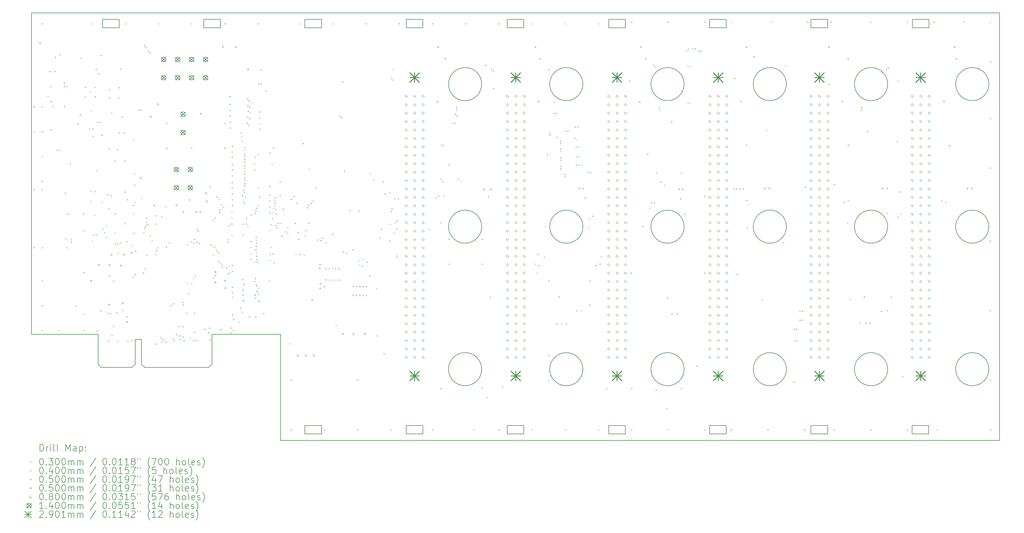
<source format=gbr>
%TF.GenerationSoftware,KiCad,Pcbnew,6.0.7-f9a2dced07~116~ubuntu22.04.1*%
%TF.CreationDate,2023-04-06T13:37:31+01:00*%
%TF.ProjectId,hiltop_backplane_brd,68696c74-6f70-45f6-9261-636b706c616e,A*%
%TF.SameCoordinates,Original*%
%TF.FileFunction,Drillmap*%
%TF.FilePolarity,Positive*%
%FSLAX45Y45*%
G04 Gerber Fmt 4.5, Leading zero omitted, Abs format (unit mm)*
G04 Created by KiCad (PCBNEW 6.0.7-f9a2dced07~116~ubuntu22.04.1) date 2023-04-06 13:37:31*
%MOMM*%
%LPD*%
G01*
G04 APERTURE LIST*
%ADD10C,0.150000*%
%ADD11C,0.200000*%
%ADD12C,0.030000*%
%ADD13C,0.040000*%
%ADD14C,0.050000*%
%ADD15C,0.080010*%
%ADD16C,0.140000*%
%ADD17C,0.290068*%
G04 APERTURE END LIST*
D10*
X17984000Y-5070000D02*
G75*
G03*
X17984000Y-5070000I-500000J0D01*
G01*
X21032000Y-5070000D02*
G75*
G03*
X21032000Y-5070000I-500000J0D01*
G01*
X24080000Y-5070000D02*
G75*
G03*
X24080000Y-5070000I-500000J0D01*
G01*
X21032000Y-9370000D02*
G75*
G03*
X21032000Y-9370000I-500000J0D01*
G01*
X24080000Y-9370000D02*
G75*
G03*
X24080000Y-9370000I-500000J0D01*
G01*
X17984000Y-13670000D02*
G75*
G03*
X17984000Y-13670000I-500000J0D01*
G01*
X21032000Y-13670000D02*
G75*
G03*
X21032000Y-13670000I-500000J0D01*
G01*
X24080000Y-13670000D02*
G75*
G03*
X24080000Y-13670000I-500000J0D01*
G01*
X17984000Y-9370000D02*
G75*
G03*
X17984000Y-9370000I-500000J0D01*
G01*
X24850000Y-3115000D02*
X24850000Y-3375000D01*
X28400000Y-3375000D02*
X28400000Y-3115000D01*
X27160000Y-13670000D02*
G75*
G03*
X27160000Y-13670000I-500000J0D01*
G01*
X6530000Y-13620000D02*
X7450000Y-13620000D01*
X7550000Y-13520000D02*
X7550000Y-12770000D01*
X24850000Y-3375000D02*
X25350000Y-3375000D01*
X13160000Y-15625000D02*
X13160000Y-15365000D01*
X15710000Y-3115000D02*
X15710000Y-3375000D01*
X13160000Y-15365000D02*
X12660000Y-15365000D01*
X19255000Y-15365000D02*
X18755000Y-15365000D01*
X6565000Y-3375000D02*
X7065000Y-3375000D01*
X16210000Y-3115000D02*
X15710000Y-3115000D01*
X10115000Y-3375000D02*
X10115000Y-3115000D01*
X12660000Y-15625000D02*
X13160000Y-15625000D01*
X16210000Y-15625000D02*
X16210000Y-15365000D01*
X27900000Y-3115000D02*
X27900000Y-3375000D01*
X12660000Y-3115000D02*
X12660000Y-3375000D01*
X9615000Y-3115000D02*
X9615000Y-3375000D01*
X9860000Y-12620000D02*
X11930000Y-12620000D01*
X13160000Y-3115000D02*
X12660000Y-3115000D01*
X22305000Y-15365000D02*
X21805000Y-15365000D01*
X19255000Y-3375000D02*
X19255000Y-3115000D01*
X30945000Y-15365000D02*
X30945000Y-15625000D01*
X28400000Y-15365000D02*
X27900000Y-15365000D01*
X7065000Y-3115000D02*
X6565000Y-3115000D01*
X16210000Y-3375000D02*
X16210000Y-3115000D01*
X30208000Y-13670000D02*
G75*
G03*
X30208000Y-13670000I-500000J0D01*
G01*
X30945000Y-15625000D02*
X31445000Y-15625000D01*
X28400000Y-15625000D02*
X28400000Y-15365000D01*
X24850000Y-15625000D02*
X25350000Y-15625000D01*
X15710000Y-15625000D02*
X16210000Y-15625000D01*
X24850000Y-15365000D02*
X24850000Y-15625000D01*
X21805000Y-15625000D02*
X22305000Y-15625000D01*
X21805000Y-3115000D02*
X21805000Y-3375000D01*
X16210000Y-15365000D02*
X15710000Y-15365000D01*
X33256000Y-9370000D02*
G75*
G03*
X33256000Y-9370000I-500000J0D01*
G01*
X7550000Y-13520000D02*
X7450000Y-13620000D01*
X12660000Y-15365000D02*
X12660000Y-15625000D01*
X31445000Y-15365000D02*
X30945000Y-15365000D01*
X9760000Y-13620000D02*
X9860000Y-13520000D01*
X15710000Y-3375000D02*
X16210000Y-3375000D01*
X33256000Y-5070000D02*
G75*
G03*
X33256000Y-5070000I-500000J0D01*
G01*
X7065000Y-3375000D02*
X7065000Y-3115000D01*
X22305000Y-15625000D02*
X22305000Y-15365000D01*
X27160000Y-5070000D02*
G75*
G03*
X27160000Y-5070000I-500000J0D01*
G01*
X6565000Y-3115000D02*
X6565000Y-3375000D01*
X19255000Y-3115000D02*
X18755000Y-3115000D01*
X30208000Y-9370000D02*
G75*
G03*
X30208000Y-9370000I-500000J0D01*
G01*
X18755000Y-15365000D02*
X18755000Y-15625000D01*
X4430000Y-2920000D02*
X33574000Y-2920000D01*
X13160000Y-3375000D02*
X13160000Y-3115000D01*
X9615000Y-3375000D02*
X10115000Y-3375000D01*
X18755000Y-3375000D02*
X19255000Y-3375000D01*
X6430000Y-13520000D02*
X6430000Y-12620000D01*
X31450000Y-3115000D02*
X30950000Y-3115000D01*
X21805000Y-15365000D02*
X21805000Y-15625000D01*
X27160000Y-9370000D02*
G75*
G03*
X27160000Y-9370000I-500000J0D01*
G01*
X25350000Y-3375000D02*
X25350000Y-3115000D01*
X27900000Y-15625000D02*
X28400000Y-15625000D01*
X33256000Y-13670000D02*
G75*
G03*
X33256000Y-13670000I-500000J0D01*
G01*
X7740000Y-13520000D02*
X7840000Y-13620000D01*
X11930000Y-13620000D02*
X11930000Y-15820000D01*
X30950000Y-3115000D02*
X30950000Y-3375000D01*
X4430000Y-12620000D02*
X4430000Y-2920000D01*
X21805000Y-3375000D02*
X22305000Y-3375000D01*
X31445000Y-15625000D02*
X31445000Y-15365000D01*
X28400000Y-3115000D02*
X27900000Y-3115000D01*
X11930000Y-12620000D02*
X11930000Y-13620000D01*
X7840000Y-13620000D02*
X9760000Y-13620000D01*
X27900000Y-15365000D02*
X27900000Y-15625000D01*
X27900000Y-3375000D02*
X28400000Y-3375000D01*
X25350000Y-15365000D02*
X24850000Y-15365000D01*
X6430000Y-13520000D02*
X6530000Y-13620000D01*
X18755000Y-15625000D02*
X19255000Y-15625000D01*
X7550000Y-12770000D02*
X7740000Y-12770000D01*
X10115000Y-3115000D02*
X9615000Y-3115000D01*
X19255000Y-15625000D02*
X19255000Y-15365000D01*
X25350000Y-3115000D02*
X24850000Y-3115000D01*
X12660000Y-3375000D02*
X13160000Y-3375000D01*
X9860000Y-13520000D02*
X9860000Y-12770000D01*
X33574000Y-2920000D02*
X33574000Y-15820000D01*
X18755000Y-3115000D02*
X18755000Y-3375000D01*
X30208000Y-5070000D02*
G75*
G03*
X30208000Y-5070000I-500000J0D01*
G01*
X15710000Y-15365000D02*
X15710000Y-15625000D01*
X22305000Y-3115000D02*
X21805000Y-3115000D01*
X9860000Y-12770000D02*
X9860000Y-12620000D01*
X33574000Y-15820000D02*
X11930000Y-15820000D01*
X30950000Y-3375000D02*
X31450000Y-3375000D01*
X25350000Y-15625000D02*
X25350000Y-15365000D01*
X7740000Y-12770000D02*
X7740000Y-13520000D01*
X31450000Y-3375000D02*
X31450000Y-3115000D01*
X6430000Y-12620000D02*
X4430000Y-12620000D01*
X22305000Y-3375000D02*
X22305000Y-3115000D01*
D11*
D12*
X4485000Y-5735000D02*
X4515000Y-5765000D01*
X4515000Y-5735000D02*
X4485000Y-5765000D01*
X4485000Y-6485000D02*
X4515000Y-6515000D01*
X4515000Y-6485000D02*
X4485000Y-6515000D01*
X4485000Y-8235000D02*
X4515000Y-8265000D01*
X4515000Y-8235000D02*
X4485000Y-8265000D01*
X4485000Y-9985000D02*
X4515000Y-10015000D01*
X4515000Y-9985000D02*
X4485000Y-10015000D01*
X4735000Y-3235000D02*
X4765000Y-3265000D01*
X4765000Y-3235000D02*
X4735000Y-3265000D01*
X4735000Y-5735000D02*
X4765000Y-5765000D01*
X4765000Y-5735000D02*
X4735000Y-5765000D01*
X4735000Y-6485000D02*
X4765000Y-6515000D01*
X4765000Y-6485000D02*
X4735000Y-6515000D01*
X4735000Y-7235000D02*
X4765000Y-7265000D01*
X4765000Y-7235000D02*
X4735000Y-7265000D01*
X4735000Y-7985000D02*
X4765000Y-8015000D01*
X4765000Y-7985000D02*
X4735000Y-8015000D01*
X4735000Y-8235000D02*
X4765000Y-8265000D01*
X4765000Y-8235000D02*
X4735000Y-8265000D01*
X4735000Y-9985000D02*
X4765000Y-10015000D01*
X4765000Y-9985000D02*
X4735000Y-10015000D01*
X4735000Y-10985000D02*
X4765000Y-11015000D01*
X4765000Y-10985000D02*
X4735000Y-11015000D01*
X4735000Y-11735000D02*
X4765000Y-11765000D01*
X4765000Y-11735000D02*
X4735000Y-11765000D01*
X4735000Y-12485000D02*
X4765000Y-12515000D01*
X4765000Y-12485000D02*
X4735000Y-12515000D01*
X4905000Y-5425000D02*
X4935000Y-5455000D01*
X4935000Y-5425000D02*
X4905000Y-5455000D01*
X4963400Y-4673000D02*
X4993400Y-4703000D01*
X4993400Y-4673000D02*
X4963400Y-4703000D01*
X4985000Y-5125000D02*
X5015000Y-5155000D01*
X5015000Y-5125000D02*
X4985000Y-5155000D01*
X4990000Y-6430000D02*
X5020000Y-6460000D01*
X5020000Y-6430000D02*
X4990000Y-6460000D01*
X4999000Y-5574000D02*
X5029000Y-5604000D01*
X5029000Y-5574000D02*
X4999000Y-5604000D01*
X5065000Y-5725000D02*
X5095000Y-5755000D01*
X5095000Y-5725000D02*
X5065000Y-5755000D01*
X5115800Y-4673000D02*
X5145800Y-4703000D01*
X5145800Y-4673000D02*
X5115800Y-4703000D01*
X5125000Y-4245000D02*
X5155000Y-4275000D01*
X5155000Y-4245000D02*
X5125000Y-4275000D01*
X5170000Y-7045000D02*
X5200000Y-7075000D01*
X5200000Y-7045000D02*
X5170000Y-7075000D01*
X5235000Y-12485000D02*
X5265000Y-12515000D01*
X5265000Y-12485000D02*
X5235000Y-12515000D01*
X5240000Y-7045000D02*
X5270000Y-7075000D01*
X5270000Y-7045000D02*
X5240000Y-7075000D01*
X5275000Y-4162650D02*
X5305000Y-4192650D01*
X5305000Y-4162650D02*
X5275000Y-4192650D01*
X5394876Y-5011124D02*
X5424876Y-5041124D01*
X5424876Y-5011124D02*
X5394876Y-5041124D01*
X5398000Y-5125000D02*
X5428000Y-5155000D01*
X5428000Y-5125000D02*
X5398000Y-5155000D01*
X5406000Y-5725000D02*
X5436000Y-5755000D01*
X5436000Y-5725000D02*
X5406000Y-5755000D01*
X5425000Y-8345000D02*
X5455000Y-8375000D01*
X5455000Y-8345000D02*
X5425000Y-8375000D01*
X5445000Y-9723000D02*
X5475000Y-9753000D01*
X5475000Y-9723000D02*
X5445000Y-9753000D01*
X5479000Y-5124000D02*
X5509000Y-5154000D01*
X5509000Y-5124000D02*
X5479000Y-5154000D01*
X5485000Y-9985000D02*
X5515000Y-10015000D01*
X5515000Y-9985000D02*
X5485000Y-10015000D01*
X5486578Y-8976602D02*
X5516578Y-9006602D01*
X5516578Y-8976602D02*
X5486578Y-9006602D01*
X5556578Y-8976602D02*
X5586578Y-9006602D01*
X5586578Y-8976602D02*
X5556578Y-9006602D01*
X5585000Y-7445000D02*
X5615000Y-7475000D01*
X5615000Y-7445000D02*
X5585000Y-7475000D01*
X5610000Y-9745000D02*
X5640000Y-9775000D01*
X5640000Y-9745000D02*
X5610000Y-9775000D01*
X5610000Y-9815000D02*
X5640000Y-9845000D01*
X5640000Y-9815000D02*
X5610000Y-9845000D01*
X5735000Y-11735000D02*
X5765000Y-11765000D01*
X5765000Y-11735000D02*
X5735000Y-11765000D01*
X5815000Y-6255000D02*
X5845000Y-6285000D01*
X5845000Y-6255000D02*
X5815000Y-6285000D01*
X5875000Y-5985000D02*
X5905000Y-6015000D01*
X5905000Y-5985000D02*
X5875000Y-6015000D01*
X5905000Y-4265000D02*
X5935000Y-4295000D01*
X5935000Y-4265000D02*
X5905000Y-4295000D01*
X5978000Y-8965000D02*
X6008000Y-8995000D01*
X6008000Y-8965000D02*
X5978000Y-8995000D01*
X5985000Y-10735000D02*
X6015000Y-10765000D01*
X6015000Y-10735000D02*
X5985000Y-10765000D01*
X5985000Y-11985000D02*
X6015000Y-12015000D01*
X6015000Y-11985000D02*
X5985000Y-12015000D01*
X5985000Y-12485000D02*
X6015000Y-12515000D01*
X6015000Y-12485000D02*
X5985000Y-12515000D01*
X6004800Y-9469200D02*
X6034800Y-9499200D01*
X6034800Y-9469200D02*
X6004800Y-9499200D01*
X6035600Y-5146600D02*
X6065600Y-5176600D01*
X6065600Y-5146600D02*
X6035600Y-5176600D01*
X6035600Y-5440600D02*
X6065600Y-5470600D01*
X6065600Y-5440600D02*
X6035600Y-5470600D01*
X6155000Y-6405000D02*
X6185000Y-6435000D01*
X6185000Y-6405000D02*
X6155000Y-6435000D01*
X6182600Y-5293600D02*
X6212600Y-5323600D01*
X6212600Y-5293600D02*
X6182600Y-5323600D01*
X6193000Y-8594000D02*
X6223000Y-8624000D01*
X6223000Y-8594000D02*
X6193000Y-8624000D01*
X6208000Y-8273000D02*
X6238000Y-8303000D01*
X6238000Y-8273000D02*
X6208000Y-8303000D01*
X6210000Y-5850000D02*
X6240000Y-5880000D01*
X6240000Y-5850000D02*
X6210000Y-5880000D01*
X6235000Y-3235000D02*
X6265000Y-3265000D01*
X6265000Y-3235000D02*
X6235000Y-3265000D01*
X6245000Y-9786000D02*
X6275000Y-9816000D01*
X6275000Y-9786000D02*
X6245000Y-9816000D01*
X6255000Y-6405000D02*
X6285000Y-6435000D01*
X6285000Y-6405000D02*
X6255000Y-6435000D01*
X6267000Y-6623000D02*
X6297000Y-6653000D01*
X6297000Y-6623000D02*
X6267000Y-6653000D01*
X6293000Y-9604000D02*
X6323000Y-9634000D01*
X6323000Y-9604000D02*
X6293000Y-9634000D01*
X6307000Y-9012000D02*
X6337000Y-9042000D01*
X6337000Y-9012000D02*
X6307000Y-9042000D01*
X6327000Y-8297000D02*
X6357000Y-8327000D01*
X6357000Y-8297000D02*
X6327000Y-8327000D01*
X6329600Y-5146600D02*
X6359600Y-5176600D01*
X6359600Y-5146600D02*
X6329600Y-5176600D01*
X6329600Y-5440600D02*
X6359600Y-5470600D01*
X6359600Y-5440600D02*
X6329600Y-5470600D01*
X6361000Y-4615000D02*
X6391000Y-4645000D01*
X6391000Y-4615000D02*
X6361000Y-4645000D01*
X6377000Y-9604000D02*
X6407000Y-9634000D01*
X6407000Y-9604000D02*
X6377000Y-9634000D01*
X6383000Y-12491000D02*
X6413000Y-12521000D01*
X6413000Y-12491000D02*
X6383000Y-12521000D01*
X6384000Y-7655000D02*
X6414000Y-7685000D01*
X6414000Y-7655000D02*
X6384000Y-7685000D01*
X6390000Y-6205000D02*
X6420000Y-6235000D01*
X6420000Y-6205000D02*
X6390000Y-6235000D01*
X6434000Y-4740000D02*
X6464000Y-4770000D01*
X6464000Y-4740000D02*
X6434000Y-4770000D01*
X6460000Y-6205000D02*
X6490000Y-6235000D01*
X6490000Y-6205000D02*
X6460000Y-6235000D01*
X6492000Y-11895000D02*
X6522000Y-11925000D01*
X6522000Y-11895000D02*
X6492000Y-11925000D01*
X6505000Y-4190000D02*
X6535000Y-4220000D01*
X6535000Y-4190000D02*
X6505000Y-4220000D01*
X6527000Y-8606000D02*
X6557000Y-8636000D01*
X6557000Y-8606000D02*
X6527000Y-8636000D01*
X6535000Y-6596000D02*
X6565000Y-6626000D01*
X6565000Y-6596000D02*
X6535000Y-6626000D01*
X6571000Y-9411000D02*
X6601000Y-9441000D01*
X6601000Y-9411000D02*
X6571000Y-9441000D01*
X6616000Y-9532000D02*
X6646000Y-9562000D01*
X6646000Y-9532000D02*
X6616000Y-9562000D01*
X6659000Y-9675000D02*
X6689000Y-9705000D01*
X6689000Y-9675000D02*
X6659000Y-9705000D01*
X6664000Y-9333501D02*
X6694000Y-9363501D01*
X6694000Y-9333501D02*
X6664000Y-9363501D01*
X6702500Y-8385000D02*
X6732500Y-8415000D01*
X6732500Y-8385000D02*
X6702500Y-8415000D01*
X6715000Y-11966000D02*
X6745000Y-11996000D01*
X6745000Y-11966000D02*
X6715000Y-11996000D01*
X6729000Y-12807000D02*
X6759000Y-12837000D01*
X6759000Y-12807000D02*
X6729000Y-12837000D01*
X6734000Y-8809000D02*
X6764000Y-8839000D01*
X6764000Y-8809000D02*
X6734000Y-8839000D01*
X6755000Y-5215000D02*
X6785000Y-5245000D01*
X6785000Y-5215000D02*
X6755000Y-5245000D01*
X6755000Y-5459950D02*
X6785000Y-5489950D01*
X6785000Y-5459950D02*
X6755000Y-5489950D01*
X6756000Y-7004000D02*
X6786000Y-7034000D01*
X6786000Y-7004000D02*
X6756000Y-7034000D01*
X6765000Y-10845000D02*
X6795000Y-10875000D01*
X6795000Y-10845000D02*
X6765000Y-10875000D01*
X6795000Y-11970000D02*
X6825000Y-12000000D01*
X6825000Y-11970000D02*
X6795000Y-12000000D01*
X6798000Y-8414000D02*
X6828000Y-8444000D01*
X6828000Y-8414000D02*
X6798000Y-8444000D01*
X6824000Y-5931000D02*
X6854000Y-5961000D01*
X6854000Y-5931000D02*
X6824000Y-5961000D01*
X6831000Y-12629000D02*
X6861000Y-12659000D01*
X6861000Y-12629000D02*
X6831000Y-12659000D01*
X6883501Y-12363374D02*
X6913501Y-12393374D01*
X6913501Y-12363374D02*
X6883501Y-12393374D01*
X6885000Y-10995000D02*
X6915000Y-11025000D01*
X6915000Y-10995000D02*
X6885000Y-11025000D01*
X6930000Y-8962000D02*
X6960000Y-8992000D01*
X6960000Y-8962000D02*
X6930000Y-8992000D01*
X6930000Y-9550000D02*
X6960000Y-9580000D01*
X6960000Y-9550000D02*
X6930000Y-9580000D01*
X6931000Y-7376000D02*
X6961000Y-7406000D01*
X6961000Y-7376000D02*
X6931000Y-7406000D01*
X6938079Y-9867667D02*
X6968079Y-9897667D01*
X6968079Y-9867667D02*
X6938079Y-9897667D01*
X6980500Y-11950500D02*
X7010500Y-11980500D01*
X7010500Y-11950500D02*
X6980500Y-11980500D01*
X6998000Y-7031000D02*
X7028000Y-7061000D01*
X7028000Y-7031000D02*
X6998000Y-7061000D01*
X7007000Y-12809000D02*
X7037000Y-12839000D01*
X7037000Y-12809000D02*
X7007000Y-12839000D01*
X7019787Y-9885336D02*
X7049787Y-9915336D01*
X7049787Y-9885336D02*
X7019787Y-9915336D01*
X7020799Y-10154799D02*
X7050799Y-10184799D01*
X7050799Y-10154799D02*
X7020799Y-10184799D01*
X7035000Y-5465000D02*
X7065000Y-5495000D01*
X7065000Y-5465000D02*
X7035000Y-5495000D01*
X7045000Y-5165000D02*
X7075000Y-5195000D01*
X7075000Y-5165000D02*
X7045000Y-5195000D01*
X7045000Y-6525000D02*
X7075000Y-6555000D01*
X7075000Y-6525000D02*
X7045000Y-6555000D01*
X7085000Y-9831999D02*
X7115000Y-9861999D01*
X7115000Y-9831999D02*
X7085000Y-9861999D01*
X7100000Y-4590000D02*
X7130000Y-4620000D01*
X7130000Y-4590000D02*
X7100000Y-4620000D01*
X7145000Y-6045000D02*
X7175000Y-6075000D01*
X7175000Y-6045000D02*
X7145000Y-6075000D01*
X7155000Y-11875001D02*
X7185000Y-11905001D01*
X7185000Y-11875001D02*
X7155000Y-11905001D01*
X7205000Y-6525000D02*
X7235000Y-6555000D01*
X7235000Y-6525000D02*
X7205000Y-6555000D01*
X7218000Y-7376000D02*
X7248000Y-7406000D01*
X7248000Y-7376000D02*
X7218000Y-7406000D01*
X7224000Y-9256000D02*
X7254000Y-9286000D01*
X7254000Y-9256000D02*
X7224000Y-9286000D01*
X7225000Y-8311000D02*
X7255000Y-8341000D01*
X7255000Y-8311000D02*
X7225000Y-8341000D01*
X7235000Y-3235000D02*
X7265000Y-3265000D01*
X7265000Y-3235000D02*
X7235000Y-3265000D01*
X7280000Y-9802000D02*
X7310000Y-9832000D01*
X7310000Y-9802000D02*
X7280000Y-9832000D01*
X7287000Y-8540000D02*
X7317000Y-8570000D01*
X7317000Y-8540000D02*
X7287000Y-8570000D01*
X7287504Y-12067504D02*
X7317504Y-12097504D01*
X7317504Y-12067504D02*
X7287504Y-12097504D01*
X7309000Y-12803000D02*
X7339000Y-12833000D01*
X7339000Y-12803000D02*
X7309000Y-12833000D01*
X7417000Y-9942000D02*
X7447000Y-9972000D01*
X7447000Y-9942000D02*
X7417000Y-9972000D01*
X7435000Y-12789000D02*
X7465000Y-12819000D01*
X7465000Y-12789000D02*
X7435000Y-12819000D01*
X7475000Y-10872499D02*
X7505000Y-10902499D01*
X7505000Y-10872499D02*
X7475000Y-10902499D01*
X7483000Y-8712000D02*
X7513000Y-8742000D01*
X7513000Y-8712000D02*
X7483000Y-8742000D01*
X7485000Y-6735000D02*
X7515000Y-6765000D01*
X7515000Y-6735000D02*
X7485000Y-6765000D01*
X7485000Y-8962000D02*
X7515000Y-8992000D01*
X7515000Y-8962000D02*
X7485000Y-8992000D01*
X7485000Y-9550000D02*
X7515000Y-9580000D01*
X7515000Y-9550000D02*
X7485000Y-9580000D01*
X7515000Y-7770000D02*
X7545000Y-7800000D01*
X7545000Y-7770000D02*
X7515000Y-7800000D01*
X7520000Y-8096000D02*
X7550000Y-8126000D01*
X7550000Y-8096000D02*
X7520000Y-8126000D01*
X7528443Y-8620499D02*
X7558443Y-8650499D01*
X7558443Y-8620499D02*
X7528443Y-8650499D01*
X7534000Y-10804000D02*
X7564000Y-10834000D01*
X7564000Y-10804000D02*
X7534000Y-10834000D01*
X7550000Y-10094000D02*
X7580000Y-10124000D01*
X7580000Y-10094000D02*
X7550000Y-10124000D01*
X7630000Y-5835000D02*
X7660000Y-5865000D01*
X7660000Y-5835000D02*
X7630000Y-5865000D01*
X7700000Y-5835000D02*
X7730000Y-5865000D01*
X7730000Y-5835000D02*
X7700000Y-5865000D01*
X7724624Y-8500376D02*
X7754624Y-8530376D01*
X7754624Y-8500376D02*
X7724624Y-8530376D01*
X7780400Y-10750400D02*
X7810400Y-10780400D01*
X7810400Y-10750400D02*
X7780400Y-10780400D01*
X7793000Y-9533000D02*
X7823000Y-9563000D01*
X7823000Y-9533000D02*
X7793000Y-9563000D01*
X7810251Y-3900251D02*
X7840251Y-3930251D01*
X7840251Y-3900251D02*
X7810251Y-3930251D01*
X7814550Y-9395885D02*
X7844550Y-9425885D01*
X7844550Y-9395885D02*
X7814550Y-9425885D01*
X7835000Y-10617501D02*
X7865000Y-10647501D01*
X7865000Y-10617501D02*
X7835000Y-10647501D01*
X7846305Y-9333501D02*
X7876305Y-9363501D01*
X7876305Y-9333501D02*
X7846305Y-9363501D01*
X7859749Y-3949749D02*
X7889749Y-3979749D01*
X7889749Y-3949749D02*
X7859749Y-3979749D01*
X7876000Y-9092000D02*
X7906000Y-9122000D01*
X7906000Y-9092000D02*
X7876000Y-9122000D01*
X7885000Y-9225000D02*
X7915000Y-9255000D01*
X7915000Y-9225000D02*
X7885000Y-9255000D01*
X7885000Y-10205000D02*
X7915000Y-10235000D01*
X7915000Y-10205000D02*
X7885000Y-10235000D01*
X7915000Y-9295000D02*
X7945000Y-9325000D01*
X7945000Y-9295000D02*
X7915000Y-9325000D01*
X7930251Y-4060251D02*
X7960251Y-4090251D01*
X7960251Y-4060251D02*
X7930251Y-4090251D01*
X7979749Y-4109749D02*
X8009749Y-4139749D01*
X8009749Y-4109749D02*
X7979749Y-4139749D01*
X7985000Y-9640000D02*
X8015000Y-9670000D01*
X8015000Y-9640000D02*
X7985000Y-9670000D01*
X8043000Y-9781000D02*
X8073000Y-9811000D01*
X8073000Y-9781000D02*
X8043000Y-9811000D01*
X8152499Y-12895000D02*
X8182499Y-12925000D01*
X8182499Y-12895000D02*
X8152499Y-12925000D01*
X8152500Y-9272499D02*
X8182500Y-9302499D01*
X8182500Y-9272499D02*
X8152500Y-9302499D01*
X8154624Y-9021376D02*
X8184624Y-9051376D01*
X8184624Y-9021376D02*
X8154624Y-9051376D01*
X8155000Y-10195000D02*
X8185000Y-10225000D01*
X8185000Y-10195000D02*
X8155000Y-10225000D01*
X8175000Y-10085000D02*
X8205000Y-10115000D01*
X8205000Y-10085000D02*
X8175000Y-10115000D01*
X8215000Y-9985000D02*
X8245000Y-10015000D01*
X8245000Y-9985000D02*
X8215000Y-10015000D01*
X8235000Y-3235000D02*
X8265000Y-3265000D01*
X8265000Y-3235000D02*
X8235000Y-3265000D01*
X8288419Y-12694142D02*
X8318419Y-12724142D01*
X8318419Y-12694142D02*
X8288419Y-12724142D01*
X8326000Y-9050000D02*
X8356000Y-9080000D01*
X8356000Y-9050000D02*
X8326000Y-9080000D01*
X8349996Y-12727436D02*
X8379996Y-12757436D01*
X8379996Y-12727436D02*
X8349996Y-12757436D01*
X8360100Y-12834114D02*
X8390100Y-12864114D01*
X8390100Y-12834114D02*
X8360100Y-12864114D01*
X8402497Y-12775145D02*
X8432497Y-12805145D01*
X8432497Y-12775145D02*
X8402497Y-12805145D01*
X8445000Y-8745000D02*
X8475000Y-8775000D01*
X8475000Y-8745000D02*
X8445000Y-8775000D01*
X8465101Y-12828848D02*
X8495101Y-12858848D01*
X8495101Y-12828848D02*
X8465101Y-12858848D01*
X8472499Y-9975296D02*
X8502499Y-10005296D01*
X8502499Y-9975296D02*
X8472499Y-10005296D01*
X8485000Y-6235000D02*
X8515000Y-6265000D01*
X8515000Y-6235000D02*
X8485000Y-6265000D01*
X8485000Y-6985000D02*
X8515000Y-7015000D01*
X8515000Y-6985000D02*
X8485000Y-7015000D01*
X8565000Y-9845000D02*
X8595000Y-9875000D01*
X8595000Y-9845000D02*
X8565000Y-9875000D01*
X8612502Y-11733558D02*
X8642502Y-11763558D01*
X8642502Y-11733558D02*
X8612502Y-11763558D01*
X8681675Y-12730963D02*
X8711675Y-12760963D01*
X8711675Y-12730963D02*
X8681675Y-12760963D01*
X8684581Y-11678446D02*
X8714581Y-11708446D01*
X8714581Y-11678446D02*
X8684581Y-11708446D01*
X8704464Y-12797955D02*
X8734464Y-12827955D01*
X8734464Y-12797955D02*
X8704464Y-12827955D01*
X8769675Y-12614504D02*
X8799675Y-12644504D01*
X8799675Y-12614504D02*
X8769675Y-12644504D01*
X8864000Y-12363000D02*
X8894000Y-12393000D01*
X8894000Y-12363000D02*
X8864000Y-12393000D01*
X8874830Y-12648250D02*
X8904830Y-12678250D01*
X8904830Y-12648250D02*
X8874830Y-12678250D01*
X8884178Y-12752452D02*
X8914178Y-12782452D01*
X8914178Y-12752452D02*
X8884178Y-12782452D01*
X8965037Y-12681362D02*
X8995037Y-12711362D01*
X8995037Y-12681362D02*
X8965037Y-12711362D01*
X8968181Y-11642137D02*
X8998181Y-11672137D01*
X8998181Y-11642137D02*
X8968181Y-11672137D01*
X8972000Y-12364000D02*
X9002000Y-12394000D01*
X9002000Y-12364000D02*
X8972000Y-12394000D01*
X8972663Y-11711995D02*
X9002663Y-11741995D01*
X9002663Y-11711995D02*
X8972663Y-11741995D01*
X9004000Y-12796999D02*
X9034000Y-12826999D01*
X9034000Y-12796999D02*
X9004000Y-12826999D01*
X9079000Y-11953000D02*
X9109000Y-11983000D01*
X9109000Y-11953000D02*
X9079000Y-11983000D01*
X9105000Y-9895000D02*
X9135000Y-9925000D01*
X9135000Y-9895000D02*
X9105000Y-9925000D01*
X9105000Y-11055000D02*
X9135000Y-11085000D01*
X9135000Y-11055000D02*
X9105000Y-11085000D01*
X9145000Y-11365000D02*
X9175000Y-11395000D01*
X9175000Y-11365000D02*
X9145000Y-11395000D01*
X9190798Y-12709202D02*
X9220798Y-12739202D01*
X9220798Y-12709202D02*
X9190798Y-12739202D01*
X9225000Y-9805000D02*
X9255000Y-9835000D01*
X9255000Y-9805000D02*
X9225000Y-9835000D01*
X9235000Y-3235000D02*
X9265000Y-3265000D01*
X9265000Y-3235000D02*
X9235000Y-3265000D01*
X9235000Y-6985000D02*
X9265000Y-7015000D01*
X9265000Y-6985000D02*
X9235000Y-7015000D01*
X9235000Y-11075000D02*
X9265000Y-11105000D01*
X9265000Y-11075000D02*
X9235000Y-11105000D01*
X9282499Y-9845000D02*
X9312499Y-9875000D01*
X9312499Y-9845000D02*
X9282499Y-9875000D01*
X9285000Y-10905000D02*
X9315000Y-10935000D01*
X9315000Y-10905000D02*
X9285000Y-10935000D01*
X9305000Y-12785000D02*
X9335000Y-12815000D01*
X9335000Y-12785000D02*
X9305000Y-12815000D01*
X9312000Y-11959000D02*
X9342000Y-11989000D01*
X9342000Y-11959000D02*
X9312000Y-11989000D01*
X9315000Y-9735000D02*
X9345000Y-9765000D01*
X9345000Y-9735000D02*
X9315000Y-9765000D01*
X9320000Y-12537000D02*
X9350000Y-12567000D01*
X9350000Y-12537000D02*
X9320000Y-12567000D01*
X9345000Y-10837810D02*
X9375000Y-10867810D01*
X9375000Y-10837810D02*
X9345000Y-10867810D01*
X9390154Y-9427501D02*
X9420154Y-9457501D01*
X9420154Y-9427501D02*
X9390154Y-9457501D01*
X9398000Y-9819000D02*
X9428000Y-9849000D01*
X9428000Y-9819000D02*
X9398000Y-9849000D01*
X9400519Y-12796342D02*
X9430519Y-12826342D01*
X9430519Y-12796342D02*
X9400519Y-12826342D01*
X9426363Y-9487410D02*
X9456363Y-9517410D01*
X9456363Y-9487410D02*
X9426363Y-9517410D01*
X9467501Y-9861936D02*
X9497501Y-9891936D01*
X9497501Y-9861936D02*
X9467501Y-9891936D01*
X9625000Y-12455000D02*
X9655000Y-12485000D01*
X9655000Y-12455000D02*
X9625000Y-12485000D01*
X9745000Y-12555000D02*
X9775000Y-12585000D01*
X9775000Y-12555000D02*
X9745000Y-12585000D01*
X9765000Y-12415000D02*
X9795000Y-12445000D01*
X9795000Y-12415000D02*
X9765000Y-12445000D01*
X9775000Y-8155000D02*
X9805000Y-8185000D01*
X9805000Y-8155000D02*
X9775000Y-8185000D01*
X9797498Y-12775210D02*
X9827498Y-12805210D01*
X9827498Y-12775210D02*
X9797498Y-12805210D01*
X9815000Y-9905000D02*
X9845000Y-9935000D01*
X9845000Y-9905000D02*
X9815000Y-9935000D01*
X9889376Y-9156376D02*
X9919376Y-9186376D01*
X9919376Y-9156376D02*
X9889376Y-9186376D01*
X9895000Y-10210000D02*
X9925000Y-10240000D01*
X9925000Y-10210000D02*
X9895000Y-10240000D01*
X9895000Y-10895000D02*
X9925000Y-10925000D01*
X9925000Y-10895000D02*
X9895000Y-10925000D01*
X9925000Y-9965000D02*
X9955000Y-9995000D01*
X9955000Y-9965000D02*
X9925000Y-9995000D01*
X9949011Y-10826415D02*
X9979011Y-10856415D01*
X9979011Y-10826415D02*
X9949011Y-10856415D01*
X9949778Y-9095974D02*
X9979778Y-9125974D01*
X9979778Y-9095974D02*
X9949778Y-9125974D01*
X9985000Y-10075000D02*
X10015000Y-10105000D01*
X10015000Y-10075000D02*
X9985000Y-10105000D01*
X9998000Y-8467000D02*
X10028000Y-8497000D01*
X10028000Y-8467000D02*
X9998000Y-8497000D01*
X10025000Y-10135000D02*
X10055000Y-10165000D01*
X10055000Y-10135000D02*
X10025000Y-10165000D01*
X10034704Y-10402499D02*
X10064704Y-10432499D01*
X10064704Y-10402499D02*
X10034704Y-10432499D01*
X10064000Y-8535000D02*
X10094000Y-8565000D01*
X10094000Y-8535000D02*
X10064000Y-8565000D01*
X10072000Y-8926000D02*
X10102000Y-8956000D01*
X10102000Y-8926000D02*
X10072000Y-8956000D01*
X10078000Y-8850000D02*
X10108000Y-8880000D01*
X10108000Y-8850000D02*
X10078000Y-8880000D01*
X10101770Y-10442499D02*
X10131770Y-10472499D01*
X10131770Y-10442499D02*
X10101770Y-10472499D01*
X10105000Y-12465000D02*
X10135000Y-12495000D01*
X10135000Y-12465000D02*
X10105000Y-12495000D01*
X10130000Y-8695000D02*
X10160000Y-8725000D01*
X10160000Y-8695000D02*
X10130000Y-8725000D01*
X10146306Y-10507611D02*
X10176306Y-10537611D01*
X10176306Y-10507611D02*
X10146306Y-10537611D01*
X10155263Y-10577037D02*
X10185263Y-10607037D01*
X10185263Y-10577037D02*
X10155263Y-10607037D01*
X10193000Y-8765000D02*
X10223000Y-8795000D01*
X10223000Y-8765000D02*
X10193000Y-8795000D01*
X10235000Y-3235000D02*
X10265000Y-3265000D01*
X10265000Y-3235000D02*
X10235000Y-3265000D01*
X10235000Y-6235000D02*
X10265000Y-6265000D01*
X10265000Y-6235000D02*
X10235000Y-6265000D01*
X10235000Y-6985000D02*
X10265000Y-7015000D01*
X10265000Y-6985000D02*
X10235000Y-7015000D01*
X10285000Y-10595000D02*
X10315000Y-10625000D01*
X10315000Y-10595000D02*
X10285000Y-10625000D01*
X10325000Y-9745000D02*
X10355000Y-9775000D01*
X10355000Y-9745000D02*
X10325000Y-9775000D01*
X10325000Y-9825000D02*
X10355000Y-9855000D01*
X10355000Y-9825000D02*
X10325000Y-9855000D01*
X10335000Y-10775000D02*
X10365000Y-10805000D01*
X10365000Y-10775000D02*
X10335000Y-10805000D01*
X10355000Y-10545000D02*
X10385000Y-10575000D01*
X10385000Y-10545000D02*
X10355000Y-10575000D01*
X10365000Y-9315000D02*
X10395000Y-9345000D01*
X10395000Y-9315000D02*
X10365000Y-9345000D01*
X10388000Y-5663000D02*
X10418000Y-5693000D01*
X10418000Y-5663000D02*
X10388000Y-5693000D01*
X10389000Y-5845000D02*
X10419000Y-5875000D01*
X10419000Y-5845000D02*
X10389000Y-5875000D01*
X10389000Y-6020000D02*
X10419000Y-6050000D01*
X10419000Y-6020000D02*
X10389000Y-6050000D01*
X10390000Y-5428000D02*
X10420000Y-5458000D01*
X10420000Y-5428000D02*
X10390000Y-5458000D01*
X10392000Y-6203000D02*
X10422000Y-6233000D01*
X10422000Y-6203000D02*
X10392000Y-6233000D01*
X10393000Y-6378000D02*
X10423000Y-6408000D01*
X10423000Y-6378000D02*
X10393000Y-6408000D01*
X10395000Y-10725000D02*
X10425000Y-10755000D01*
X10425000Y-10725000D02*
X10395000Y-10755000D01*
X10415000Y-12555000D02*
X10445000Y-12585000D01*
X10445000Y-12555000D02*
X10415000Y-12585000D01*
X10416180Y-12410428D02*
X10446180Y-12440428D01*
X10446180Y-12410428D02*
X10416180Y-12440428D01*
X10443000Y-9273000D02*
X10473000Y-9303000D01*
X10473000Y-9273000D02*
X10443000Y-9303000D01*
X10444000Y-8898000D02*
X10474000Y-8928000D01*
X10474000Y-8898000D02*
X10444000Y-8928000D01*
X10445000Y-9085000D02*
X10475000Y-9115000D01*
X10475000Y-9085000D02*
X10445000Y-9115000D01*
X10447000Y-9615000D02*
X10477000Y-9645000D01*
X10477000Y-9615000D02*
X10447000Y-9645000D01*
X10452000Y-7479000D02*
X10482000Y-7509000D01*
X10482000Y-7479000D02*
X10452000Y-7509000D01*
X10452000Y-7642000D02*
X10482000Y-7672000D01*
X10482000Y-7642000D02*
X10452000Y-7672000D01*
X10452000Y-8020000D02*
X10482000Y-8050000D01*
X10482000Y-8020000D02*
X10452000Y-8050000D01*
X10452000Y-10518000D02*
X10482000Y-10548000D01*
X10482000Y-10518000D02*
X10452000Y-10548000D01*
X10453000Y-7252000D02*
X10483000Y-7282000D01*
X10483000Y-7252000D02*
X10453000Y-7282000D01*
X10453000Y-8180000D02*
X10483000Y-8210000D01*
X10483000Y-8180000D02*
X10453000Y-8210000D01*
X10455000Y-7100000D02*
X10485000Y-7130000D01*
X10485000Y-7100000D02*
X10455000Y-7130000D01*
X10455000Y-8365000D02*
X10485000Y-8395000D01*
X10485000Y-8365000D02*
X10455000Y-8395000D01*
X10455000Y-11185000D02*
X10485000Y-11215000D01*
X10485000Y-11185000D02*
X10455000Y-11215000D01*
X10455000Y-11345000D02*
X10485000Y-11375000D01*
X10485000Y-11345000D02*
X10455000Y-11375000D01*
X10458000Y-6924000D02*
X10488000Y-6954000D01*
X10488000Y-6924000D02*
X10458000Y-6954000D01*
X10458000Y-7817000D02*
X10488000Y-7847000D01*
X10488000Y-7817000D02*
X10458000Y-7847000D01*
X10459000Y-8542000D02*
X10489000Y-8572000D01*
X10489000Y-8542000D02*
X10459000Y-8572000D01*
X10460000Y-8722000D02*
X10490000Y-8752000D01*
X10490000Y-8722000D02*
X10460000Y-8752000D01*
X10461000Y-10701000D02*
X10491000Y-10731000D01*
X10491000Y-10701000D02*
X10461000Y-10731000D01*
X10465000Y-11485000D02*
X10495000Y-11515000D01*
X10495000Y-11485000D02*
X10465000Y-11515000D01*
X10465000Y-12015000D02*
X10495000Y-12045000D01*
X10495000Y-12015000D02*
X10465000Y-12045000D01*
X10489511Y-12483758D02*
X10519511Y-12513758D01*
X10519511Y-12483758D02*
X10489511Y-12513758D01*
X10495374Y-12153999D02*
X10525374Y-12183999D01*
X10525374Y-12153999D02*
X10495374Y-12183999D01*
X10665000Y-12235000D02*
X10695000Y-12265000D01*
X10695000Y-12235000D02*
X10665000Y-12265000D01*
X10705000Y-11816191D02*
X10735000Y-11846191D01*
X10735000Y-11816191D02*
X10705000Y-11846191D01*
X10715000Y-6525000D02*
X10745000Y-6555000D01*
X10745000Y-6525000D02*
X10715000Y-6555000D01*
X10730000Y-6645000D02*
X10760000Y-6675000D01*
X10760000Y-6645000D02*
X10730000Y-6675000D01*
X10745000Y-11935000D02*
X10775000Y-11965000D01*
X10775000Y-11935000D02*
X10745000Y-11965000D01*
X10755000Y-6760000D02*
X10785000Y-6790000D01*
X10785000Y-6760000D02*
X10755000Y-6790000D01*
X10765000Y-8420000D02*
X10795000Y-8450000D01*
X10795000Y-8420000D02*
X10765000Y-8450000D01*
X10767000Y-10950000D02*
X10797000Y-10980000D01*
X10797000Y-10950000D02*
X10767000Y-10980000D01*
X10785000Y-8595000D02*
X10815000Y-8625000D01*
X10815000Y-8595000D02*
X10785000Y-8625000D01*
X10785000Y-9275000D02*
X10815000Y-9305000D01*
X10815000Y-9275000D02*
X10785000Y-9305000D01*
X10785000Y-9604951D02*
X10815000Y-9634951D01*
X10815000Y-9604951D02*
X10785000Y-9634951D01*
X10795000Y-8245000D02*
X10825000Y-8275000D01*
X10825000Y-8245000D02*
X10795000Y-8275000D01*
X10824988Y-8315783D02*
X10854988Y-8345783D01*
X10854988Y-8315783D02*
X10824988Y-8345783D01*
X10825000Y-8655000D02*
X10855000Y-8685000D01*
X10855000Y-8655000D02*
X10825000Y-8685000D01*
X10831336Y-7331609D02*
X10861336Y-7361609D01*
X10861336Y-7331609D02*
X10831336Y-7361609D01*
X10835000Y-6975000D02*
X10865000Y-7005000D01*
X10865000Y-6975000D02*
X10835000Y-7005000D01*
X10835000Y-7045000D02*
X10865000Y-7075000D01*
X10865000Y-7045000D02*
X10835000Y-7075000D01*
X10835000Y-7155000D02*
X10865000Y-7185000D01*
X10865000Y-7155000D02*
X10835000Y-7185000D01*
X10835000Y-7225000D02*
X10865000Y-7255000D01*
X10865000Y-7225000D02*
X10835000Y-7255000D01*
X10835000Y-7405000D02*
X10865000Y-7435000D01*
X10865000Y-7405000D02*
X10835000Y-7435000D01*
X10835000Y-7515000D02*
X10865000Y-7545000D01*
X10865000Y-7515000D02*
X10835000Y-7545000D01*
X10835000Y-7585000D02*
X10865000Y-7615000D01*
X10865000Y-7585000D02*
X10835000Y-7615000D01*
X10835000Y-7695000D02*
X10865000Y-7725000D01*
X10865000Y-7695000D02*
X10835000Y-7725000D01*
X10835000Y-7765000D02*
X10865000Y-7795000D01*
X10865000Y-7765000D02*
X10835000Y-7795000D01*
X10835000Y-7875000D02*
X10865000Y-7905000D01*
X10865000Y-7875000D02*
X10835000Y-7905000D01*
X10835000Y-7945000D02*
X10865000Y-7975000D01*
X10865000Y-7945000D02*
X10835000Y-7975000D01*
X10835000Y-8055000D02*
X10865000Y-8085000D01*
X10865000Y-8055000D02*
X10835000Y-8085000D01*
X10835000Y-8125000D02*
X10865000Y-8155000D01*
X10865000Y-8125000D02*
X10835000Y-8155000D01*
X10844844Y-8471891D02*
X10874844Y-8501891D01*
X10874844Y-8471891D02*
X10844844Y-8501891D01*
X10885000Y-9095000D02*
X10915000Y-9125000D01*
X10915000Y-9095000D02*
X10885000Y-9125000D01*
X10885000Y-9275000D02*
X10915000Y-9305000D01*
X10915000Y-9275000D02*
X10885000Y-9305000D01*
X10904251Y-6240251D02*
X10934251Y-6270251D01*
X10934251Y-6240251D02*
X10904251Y-6270251D01*
X10917251Y-5513251D02*
X10947251Y-5543251D01*
X10947251Y-5513251D02*
X10917251Y-5543251D01*
X10921251Y-5696251D02*
X10951251Y-5726251D01*
X10951251Y-5696251D02*
X10921251Y-5726251D01*
X10922251Y-6046251D02*
X10952251Y-6076251D01*
X10952251Y-6046251D02*
X10922251Y-6076251D01*
X10925000Y-9355000D02*
X10955000Y-9385000D01*
X10955000Y-9355000D02*
X10925000Y-9385000D01*
X10939251Y-5874251D02*
X10969251Y-5904251D01*
X10969251Y-5874251D02*
X10939251Y-5904251D01*
X10953749Y-6289749D02*
X10983749Y-6319749D01*
X10983749Y-6289749D02*
X10953749Y-6319749D01*
X10965000Y-12065000D02*
X10995000Y-12095000D01*
X10995000Y-12065000D02*
X10965000Y-12095000D01*
X10966749Y-5562749D02*
X10996749Y-5592749D01*
X10996749Y-5562749D02*
X10966749Y-5592749D01*
X10970749Y-5745749D02*
X11000749Y-5775749D01*
X11000749Y-5745749D02*
X10970749Y-5775749D01*
X10971749Y-6095749D02*
X11001749Y-6125749D01*
X11001749Y-6095749D02*
X10971749Y-6125749D01*
X10988749Y-5923749D02*
X11018749Y-5953749D01*
X11018749Y-5923749D02*
X10988749Y-5953749D01*
X11025000Y-9805000D02*
X11055000Y-9835000D01*
X11055000Y-9805000D02*
X11025000Y-9835000D01*
X11025000Y-9975000D02*
X11055000Y-10005000D01*
X11055000Y-9975000D02*
X11025000Y-10005000D01*
X11025000Y-10165000D02*
X11055000Y-10195000D01*
X11055000Y-10165000D02*
X11025000Y-10195000D01*
X11025000Y-10335000D02*
X11055000Y-10365000D01*
X11055000Y-10335000D02*
X11025000Y-10365000D01*
X11025863Y-8992687D02*
X11055863Y-9022687D01*
X11055863Y-8992687D02*
X11025863Y-9022687D01*
X11063000Y-5604000D02*
X11093000Y-5634000D01*
X11093000Y-5604000D02*
X11063000Y-5634000D01*
X11115000Y-10425000D02*
X11145000Y-10455000D01*
X11145000Y-10425000D02*
X11115000Y-10455000D01*
X11125000Y-7455000D02*
X11155000Y-7485000D01*
X11155000Y-7455000D02*
X11125000Y-7485000D01*
X11135000Y-11005000D02*
X11165000Y-11035000D01*
X11165000Y-11005000D02*
X11135000Y-11035000D01*
X11145000Y-7255000D02*
X11175000Y-7285000D01*
X11175000Y-7255000D02*
X11145000Y-7285000D01*
X11145000Y-7635000D02*
X11175000Y-7665000D01*
X11175000Y-7635000D02*
X11145000Y-7665000D01*
X11145000Y-8955000D02*
X11175000Y-8985000D01*
X11175000Y-8955000D02*
X11145000Y-8985000D01*
X11145000Y-10915000D02*
X11175000Y-10945000D01*
X11175000Y-10915000D02*
X11145000Y-10945000D01*
X11155000Y-11505000D02*
X11185000Y-11535000D01*
X11185000Y-11505000D02*
X11155000Y-11535000D01*
X11165000Y-8875000D02*
X11195000Y-8905000D01*
X11195000Y-8875000D02*
X11165000Y-8905000D01*
X11165000Y-10055000D02*
X11195000Y-10085000D01*
X11195000Y-10055000D02*
X11165000Y-10085000D01*
X11165000Y-12075000D02*
X11195000Y-12105000D01*
X11195000Y-12075000D02*
X11165000Y-12105000D01*
X11175000Y-9665000D02*
X11205000Y-9695000D01*
X11205000Y-9665000D02*
X11175000Y-9695000D01*
X11175000Y-9955000D02*
X11205000Y-9985000D01*
X11205000Y-9955000D02*
X11175000Y-9985000D01*
X11185000Y-8795000D02*
X11215000Y-8825000D01*
X11215000Y-8795000D02*
X11185000Y-8825000D01*
X11185000Y-9765000D02*
X11215000Y-9795000D01*
X11215000Y-9765000D02*
X11185000Y-9795000D01*
X11185000Y-9865000D02*
X11215000Y-9895000D01*
X11215000Y-9865000D02*
X11185000Y-9895000D01*
X11185000Y-10145000D02*
X11215000Y-10175000D01*
X11215000Y-10145000D02*
X11185000Y-10175000D01*
X11185000Y-10245000D02*
X11215000Y-10275000D01*
X11215000Y-10245000D02*
X11185000Y-10275000D01*
X11195000Y-10345000D02*
X11225000Y-10375000D01*
X11225000Y-10345000D02*
X11195000Y-10375000D01*
X11205000Y-10425000D02*
X11235000Y-10455000D01*
X11235000Y-10425000D02*
X11205000Y-10455000D01*
X11235000Y-3235000D02*
X11265000Y-3265000D01*
X11265000Y-3235000D02*
X11235000Y-3265000D01*
X11245000Y-7175000D02*
X11275000Y-7205000D01*
X11275000Y-7175000D02*
X11245000Y-7205000D01*
X11245000Y-8175000D02*
X11275000Y-8205000D01*
X11275000Y-8175000D02*
X11245000Y-8205000D01*
X11245000Y-8715000D02*
X11275000Y-8745000D01*
X11275000Y-8715000D02*
X11245000Y-8745000D01*
X11250000Y-5045000D02*
X11280000Y-5075000D01*
X11280000Y-5045000D02*
X11250000Y-5075000D01*
X11253246Y-11395002D02*
X11283246Y-11425002D01*
X11283246Y-11395002D02*
X11253246Y-11425002D01*
X11263001Y-11215001D02*
X11293001Y-11245001D01*
X11293001Y-11215001D02*
X11263001Y-11245001D01*
X11275000Y-8455000D02*
X11305000Y-8485000D01*
X11305000Y-8455000D02*
X11275000Y-8485000D01*
X11279000Y-5892000D02*
X11309000Y-5922000D01*
X11309000Y-5892000D02*
X11279000Y-5922000D01*
X11281000Y-6264000D02*
X11311000Y-6294000D01*
X11311000Y-6264000D02*
X11281000Y-6294000D01*
X11282000Y-6077000D02*
X11312000Y-6107000D01*
X11312000Y-6077000D02*
X11282000Y-6107000D01*
X11284000Y-6414000D02*
X11314000Y-6444000D01*
X11314000Y-6414000D02*
X11284000Y-6444000D01*
X11320000Y-5045000D02*
X11350000Y-5075000D01*
X11350000Y-5045000D02*
X11320000Y-5075000D01*
X11325000Y-4625000D02*
X11355000Y-4655000D01*
X11355000Y-4625000D02*
X11325000Y-4655000D01*
X11405000Y-11975000D02*
X11435000Y-12005000D01*
X11435000Y-11975000D02*
X11405000Y-12005000D01*
X11471000Y-5259000D02*
X11501000Y-5289000D01*
X11501000Y-5259000D02*
X11471000Y-5289000D01*
X11584600Y-8393600D02*
X11614600Y-8423600D01*
X11614600Y-8393600D02*
X11584600Y-8423600D01*
X11585000Y-8145000D02*
X11615000Y-8175000D01*
X11615000Y-8145000D02*
X11585000Y-8175000D01*
X11585000Y-10995000D02*
X11615000Y-11025000D01*
X11615000Y-10995000D02*
X11585000Y-11025000D01*
X11585400Y-8753600D02*
X11615400Y-8783600D01*
X11615400Y-8753600D02*
X11585400Y-8783600D01*
X11589600Y-8573600D02*
X11619600Y-8603600D01*
X11619600Y-8573600D02*
X11589600Y-8603600D01*
X11594000Y-7129000D02*
X11624000Y-7159000D01*
X11624000Y-7129000D02*
X11594000Y-7159000D01*
X11594000Y-10372500D02*
X11624000Y-10402500D01*
X11624000Y-10372500D02*
X11594000Y-10402500D01*
X11594400Y-8933600D02*
X11624400Y-8963600D01*
X11624400Y-8933600D02*
X11594400Y-8963600D01*
X11595000Y-9465000D02*
X11625000Y-9495000D01*
X11625000Y-9465000D02*
X11595000Y-9495000D01*
X11596000Y-10190000D02*
X11626000Y-10220000D01*
X11626000Y-10190000D02*
X11596000Y-10220000D01*
X11625000Y-9977450D02*
X11655000Y-10007450D01*
X11655000Y-9977450D02*
X11625000Y-10007450D01*
X11627237Y-9282238D02*
X11657237Y-9312238D01*
X11657237Y-9282238D02*
X11627237Y-9312238D01*
X11655000Y-7475000D02*
X11685000Y-7505000D01*
X11685000Y-7475000D02*
X11655000Y-7505000D01*
X11670000Y-9110000D02*
X11700000Y-9140000D01*
X11700000Y-9110000D02*
X11670000Y-9140000D01*
X11675000Y-10175000D02*
X11705000Y-10205000D01*
X11705000Y-10175000D02*
X11675000Y-10205000D01*
X11685000Y-8935000D02*
X11715000Y-8965000D01*
X11715000Y-8935000D02*
X11685000Y-8965000D01*
X11695000Y-6985000D02*
X11725000Y-7015000D01*
X11725000Y-6985000D02*
X11695000Y-7015000D01*
X11705000Y-8795000D02*
X11735000Y-8825000D01*
X11735000Y-8795000D02*
X11705000Y-8825000D01*
X11715000Y-10447450D02*
X11745000Y-10477450D01*
X11745000Y-10447450D02*
X11715000Y-10477450D01*
X11725000Y-8555000D02*
X11755000Y-8585000D01*
X11755000Y-8555000D02*
X11725000Y-8585000D01*
X11745000Y-8475000D02*
X11775000Y-8505000D01*
X11775000Y-8475000D02*
X11745000Y-8505000D01*
X11745000Y-8635000D02*
X11775000Y-8665000D01*
X11775000Y-8635000D02*
X11745000Y-8665000D01*
X11745000Y-8715000D02*
X11775000Y-8745000D01*
X11775000Y-8715000D02*
X11745000Y-8745000D01*
X11765000Y-9325000D02*
X11795000Y-9355000D01*
X11795000Y-9325000D02*
X11765000Y-9355000D01*
X11777550Y-8832950D02*
X11807550Y-8862950D01*
X11807550Y-8832950D02*
X11777550Y-8862950D01*
X11777550Y-8973439D02*
X11807550Y-9003439D01*
X11807550Y-8973439D02*
X11777550Y-9003439D01*
X11805000Y-9395000D02*
X11835000Y-9425000D01*
X11835000Y-9395000D02*
X11805000Y-9425000D01*
X11835000Y-9255000D02*
X11865000Y-9285000D01*
X11865000Y-9255000D02*
X11835000Y-9285000D01*
X11894263Y-8015737D02*
X11924263Y-8045737D01*
X11924263Y-8015737D02*
X11894263Y-8045737D01*
X11895000Y-8415000D02*
X11925000Y-8445000D01*
X11925000Y-8415000D02*
X11895000Y-8445000D01*
X11925000Y-9255000D02*
X11955000Y-9285000D01*
X11955000Y-9255000D02*
X11925000Y-9285000D01*
X11945000Y-9642450D02*
X11975000Y-9672450D01*
X11975000Y-9642450D02*
X11945000Y-9672450D01*
X11995000Y-8835000D02*
X12025000Y-8865000D01*
X12025000Y-8835000D02*
X11995000Y-8865000D01*
X12065000Y-9505000D02*
X12095000Y-9535000D01*
X12095000Y-9505000D02*
X12065000Y-9535000D01*
X12125000Y-9385000D02*
X12155000Y-9415000D01*
X12155000Y-9385000D02*
X12125000Y-9415000D01*
X12125000Y-9555000D02*
X12155000Y-9585000D01*
X12155000Y-9555000D02*
X12125000Y-9585000D01*
X12205000Y-12885000D02*
X12235000Y-12915000D01*
X12235000Y-12885000D02*
X12205000Y-12915000D01*
X12235000Y-8535000D02*
X12265000Y-8565000D01*
X12265000Y-8535000D02*
X12235000Y-8565000D01*
X12235000Y-13985000D02*
X12265000Y-14015000D01*
X12265000Y-13985000D02*
X12235000Y-14015000D01*
X12235000Y-15485000D02*
X12265000Y-15515000D01*
X12265000Y-15485000D02*
X12235000Y-15515000D01*
X12315000Y-8435000D02*
X12345000Y-8465000D01*
X12345000Y-8435000D02*
X12315000Y-8465000D01*
X12355000Y-9255000D02*
X12385000Y-9285000D01*
X12385000Y-9255000D02*
X12355000Y-9285000D01*
X12375000Y-10185000D02*
X12405000Y-10215000D01*
X12405000Y-10185000D02*
X12375000Y-10215000D01*
X12405000Y-8645000D02*
X12435000Y-8675000D01*
X12435000Y-8645000D02*
X12405000Y-8675000D01*
X12437450Y-9525000D02*
X12467450Y-9555000D01*
X12467450Y-9525000D02*
X12437450Y-9555000D01*
X12456318Y-9734977D02*
X12486318Y-9764977D01*
X12486318Y-9734977D02*
X12456318Y-9764977D01*
X12485000Y-3235000D02*
X12515000Y-3265000D01*
X12515000Y-3235000D02*
X12485000Y-3265000D01*
X12505000Y-10195000D02*
X12535000Y-10225000D01*
X12535000Y-10195000D02*
X12505000Y-10225000D01*
X12585000Y-6845000D02*
X12615000Y-6875000D01*
X12615000Y-6845000D02*
X12585000Y-6875000D01*
X12625000Y-10215000D02*
X12655000Y-10245000D01*
X12655000Y-10215000D02*
X12625000Y-10245000D01*
X12658682Y-9621604D02*
X12688682Y-9651604D01*
X12688682Y-9621604D02*
X12658682Y-9651604D01*
X12684998Y-9475002D02*
X12714998Y-9505002D01*
X12714998Y-9475002D02*
X12684998Y-9505002D01*
X12722300Y-8785000D02*
X12752300Y-8815000D01*
X12752300Y-8785000D02*
X12722300Y-8815000D01*
X12756229Y-9248826D02*
X12786229Y-9278826D01*
X12786229Y-9248826D02*
X12756229Y-9278826D01*
X12765000Y-8715000D02*
X12795000Y-8745000D01*
X12795000Y-8715000D02*
X12765000Y-8745000D01*
X12782819Y-7622819D02*
X12812819Y-7652819D01*
X12812819Y-7622819D02*
X12782819Y-7652819D01*
X12825000Y-8655000D02*
X12855000Y-8685000D01*
X12855000Y-8655000D02*
X12825000Y-8685000D01*
X12895000Y-8569993D02*
X12925000Y-8599993D01*
X12925000Y-8569993D02*
X12895000Y-8599993D01*
X12985000Y-8185000D02*
X13015000Y-8215000D01*
X13015000Y-8185000D02*
X12985000Y-8215000D01*
X13033752Y-9757501D02*
X13063752Y-9787501D01*
X13063752Y-9757501D02*
X13033752Y-9787501D01*
X13121610Y-9777025D02*
X13151610Y-9807025D01*
X13151610Y-9777025D02*
X13121610Y-9807025D01*
X13175000Y-9695005D02*
X13205000Y-9725005D01*
X13205000Y-9695005D02*
X13175000Y-9725005D01*
X13235000Y-15485000D02*
X13265000Y-15515000D01*
X13265000Y-15485000D02*
X13235000Y-15515000D01*
X13275000Y-10625000D02*
X13305000Y-10655000D01*
X13305000Y-10625000D02*
X13275000Y-10655000D01*
X13275000Y-10955000D02*
X13305000Y-10985000D01*
X13305000Y-10955000D02*
X13275000Y-10985000D01*
X13281873Y-9833483D02*
X13311873Y-9863483D01*
X13311873Y-9833483D02*
X13281873Y-9863483D01*
X13375000Y-10625000D02*
X13405000Y-10655000D01*
X13405000Y-10625000D02*
X13375000Y-10655000D01*
X13375000Y-10965000D02*
X13405000Y-10995000D01*
X13405000Y-10965000D02*
X13375000Y-10995000D01*
X13475000Y-10625000D02*
X13505000Y-10655000D01*
X13505000Y-10625000D02*
X13475000Y-10655000D01*
X13475000Y-10965000D02*
X13505000Y-10995000D01*
X13505000Y-10965000D02*
X13475000Y-10995000D01*
X13479458Y-9585211D02*
X13509458Y-9615211D01*
X13509458Y-9585211D02*
X13479458Y-9615211D01*
X13485000Y-3235000D02*
X13515000Y-3265000D01*
X13515000Y-3235000D02*
X13485000Y-3265000D01*
X13565000Y-10625000D02*
X13595000Y-10655000D01*
X13595000Y-10625000D02*
X13565000Y-10655000D01*
X13575000Y-10965000D02*
X13605000Y-10995000D01*
X13605000Y-10965000D02*
X13575000Y-10995000D01*
X13585000Y-12325000D02*
X13615000Y-12355000D01*
X13615000Y-12325000D02*
X13585000Y-12355000D01*
X13675000Y-10625000D02*
X13705000Y-10655000D01*
X13705000Y-10625000D02*
X13675000Y-10655000D01*
X13675000Y-10965000D02*
X13705000Y-10995000D01*
X13705000Y-10965000D02*
X13675000Y-10995000D01*
X13700251Y-6020251D02*
X13730251Y-6050251D01*
X13730251Y-6020251D02*
X13700251Y-6050251D01*
X13749749Y-6069749D02*
X13779749Y-6099749D01*
X13779749Y-6069749D02*
X13749749Y-6099749D01*
X13785000Y-4985000D02*
X13815000Y-5015000D01*
X13815000Y-4985000D02*
X13785000Y-5015000D01*
X13794499Y-10115501D02*
X13824499Y-10145501D01*
X13824499Y-10115501D02*
X13794499Y-10145501D01*
X13835000Y-7685000D02*
X13865000Y-7715000D01*
X13865000Y-7685000D02*
X13835000Y-7715000D01*
X13895000Y-10155000D02*
X13925000Y-10185000D01*
X13925000Y-10155000D02*
X13895000Y-10185000D01*
X14005000Y-8865000D02*
X14035000Y-8895000D01*
X14035000Y-8865000D02*
X14005000Y-8895000D01*
X14085000Y-10055000D02*
X14115000Y-10085000D01*
X14115000Y-10055000D02*
X14085000Y-10085000D01*
X14095000Y-11153500D02*
X14125000Y-11183500D01*
X14125000Y-11153500D02*
X14095000Y-11183500D01*
X14095000Y-11423500D02*
X14125000Y-11453500D01*
X14125000Y-11423500D02*
X14095000Y-11453500D01*
X14185000Y-11423500D02*
X14215000Y-11453500D01*
X14215000Y-11423500D02*
X14185000Y-11453500D01*
X14195000Y-11153500D02*
X14225000Y-11183500D01*
X14225000Y-11153500D02*
X14195000Y-11183500D01*
X14235000Y-13985000D02*
X14265000Y-14015000D01*
X14265000Y-13985000D02*
X14235000Y-14015000D01*
X14235000Y-15485000D02*
X14265000Y-15515000D01*
X14265000Y-15485000D02*
X14235000Y-15515000D01*
X14268398Y-10364807D02*
X14298398Y-10394807D01*
X14298398Y-10364807D02*
X14268398Y-10394807D01*
X14285000Y-8885000D02*
X14315000Y-8915000D01*
X14315000Y-8885000D02*
X14285000Y-8915000D01*
X14295000Y-10515000D02*
X14325000Y-10545000D01*
X14325000Y-10515000D02*
X14295000Y-10545000D01*
X14295000Y-11155000D02*
X14325000Y-11185000D01*
X14325000Y-11155000D02*
X14295000Y-11185000D01*
X14295000Y-11425000D02*
X14325000Y-11455000D01*
X14325000Y-11425000D02*
X14295000Y-11455000D01*
X14375000Y-10549499D02*
X14405000Y-10579499D01*
X14405000Y-10549499D02*
X14375000Y-10579499D01*
X14395000Y-11156500D02*
X14425000Y-11186500D01*
X14425000Y-11156500D02*
X14395000Y-11186500D01*
X14395000Y-11426500D02*
X14425000Y-11456500D01*
X14425000Y-11426500D02*
X14395000Y-11456500D01*
X14401936Y-10342311D02*
X14431936Y-10372311D01*
X14431936Y-10342311D02*
X14401936Y-10372311D01*
X14485000Y-3235000D02*
X14515000Y-3265000D01*
X14515000Y-3235000D02*
X14485000Y-3265000D01*
X14495000Y-11156500D02*
X14525000Y-11186500D01*
X14525000Y-11156500D02*
X14495000Y-11186500D01*
X14495000Y-11426500D02*
X14525000Y-11456500D01*
X14525000Y-11426500D02*
X14495000Y-11456500D01*
X14515000Y-10425000D02*
X14545000Y-10455000D01*
X14545000Y-10425000D02*
X14515000Y-10455000D01*
X14587000Y-10845499D02*
X14617000Y-10875499D01*
X14617000Y-10845499D02*
X14587000Y-10875499D01*
X14610000Y-7755000D02*
X14640000Y-7785000D01*
X14640000Y-7755000D02*
X14610000Y-7785000D01*
X14725000Y-7935000D02*
X14755000Y-7965000D01*
X14755000Y-7935000D02*
X14725000Y-7965000D01*
X14805000Y-11225000D02*
X14835000Y-11255000D01*
X14835000Y-11225000D02*
X14805000Y-11255000D01*
X14815000Y-12645000D02*
X14845000Y-12675000D01*
X14845000Y-12645000D02*
X14815000Y-12675000D01*
X14905000Y-9705000D02*
X14935000Y-9735000D01*
X14935000Y-9705000D02*
X14905000Y-9735000D01*
X14953402Y-9437498D02*
X14983402Y-9467498D01*
X14983402Y-9437498D02*
X14953402Y-9467498D01*
X14995000Y-8000000D02*
X15025000Y-8030000D01*
X15025000Y-8000000D02*
X14995000Y-8030000D01*
X15025000Y-13185000D02*
X15055000Y-13215000D01*
X15055000Y-13185000D02*
X15025000Y-13215000D01*
X15045000Y-8365000D02*
X15075000Y-8395000D01*
X15075000Y-8365000D02*
X15045000Y-8395000D01*
X15200000Y-8332550D02*
X15230000Y-8362550D01*
X15230000Y-8332550D02*
X15200000Y-8362550D01*
X15205000Y-9785000D02*
X15235000Y-9815000D01*
X15235000Y-9785000D02*
X15205000Y-9815000D01*
X15215171Y-9281974D02*
X15245171Y-9311974D01*
X15245171Y-9281974D02*
X15215171Y-9311974D01*
X15235000Y-15485000D02*
X15265000Y-15515000D01*
X15265000Y-15485000D02*
X15235000Y-15515000D01*
X15245000Y-8895000D02*
X15275000Y-8925000D01*
X15275000Y-8895000D02*
X15245000Y-8925000D01*
X15250251Y-4880251D02*
X15280251Y-4910251D01*
X15280251Y-4880251D02*
X15250251Y-4910251D01*
X15264714Y-8813569D02*
X15294714Y-8843569D01*
X15294714Y-8813569D02*
X15264714Y-8843569D01*
X15299749Y-4929749D02*
X15329749Y-4959749D01*
X15329749Y-4929749D02*
X15299749Y-4959749D01*
X15305000Y-4605000D02*
X15335000Y-4635000D01*
X15335000Y-4605000D02*
X15305000Y-4635000D01*
X15335000Y-9555000D02*
X15365000Y-9585000D01*
X15365000Y-9555000D02*
X15335000Y-9585000D01*
X15345000Y-8505000D02*
X15375000Y-8535000D01*
X15375000Y-8505000D02*
X15345000Y-8535000D01*
X15359000Y-9231000D02*
X15389000Y-9261000D01*
X15389000Y-9231000D02*
X15359000Y-9261000D01*
X15405000Y-9425000D02*
X15435000Y-9455000D01*
X15435000Y-9425000D02*
X15405000Y-9455000D01*
X15412000Y-9172000D02*
X15442000Y-9202000D01*
X15442000Y-9172000D02*
X15412000Y-9202000D01*
X15415000Y-10191499D02*
X15445000Y-10221499D01*
X15445000Y-10191499D02*
X15415000Y-10221499D01*
X15415000Y-10272599D02*
X15445000Y-10302599D01*
X15445000Y-10272599D02*
X15415000Y-10302599D01*
X15465000Y-8515000D02*
X15495000Y-8545000D01*
X15495000Y-8515000D02*
X15465000Y-8545000D01*
X15485000Y-3235000D02*
X15515000Y-3265000D01*
X15515000Y-3235000D02*
X15485000Y-3265000D01*
X16385000Y-9445000D02*
X16415000Y-9475000D01*
X16415000Y-9445000D02*
X16385000Y-9475000D01*
X16485000Y-3235000D02*
X16515000Y-3265000D01*
X16515000Y-3235000D02*
X16485000Y-3265000D01*
X16485000Y-15485000D02*
X16515000Y-15515000D01*
X16515000Y-15485000D02*
X16485000Y-15515000D01*
X16595000Y-8485000D02*
X16625000Y-8515000D01*
X16625000Y-8485000D02*
X16595000Y-8515000D01*
X16670000Y-8430000D02*
X16700000Y-8460000D01*
X16700000Y-8430000D02*
X16670000Y-8460000D01*
X16735000Y-7915000D02*
X16765000Y-7945000D01*
X16765000Y-7915000D02*
X16735000Y-7945000D01*
X16735000Y-9235000D02*
X16765000Y-9265000D01*
X16765000Y-9235000D02*
X16735000Y-9265000D01*
X16735000Y-14235000D02*
X16765000Y-14265000D01*
X16765000Y-14235000D02*
X16735000Y-14265000D01*
X16800000Y-7995000D02*
X16830000Y-8025000D01*
X16830000Y-7995000D02*
X16800000Y-8025000D01*
X16841169Y-8426994D02*
X16871169Y-8456994D01*
X16871169Y-8426994D02*
X16841169Y-8456994D01*
X16985000Y-7485000D02*
X17015000Y-7515000D01*
X17015000Y-7485000D02*
X16985000Y-7515000D01*
X16985000Y-9735000D02*
X17015000Y-9765000D01*
X17015000Y-9735000D02*
X16985000Y-9765000D01*
X16985000Y-10485000D02*
X17015000Y-10515000D01*
X17015000Y-10485000D02*
X16985000Y-10515000D01*
X17083000Y-6232000D02*
X17113000Y-6262000D01*
X17113000Y-6232000D02*
X17083000Y-6262000D01*
X17153000Y-6232000D02*
X17183000Y-6262000D01*
X17183000Y-6232000D02*
X17153000Y-6262000D01*
X17170251Y-5960251D02*
X17200251Y-5990251D01*
X17200251Y-5960251D02*
X17170251Y-5990251D01*
X17215000Y-5764000D02*
X17245000Y-5794000D01*
X17245000Y-5764000D02*
X17215000Y-5794000D01*
X17215000Y-5834000D02*
X17245000Y-5864000D01*
X17245000Y-5834000D02*
X17215000Y-5864000D01*
X17219749Y-6009749D02*
X17249749Y-6039749D01*
X17249749Y-6009749D02*
X17219749Y-6039749D01*
X17255000Y-7925000D02*
X17285000Y-7955000D01*
X17285000Y-7925000D02*
X17255000Y-7955000D01*
X17335000Y-7985000D02*
X17365000Y-8015000D01*
X17365000Y-7985000D02*
X17335000Y-8015000D01*
X17485000Y-3235000D02*
X17515000Y-3265000D01*
X17515000Y-3235000D02*
X17485000Y-3265000D01*
X17735000Y-15485000D02*
X17765000Y-15515000D01*
X17765000Y-15485000D02*
X17735000Y-15515000D01*
X17975000Y-14224000D02*
X18005000Y-14254000D01*
X18005000Y-14224000D02*
X17975000Y-14254000D01*
X17985000Y-9735000D02*
X18015000Y-9765000D01*
X18015000Y-9735000D02*
X17985000Y-9765000D01*
X17985000Y-10485000D02*
X18015000Y-10515000D01*
X18015000Y-10485000D02*
X17985000Y-10515000D01*
X18085000Y-4485000D02*
X18115000Y-4515000D01*
X18115000Y-4485000D02*
X18085000Y-4515000D01*
X18134000Y-14508000D02*
X18164000Y-14538000D01*
X18164000Y-14508000D02*
X18134000Y-14538000D01*
X18170000Y-8440000D02*
X18200000Y-8470000D01*
X18200000Y-8440000D02*
X18170000Y-8470000D01*
X18235000Y-11485000D02*
X18265000Y-11515000D01*
X18265000Y-11485000D02*
X18235000Y-11515000D01*
X18270251Y-4610251D02*
X18300251Y-4640251D01*
X18300251Y-4610251D02*
X18270251Y-4640251D01*
X18319749Y-4659749D02*
X18349749Y-4689749D01*
X18349749Y-4659749D02*
X18319749Y-4689749D01*
X18325000Y-5185000D02*
X18355000Y-5215000D01*
X18355000Y-5185000D02*
X18325000Y-5215000D01*
X18485000Y-3235000D02*
X18515000Y-3265000D01*
X18515000Y-3235000D02*
X18485000Y-3265000D01*
X18485000Y-15485000D02*
X18515000Y-15515000D01*
X18515000Y-15485000D02*
X18485000Y-15515000D01*
X18591000Y-14188000D02*
X18621000Y-14218000D01*
X18621000Y-14188000D02*
X18591000Y-14218000D01*
X19485000Y-3235000D02*
X19515000Y-3265000D01*
X19515000Y-3235000D02*
X19485000Y-3265000D01*
X19485000Y-15485000D02*
X19515000Y-15515000D01*
X19515000Y-15485000D02*
X19485000Y-15515000D01*
X19585000Y-10485000D02*
X19615000Y-10515000D01*
X19615000Y-10485000D02*
X19585000Y-10515000D01*
X19638000Y-10752000D02*
X19668000Y-10782000D01*
X19668000Y-10752000D02*
X19638000Y-10782000D01*
X19665000Y-10188001D02*
X19695000Y-10218001D01*
X19695000Y-10188001D02*
X19665000Y-10218001D01*
X19685000Y-10525000D02*
X19715000Y-10555000D01*
X19715000Y-10525000D02*
X19685000Y-10555000D01*
X19855000Y-10275000D02*
X19885000Y-10305000D01*
X19885000Y-10275000D02*
X19855000Y-10305000D01*
X19885000Y-9345000D02*
X19915000Y-9375000D01*
X19915000Y-9345000D02*
X19885000Y-9375000D01*
X19945000Y-7175000D02*
X19975000Y-7205000D01*
X19975000Y-7175000D02*
X19945000Y-7205000D01*
X19985000Y-4625000D02*
X20015000Y-4655000D01*
X20015000Y-4625000D02*
X19985000Y-4655000D01*
X19985000Y-10985000D02*
X20015000Y-11015000D01*
X20015000Y-10985000D02*
X19985000Y-11015000D01*
X19985000Y-13235000D02*
X20015000Y-13265000D01*
X20015000Y-13235000D02*
X19985000Y-13265000D01*
X19985000Y-13985000D02*
X20015000Y-14015000D01*
X20015000Y-13985000D02*
X19985000Y-14015000D01*
X20018752Y-6529981D02*
X20048752Y-6559981D01*
X20048752Y-6529981D02*
X20018752Y-6559981D01*
X20018752Y-6599981D02*
X20048752Y-6629981D01*
X20048752Y-6599981D02*
X20018752Y-6629981D01*
X20150000Y-5941000D02*
X20180000Y-5971000D01*
X20180000Y-5941000D02*
X20150000Y-5971000D01*
X20165000Y-5605000D02*
X20195000Y-5635000D01*
X20195000Y-5605000D02*
X20165000Y-5635000D01*
X20220000Y-5941000D02*
X20250000Y-5971000D01*
X20250000Y-5941000D02*
X20220000Y-5971000D01*
X20225000Y-6655000D02*
X20255000Y-6685000D01*
X20255000Y-6655000D02*
X20225000Y-6685000D01*
X20225000Y-12285000D02*
X20255000Y-12315000D01*
X20255000Y-12285000D02*
X20225000Y-12315000D01*
X20296000Y-11471000D02*
X20326000Y-11501000D01*
X20326000Y-11471000D02*
X20296000Y-11501000D01*
X20345000Y-6780000D02*
X20375000Y-6810000D01*
X20375000Y-6780000D02*
X20345000Y-6810000D01*
X20345000Y-6850000D02*
X20375000Y-6880000D01*
X20375000Y-6850000D02*
X20345000Y-6880000D01*
X20345000Y-7010000D02*
X20375000Y-7040000D01*
X20375000Y-7010000D02*
X20345000Y-7040000D01*
X20345000Y-7080000D02*
X20375000Y-7110000D01*
X20375000Y-7080000D02*
X20345000Y-7110000D01*
X20345000Y-7280000D02*
X20375000Y-7310000D01*
X20375000Y-7280000D02*
X20345000Y-7310000D01*
X20345000Y-7350000D02*
X20375000Y-7380000D01*
X20375000Y-7350000D02*
X20345000Y-7380000D01*
X20345000Y-7540000D02*
X20375000Y-7570000D01*
X20375000Y-7540000D02*
X20345000Y-7570000D01*
X20345000Y-7610000D02*
X20375000Y-7640000D01*
X20375000Y-7610000D02*
X20345000Y-7640000D01*
X20365000Y-12274950D02*
X20395000Y-12304950D01*
X20395000Y-12274950D02*
X20365000Y-12304950D01*
X20475000Y-7780000D02*
X20505000Y-7810000D01*
X20505000Y-7780000D02*
X20475000Y-7810000D01*
X20475000Y-7850000D02*
X20505000Y-7880000D01*
X20505000Y-7850000D02*
X20475000Y-7880000D01*
X20485000Y-3235000D02*
X20515000Y-3265000D01*
X20515000Y-3235000D02*
X20485000Y-3265000D01*
X20485000Y-15485000D02*
X20515000Y-15515000D01*
X20515000Y-15485000D02*
X20485000Y-15515000D01*
X20490000Y-6465000D02*
X20520000Y-6495000D01*
X20520000Y-6465000D02*
X20490000Y-6495000D01*
X20505000Y-12285000D02*
X20535000Y-12315000D01*
X20535000Y-12285000D02*
X20505000Y-12315000D01*
X20560000Y-6465000D02*
X20590000Y-6495000D01*
X20590000Y-6465000D02*
X20560000Y-6495000D01*
X20761529Y-6674790D02*
X20791529Y-6704790D01*
X20791529Y-6674790D02*
X20761529Y-6704790D01*
X20790000Y-6345000D02*
X20820000Y-6375000D01*
X20820000Y-6345000D02*
X20790000Y-6375000D01*
X20810000Y-6946259D02*
X20840000Y-6976259D01*
X20840000Y-6946259D02*
X20810000Y-6976259D01*
X20811026Y-6724288D02*
X20841026Y-6754288D01*
X20841026Y-6724288D02*
X20811026Y-6754288D01*
X20814239Y-7237668D02*
X20844239Y-7267668D01*
X20844239Y-7237668D02*
X20814239Y-7267668D01*
X20822150Y-7492168D02*
X20852150Y-7522168D01*
X20852150Y-7492168D02*
X20822150Y-7522168D01*
X20825000Y-11885000D02*
X20855000Y-11915000D01*
X20855000Y-11885000D02*
X20825000Y-11915000D01*
X20860000Y-6345000D02*
X20890000Y-6375000D01*
X20890000Y-6345000D02*
X20860000Y-6375000D01*
X20880000Y-6946259D02*
X20910000Y-6976259D01*
X20910000Y-6946259D02*
X20880000Y-6976259D01*
X20884239Y-7237668D02*
X20914239Y-7267668D01*
X20914239Y-7237668D02*
X20884239Y-7267668D01*
X20892150Y-7492168D02*
X20922150Y-7522168D01*
X20922150Y-7492168D02*
X20892150Y-7522168D01*
X20965000Y-11892450D02*
X20995000Y-11922450D01*
X20995000Y-11892450D02*
X20965000Y-11922450D01*
X20985000Y-7485000D02*
X21015000Y-7515000D01*
X21015000Y-7485000D02*
X20985000Y-7515000D01*
X21085000Y-8485000D02*
X21115000Y-8515000D01*
X21115000Y-8485000D02*
X21085000Y-8515000D01*
X21160000Y-7715000D02*
X21190000Y-7745000D01*
X21190000Y-7715000D02*
X21160000Y-7745000D01*
X21185000Y-9385000D02*
X21215000Y-9415000D01*
X21215000Y-9385000D02*
X21185000Y-9415000D01*
X21208375Y-9111625D02*
X21238375Y-9141625D01*
X21238375Y-9111625D02*
X21208375Y-9141625D01*
X21221876Y-11721876D02*
X21251876Y-11751876D01*
X21251876Y-11721876D02*
X21221876Y-11751876D01*
X21230000Y-7715000D02*
X21260000Y-7745000D01*
X21260000Y-7715000D02*
X21230000Y-7745000D01*
X21235000Y-10985000D02*
X21265000Y-11015000D01*
X21265000Y-10985000D02*
X21235000Y-11015000D01*
X21305000Y-9035000D02*
X21335000Y-9065000D01*
X21335000Y-9035000D02*
X21305000Y-9065000D01*
X21405000Y-10525000D02*
X21435000Y-10555000D01*
X21435000Y-10525000D02*
X21405000Y-10555000D01*
X21485000Y-3235000D02*
X21515000Y-3265000D01*
X21515000Y-3235000D02*
X21485000Y-3265000D01*
X21485000Y-15485000D02*
X21515000Y-15515000D01*
X21515000Y-15485000D02*
X21485000Y-15515000D01*
X21525000Y-10485000D02*
X21555000Y-10515000D01*
X21555000Y-10485000D02*
X21525000Y-10515000D01*
X21565000Y-10265000D02*
X21595000Y-10295000D01*
X21595000Y-10265000D02*
X21565000Y-10295000D01*
X21735000Y-14235000D02*
X21765000Y-14265000D01*
X21765000Y-14235000D02*
X21735000Y-14265000D01*
X22425000Y-4965000D02*
X22455000Y-4995000D01*
X22455000Y-4965000D02*
X22425000Y-4995000D01*
X22465000Y-10755000D02*
X22495000Y-10785000D01*
X22495000Y-10755000D02*
X22465000Y-10785000D01*
X22485000Y-3185000D02*
X22515000Y-3215000D01*
X22515000Y-3185000D02*
X22485000Y-3215000D01*
X22485000Y-14235000D02*
X22515000Y-14265000D01*
X22515000Y-14235000D02*
X22485000Y-14265000D01*
X22485000Y-15485000D02*
X22515000Y-15515000D01*
X22515000Y-15485000D02*
X22485000Y-15515000D01*
X22825000Y-9345000D02*
X22855000Y-9375000D01*
X22855000Y-9345000D02*
X22825000Y-9375000D01*
X22965000Y-7175000D02*
X22995000Y-7205000D01*
X22995000Y-7175000D02*
X22965000Y-7205000D01*
X23022869Y-8793172D02*
X23052869Y-8823172D01*
X23052869Y-8793172D02*
X23022869Y-8823172D01*
X23075267Y-8632431D02*
X23105267Y-8662431D01*
X23105267Y-8632431D02*
X23075267Y-8662431D01*
X23140251Y-4485201D02*
X23170251Y-4515201D01*
X23170251Y-4485201D02*
X23140251Y-4515201D01*
X23165000Y-8635000D02*
X23195000Y-8665000D01*
X23195000Y-8635000D02*
X23165000Y-8665000D01*
X23189749Y-4534699D02*
X23219749Y-4564699D01*
X23219749Y-4534699D02*
X23189749Y-4564699D01*
X23220000Y-14279000D02*
X23250000Y-14309000D01*
X23250000Y-14279000D02*
X23220000Y-14309000D01*
X23235000Y-7735000D02*
X23265000Y-7765000D01*
X23265000Y-7735000D02*
X23235000Y-7765000D01*
X23315000Y-5764000D02*
X23345000Y-5794000D01*
X23345000Y-5764000D02*
X23315000Y-5794000D01*
X23315000Y-5834000D02*
X23345000Y-5864000D01*
X23345000Y-5834000D02*
X23315000Y-5864000D01*
X23360000Y-8010000D02*
X23390000Y-8040000D01*
X23390000Y-8010000D02*
X23360000Y-8040000D01*
X23470000Y-8105000D02*
X23500000Y-8135000D01*
X23500000Y-8105000D02*
X23470000Y-8135000D01*
X23545000Y-14845000D02*
X23575000Y-14875000D01*
X23575000Y-14845000D02*
X23545000Y-14875000D01*
X23565000Y-11505000D02*
X23595000Y-11535000D01*
X23595000Y-11505000D02*
X23565000Y-11535000D01*
X23585000Y-3185000D02*
X23615000Y-3215000D01*
X23615000Y-3185000D02*
X23585000Y-3215000D01*
X23585000Y-15485000D02*
X23615000Y-15515000D01*
X23615000Y-15485000D02*
X23585000Y-15515000D01*
X23685000Y-6185000D02*
X23715000Y-6215000D01*
X23715000Y-6185000D02*
X23685000Y-6215000D01*
X23695000Y-11985050D02*
X23725000Y-12015050D01*
X23725000Y-11985050D02*
X23695000Y-12015050D01*
X23865000Y-11985050D02*
X23895000Y-12015050D01*
X23895000Y-11985050D02*
X23865000Y-12015050D01*
X23955000Y-8511107D02*
X23985000Y-8541107D01*
X23985000Y-8511107D02*
X23955000Y-8541107D01*
X23985000Y-7735000D02*
X24015000Y-7765000D01*
X24015000Y-7735000D02*
X23985000Y-7765000D01*
X23985000Y-14235000D02*
X24015000Y-14265000D01*
X24015000Y-14235000D02*
X23985000Y-14265000D01*
X24085000Y-8985000D02*
X24115000Y-9015000D01*
X24115000Y-8985000D02*
X24085000Y-9015000D01*
X24140251Y-4039749D02*
X24170251Y-4069749D01*
X24170251Y-4039749D02*
X24140251Y-4069749D01*
X24180000Y-4514950D02*
X24210000Y-4544950D01*
X24210000Y-4514950D02*
X24180000Y-4544950D01*
X24180000Y-5615000D02*
X24210000Y-5645000D01*
X24210000Y-5615000D02*
X24180000Y-5645000D01*
X24189749Y-3990251D02*
X24219749Y-4020251D01*
X24219749Y-3990251D02*
X24189749Y-4020251D01*
X24250000Y-4514950D02*
X24280000Y-4544950D01*
X24280000Y-4514950D02*
X24250000Y-4544950D01*
X24250000Y-5615000D02*
X24280000Y-5645000D01*
X24280000Y-5615000D02*
X24250000Y-5645000D01*
X24330000Y-3987736D02*
X24360000Y-4017736D01*
X24360000Y-3987736D02*
X24330000Y-4017736D01*
X24400000Y-3987736D02*
X24430000Y-4017736D01*
X24430000Y-3987736D02*
X24400000Y-4017736D01*
X24445000Y-13555000D02*
X24475000Y-13585000D01*
X24475000Y-13555000D02*
X24445000Y-13585000D01*
X24490000Y-4055050D02*
X24520000Y-4085050D01*
X24520000Y-4055050D02*
X24490000Y-4085050D01*
X24560000Y-4055050D02*
X24590000Y-4085050D01*
X24590000Y-4055050D02*
X24560000Y-4085050D01*
X24685000Y-3185000D02*
X24715000Y-3215000D01*
X24715000Y-3185000D02*
X24685000Y-3215000D01*
X24685000Y-10755000D02*
X24715000Y-10785000D01*
X24715000Y-10755000D02*
X24685000Y-10785000D01*
X24685000Y-15485000D02*
X24715000Y-15515000D01*
X24715000Y-15485000D02*
X24685000Y-15515000D01*
X24690000Y-8432550D02*
X24720000Y-8462550D01*
X24720000Y-8432550D02*
X24690000Y-8462550D01*
X25485000Y-3185000D02*
X25515000Y-3215000D01*
X25515000Y-3185000D02*
X25485000Y-3215000D01*
X25485000Y-15485000D02*
X25515000Y-15515000D01*
X25515000Y-15485000D02*
X25485000Y-15515000D01*
X25565000Y-8215000D02*
X25595000Y-8245000D01*
X25595000Y-8215000D02*
X25565000Y-8245000D01*
X25585000Y-4885000D02*
X25615000Y-4915000D01*
X25615000Y-4885000D02*
X25585000Y-4915000D01*
X25645000Y-8215000D02*
X25675000Y-8245000D01*
X25675000Y-8215000D02*
X25645000Y-8245000D01*
X25665000Y-10795000D02*
X25695000Y-10825000D01*
X25695000Y-10795000D02*
X25665000Y-10825000D01*
X25745000Y-8215000D02*
X25775000Y-8245000D01*
X25775000Y-8215000D02*
X25745000Y-8245000D01*
X25845000Y-8215000D02*
X25875000Y-8245000D01*
X25875000Y-8215000D02*
X25845000Y-8245000D01*
X25945000Y-6895000D02*
X25975000Y-6925000D01*
X25975000Y-6895000D02*
X25945000Y-6925000D01*
X25945000Y-8565000D02*
X25975000Y-8595000D01*
X25975000Y-8565000D02*
X25945000Y-8595000D01*
X25965000Y-9385000D02*
X25995000Y-9415000D01*
X25995000Y-9385000D02*
X25965000Y-9415000D01*
X26005000Y-8685000D02*
X26035000Y-8715000D01*
X26035000Y-8685000D02*
X26005000Y-8715000D01*
X26405000Y-11565000D02*
X26435000Y-11595000D01*
X26435000Y-11565000D02*
X26405000Y-11595000D01*
X26545000Y-6445000D02*
X26575000Y-6475000D01*
X26575000Y-6445000D02*
X26545000Y-6475000D01*
X26585000Y-15485000D02*
X26615000Y-15515000D01*
X26615000Y-15485000D02*
X26585000Y-15515000D01*
X26685000Y-3185000D02*
X26715000Y-3215000D01*
X26715000Y-3185000D02*
X26685000Y-3215000D01*
X27055000Y-9835000D02*
X27085000Y-9865000D01*
X27085000Y-9835000D02*
X27055000Y-9865000D01*
X27125000Y-4505000D02*
X27155000Y-4535000D01*
X27155000Y-4505000D02*
X27125000Y-4535000D01*
X27365000Y-14035000D02*
X27395000Y-14065000D01*
X27395000Y-14035000D02*
X27365000Y-14065000D01*
X27380000Y-12445000D02*
X27410000Y-12475000D01*
X27410000Y-12445000D02*
X27380000Y-12475000D01*
X27380000Y-12795000D02*
X27410000Y-12825000D01*
X27410000Y-12795000D02*
X27380000Y-12825000D01*
X27450000Y-12445000D02*
X27480000Y-12475000D01*
X27480000Y-12445000D02*
X27450000Y-12475000D01*
X27450000Y-12795000D02*
X27480000Y-12825000D01*
X27480000Y-12795000D02*
X27450000Y-12825000D01*
X27550000Y-12175000D02*
X27580000Y-12205000D01*
X27580000Y-12175000D02*
X27550000Y-12205000D01*
X27551815Y-11899807D02*
X27581815Y-11929807D01*
X27581815Y-11899807D02*
X27551815Y-11929807D01*
X27620000Y-12175000D02*
X27650000Y-12205000D01*
X27650000Y-12175000D02*
X27620000Y-12205000D01*
X27621815Y-11899807D02*
X27651815Y-11929807D01*
X27651815Y-11899807D02*
X27621815Y-11929807D01*
X27685000Y-15485000D02*
X27715000Y-15515000D01*
X27715000Y-15485000D02*
X27685000Y-15515000D01*
X27715000Y-8165000D02*
X27745000Y-8195000D01*
X27745000Y-8165000D02*
X27715000Y-8195000D01*
X27785000Y-3185000D02*
X27815000Y-3215000D01*
X27815000Y-3185000D02*
X27785000Y-3215000D01*
X28425000Y-5065000D02*
X28455000Y-5095000D01*
X28455000Y-5065000D02*
X28425000Y-5095000D01*
X28485000Y-3185000D02*
X28515000Y-3215000D01*
X28515000Y-3185000D02*
X28485000Y-3215000D01*
X28585000Y-8085000D02*
X28615000Y-8115000D01*
X28615000Y-8085000D02*
X28585000Y-8115000D01*
X28585000Y-15485000D02*
X28615000Y-15515000D01*
X28615000Y-15485000D02*
X28585000Y-15515000D01*
X28890000Y-8620000D02*
X28920000Y-8650000D01*
X28920000Y-8620000D02*
X28890000Y-8650000D01*
X28985000Y-9245000D02*
X29015000Y-9275000D01*
X29015000Y-9245000D02*
X28985000Y-9275000D01*
X29006443Y-8563557D02*
X29036443Y-8593557D01*
X29036443Y-8563557D02*
X29006443Y-8593557D01*
X29065000Y-11545000D02*
X29095000Y-11575000D01*
X29095000Y-11545000D02*
X29065000Y-11575000D01*
X29365000Y-12265000D02*
X29395000Y-12295000D01*
X29395000Y-12265000D02*
X29365000Y-12295000D01*
X29405000Y-5764000D02*
X29435000Y-5794000D01*
X29435000Y-5764000D02*
X29405000Y-5794000D01*
X29405000Y-5834000D02*
X29435000Y-5864000D01*
X29435000Y-5834000D02*
X29405000Y-5864000D01*
X29485000Y-11465000D02*
X29515000Y-11495000D01*
X29515000Y-11465000D02*
X29485000Y-11495000D01*
X29545000Y-12265050D02*
X29575000Y-12295050D01*
X29575000Y-12265050D02*
X29545000Y-12295050D01*
X29585000Y-6485000D02*
X29615000Y-6515000D01*
X29615000Y-6485000D02*
X29585000Y-6515000D01*
X29665000Y-12265000D02*
X29695000Y-12295000D01*
X29695000Y-12265000D02*
X29665000Y-12295000D01*
X29685000Y-3185000D02*
X29715000Y-3215000D01*
X29715000Y-3185000D02*
X29685000Y-3215000D01*
X29685000Y-15485000D02*
X29715000Y-15515000D01*
X29715000Y-15485000D02*
X29685000Y-15515000D01*
X30005000Y-11905000D02*
X30035000Y-11935000D01*
X30035000Y-11905000D02*
X30005000Y-11935000D01*
X30160251Y-4619749D02*
X30190251Y-4649749D01*
X30190251Y-4619749D02*
X30160251Y-4649749D01*
X30165000Y-8945000D02*
X30195000Y-8975000D01*
X30195000Y-8945000D02*
X30165000Y-8975000D01*
X30185000Y-11885000D02*
X30215000Y-11915000D01*
X30215000Y-11885000D02*
X30185000Y-11915000D01*
X30209749Y-4570251D02*
X30239749Y-4600251D01*
X30239749Y-4570251D02*
X30209749Y-4600251D01*
X30305000Y-11485000D02*
X30335000Y-11515000D01*
X30335000Y-11485000D02*
X30305000Y-11515000D01*
X30485000Y-6785000D02*
X30515000Y-6815000D01*
X30515000Y-6785000D02*
X30485000Y-6815000D01*
X30505000Y-4965000D02*
X30535000Y-4995000D01*
X30535000Y-4965000D02*
X30505000Y-4995000D01*
X30505000Y-9055000D02*
X30535000Y-9085000D01*
X30535000Y-9055000D02*
X30505000Y-9085000D01*
X30565000Y-8305000D02*
X30595000Y-8335000D01*
X30595000Y-8305000D02*
X30565000Y-8335000D01*
X30585000Y-8975000D02*
X30615000Y-9005000D01*
X30615000Y-8975000D02*
X30585000Y-9005000D01*
X30650000Y-13870000D02*
X30680000Y-13900000D01*
X30680000Y-13870000D02*
X30650000Y-13900000D01*
X30785000Y-3185000D02*
X30815000Y-3215000D01*
X30815000Y-3185000D02*
X30785000Y-3215000D01*
X30785000Y-15485000D02*
X30815000Y-15515000D01*
X30815000Y-15485000D02*
X30785000Y-15515000D01*
X31585000Y-3185000D02*
X31615000Y-3215000D01*
X31615000Y-3185000D02*
X31585000Y-3215000D01*
X31685000Y-15485000D02*
X31715000Y-15515000D01*
X31715000Y-15485000D02*
X31685000Y-15515000D01*
X31813557Y-8563557D02*
X31843557Y-8593557D01*
X31843557Y-8563557D02*
X31813557Y-8593557D01*
X31950000Y-8620000D02*
X31980000Y-8650000D01*
X31980000Y-8620000D02*
X31950000Y-8650000D01*
X32485000Y-3185000D02*
X32515000Y-3215000D01*
X32515000Y-3185000D02*
X32485000Y-3215000D01*
X33285000Y-3185000D02*
X33315000Y-3215000D01*
X33315000Y-3185000D02*
X33285000Y-3215000D01*
X33285000Y-4385000D02*
X33315000Y-4415000D01*
X33315000Y-4385000D02*
X33285000Y-4415000D01*
X33285000Y-6085000D02*
X33315000Y-6115000D01*
X33315000Y-6085000D02*
X33285000Y-6115000D01*
X33285000Y-7585000D02*
X33315000Y-7615000D01*
X33315000Y-7585000D02*
X33285000Y-7615000D01*
X33285000Y-9785000D02*
X33315000Y-9815000D01*
X33315000Y-9785000D02*
X33285000Y-9815000D01*
X33285000Y-11885000D02*
X33315000Y-11915000D01*
X33315000Y-11885000D02*
X33285000Y-11915000D01*
X33285000Y-13985000D02*
X33315000Y-14015000D01*
X33315000Y-13985000D02*
X33285000Y-14015000D01*
X33285000Y-15485000D02*
X33315000Y-15515000D01*
X33315000Y-15485000D02*
X33285000Y-15515000D01*
D13*
X10820000Y-11430000D02*
G75*
G03*
X10820000Y-11430000I-20000J0D01*
G01*
X11180000Y-11430000D02*
G75*
G03*
X11180000Y-11430000I-20000J0D01*
G01*
X12900000Y-11580000D02*
G75*
G03*
X12900000Y-11580000I-20000J0D01*
G01*
X13260000Y-11180000D02*
G75*
G03*
X13260000Y-11180000I-20000J0D01*
G01*
X16824500Y-6924500D02*
G75*
G03*
X16824500Y-6924500I-20000J0D01*
G01*
D14*
X9002000Y-8902000D02*
X9002000Y-8952000D01*
X8977000Y-8927000D02*
X9027000Y-8927000D01*
X9194800Y-8534800D02*
X9194800Y-8584800D01*
X9169800Y-8559800D02*
X9219800Y-8559800D01*
X9386000Y-8890000D02*
X9386000Y-8940000D01*
X9361000Y-8915000D02*
X9411000Y-8915000D01*
X9509500Y-8892500D02*
X9509500Y-8942500D01*
X9484500Y-8917500D02*
X9534500Y-8917500D01*
X10570000Y-3925000D02*
X10570000Y-3975000D01*
X10545000Y-3950000D02*
X10595000Y-3950000D01*
X10790000Y-11265000D02*
X10790000Y-11315000D01*
X10765000Y-11290000D02*
X10815000Y-11290000D01*
X10800000Y-11575000D02*
X10800000Y-11625000D01*
X10775000Y-11600000D02*
X10825000Y-11600000D01*
X10820000Y-11085000D02*
X10820000Y-11135000D01*
X10795000Y-11110000D02*
X10845000Y-11110000D01*
X11200000Y-11115000D02*
X11200000Y-11165000D01*
X11175000Y-11140000D02*
X11225000Y-11140000D01*
X11220001Y-11295001D02*
X11220001Y-11345001D01*
X11195001Y-11320001D02*
X11245001Y-11320001D01*
X11270000Y-11595000D02*
X11270000Y-11645000D01*
X11245000Y-11620000D02*
X11295000Y-11620000D01*
X13107870Y-10597331D02*
X13107870Y-10647331D01*
X13082870Y-10622331D02*
X13132870Y-10622331D01*
X13114000Y-10487501D02*
X13114000Y-10537501D01*
X13089000Y-10512501D02*
X13139000Y-10512501D01*
X13117000Y-11204000D02*
X13117000Y-11254000D01*
X13092000Y-11229000D02*
X13142000Y-11229000D01*
X13120000Y-11065000D02*
X13120000Y-11115000D01*
X13095000Y-11090000D02*
X13145000Y-11090000D01*
X16640000Y-5575000D02*
X16640000Y-5625000D01*
X16615000Y-5600000D02*
X16665000Y-5600000D01*
X16670000Y-3925000D02*
X16670000Y-3975000D01*
X16645000Y-3950000D02*
X16695000Y-3950000D01*
X16880000Y-4275000D02*
X16880000Y-4325000D01*
X16855000Y-4300000D02*
X16905000Y-4300000D01*
X18050000Y-8225000D02*
X18050000Y-8275000D01*
X18025000Y-8250000D02*
X18075000Y-8250000D01*
X18250000Y-8225000D02*
X18250000Y-8275000D01*
X18225000Y-8250000D02*
X18275000Y-8250000D01*
X19600000Y-3925000D02*
X19600000Y-3975000D01*
X19575000Y-3950000D02*
X19625000Y-3950000D01*
X19690000Y-5575000D02*
X19690000Y-5625000D01*
X19665000Y-5600000D02*
X19715000Y-5600000D01*
X19740000Y-4275000D02*
X19740000Y-4325000D01*
X19715000Y-4300000D02*
X19765000Y-4300000D01*
X20919450Y-8185550D02*
X20919450Y-8235550D01*
X20894450Y-8210550D02*
X20944450Y-8210550D01*
X21028000Y-8185000D02*
X21028000Y-8235000D01*
X21003000Y-8210000D02*
X21053000Y-8210000D01*
X22740000Y-5585000D02*
X22740000Y-5635000D01*
X22715000Y-5610000D02*
X22765000Y-5610000D01*
X22770000Y-3925000D02*
X22770000Y-3975000D01*
X22745000Y-3950000D02*
X22795000Y-3950000D01*
X22930000Y-4275000D02*
X22930000Y-4325000D01*
X22905000Y-4300000D02*
X22955000Y-4300000D01*
X23922300Y-8217300D02*
X23922300Y-8267300D01*
X23897300Y-8242300D02*
X23947300Y-8242300D01*
X24030000Y-8215000D02*
X24030000Y-8265000D01*
X24005000Y-8240000D02*
X24055000Y-8240000D01*
X25780000Y-5565000D02*
X25780000Y-5615000D01*
X25755000Y-5590000D02*
X25805000Y-5590000D01*
X25960000Y-3925000D02*
X25960000Y-3975000D01*
X25935000Y-3950000D02*
X25985000Y-3950000D01*
X26180000Y-4215050D02*
X26180000Y-4265050D01*
X26155000Y-4240050D02*
X26205000Y-4240050D01*
X26510550Y-8185550D02*
X26510550Y-8235550D01*
X26485550Y-8210550D02*
X26535550Y-8210550D01*
X26639450Y-8185550D02*
X26639450Y-8235550D01*
X26614450Y-8210550D02*
X26664450Y-8210550D01*
X28440000Y-3925000D02*
X28440000Y-3975000D01*
X28415000Y-3950000D02*
X28465000Y-3950000D01*
X28840000Y-5565000D02*
X28840000Y-5615000D01*
X28815000Y-5590000D02*
X28865000Y-5590000D01*
X29010000Y-4275000D02*
X29010000Y-4325000D01*
X28985000Y-4300000D02*
X29035000Y-4300000D01*
X29020000Y-6885000D02*
X29020000Y-6935000D01*
X28995000Y-6910000D02*
X29045000Y-6910000D01*
X30039450Y-8185550D02*
X30039450Y-8235550D01*
X30014450Y-8210550D02*
X30064450Y-8210550D01*
X30189450Y-8185550D02*
X30189450Y-8235550D01*
X30164450Y-8210550D02*
X30214450Y-8210550D01*
X31900000Y-5565000D02*
X31900000Y-5615000D01*
X31875000Y-5590000D02*
X31925000Y-5590000D01*
X32060000Y-6905000D02*
X32060000Y-6955000D01*
X32035000Y-6930000D02*
X32085000Y-6930000D01*
X32220000Y-3925000D02*
X32220000Y-3975000D01*
X32195000Y-3950000D02*
X32245000Y-3950000D01*
X32270000Y-4275000D02*
X32270000Y-4325000D01*
X32245000Y-4300000D02*
X32295000Y-4300000D01*
X32610550Y-8185550D02*
X32610550Y-8235550D01*
X32585550Y-8210550D02*
X32635550Y-8210550D01*
X32739450Y-8185550D02*
X32739450Y-8235550D01*
X32714450Y-8210550D02*
X32764450Y-8210550D01*
X4697678Y-3857678D02*
X4697678Y-3822322D01*
X4662322Y-3822322D01*
X4662322Y-3857678D01*
X4697678Y-3857678D01*
X6237678Y-11017678D02*
X6237678Y-10982322D01*
X6202322Y-10982322D01*
X6202322Y-11017678D01*
X6237678Y-11017678D01*
X6467678Y-10537678D02*
X6467678Y-10502322D01*
X6432322Y-10502322D01*
X6432322Y-10537678D01*
X6467678Y-10537678D01*
X6777678Y-11737678D02*
X6777678Y-11702322D01*
X6742322Y-11702322D01*
X6742322Y-11737678D01*
X6777678Y-11737678D01*
X6787678Y-10547678D02*
X6787678Y-10512322D01*
X6752322Y-10512322D01*
X6752322Y-10547678D01*
X6787678Y-10547678D01*
X6847678Y-10227678D02*
X6847678Y-10192322D01*
X6812322Y-10192322D01*
X6812322Y-10227678D01*
X6847678Y-10227678D01*
X7137678Y-10557678D02*
X7137678Y-10522322D01*
X7102322Y-10522322D01*
X7102322Y-10557678D01*
X7137678Y-10557678D01*
X7187678Y-11697678D02*
X7187678Y-11662322D01*
X7152322Y-11662322D01*
X7152322Y-11697678D01*
X7187678Y-11697678D01*
X7230678Y-10231678D02*
X7230678Y-10196322D01*
X7195322Y-10196322D01*
X7195322Y-10231678D01*
X7230678Y-10231678D01*
X7317678Y-12257678D02*
X7317678Y-12222322D01*
X7282322Y-12222322D01*
X7282322Y-12257678D01*
X7317678Y-12257678D01*
X7452678Y-10179678D02*
X7452678Y-10144322D01*
X7417322Y-10144322D01*
X7417322Y-10179678D01*
X7452678Y-10179678D01*
X7726678Y-7921678D02*
X7726678Y-7886322D01*
X7691322Y-7886322D01*
X7691322Y-7921678D01*
X7726678Y-7921678D01*
X8029678Y-6064678D02*
X8029678Y-6029322D01*
X7994322Y-6029322D01*
X7994322Y-6064678D01*
X8029678Y-6064678D01*
X8137678Y-8737678D02*
X8137678Y-8702322D01*
X8102322Y-8702322D01*
X8102322Y-8737678D01*
X8137678Y-8737678D01*
X8247678Y-5687678D02*
X8247678Y-5652322D01*
X8212322Y-5652322D01*
X8212322Y-5687678D01*
X8247678Y-5687678D01*
X8807678Y-8737678D02*
X8807678Y-8702322D01*
X8772322Y-8702322D01*
X8772322Y-8737678D01*
X8807678Y-8737678D01*
X9537678Y-5977678D02*
X9537678Y-5942322D01*
X9502322Y-5942322D01*
X9502322Y-5977678D01*
X9537678Y-5977678D01*
X9697678Y-8377678D02*
X9697678Y-8342322D01*
X9662322Y-8342322D01*
X9662322Y-8377678D01*
X9697678Y-8377678D01*
X9718678Y-8620678D02*
X9718678Y-8585322D01*
X9683322Y-8585322D01*
X9683322Y-8620678D01*
X9718678Y-8620678D01*
X9977678Y-10747678D02*
X9977678Y-10712322D01*
X9942322Y-10712322D01*
X9942322Y-10747678D01*
X9977678Y-10747678D01*
X9977678Y-11067678D02*
X9977678Y-11032322D01*
X9942322Y-11032322D01*
X9942322Y-11067678D01*
X9977678Y-11067678D01*
X10204678Y-3951678D02*
X10204678Y-3916322D01*
X10169322Y-3916322D01*
X10169322Y-3951678D01*
X10204678Y-3951678D01*
X10267678Y-11017678D02*
X10267678Y-10982322D01*
X10232322Y-10982322D01*
X10232322Y-11017678D01*
X10267678Y-11017678D01*
X10277678Y-11237678D02*
X10277678Y-11202322D01*
X10242322Y-11202322D01*
X10242322Y-11237678D01*
X10277678Y-11237678D01*
X10963678Y-4638678D02*
X10963678Y-4603322D01*
X10928322Y-4603322D01*
X10928322Y-4638678D01*
X10963678Y-4638678D01*
X12457678Y-13267678D02*
X12457678Y-13232322D01*
X12422322Y-13232322D01*
X12422322Y-13267678D01*
X12457678Y-13267678D01*
X12697678Y-13267678D02*
X12697678Y-13232322D01*
X12662322Y-13232322D01*
X12662322Y-13267678D01*
X12697678Y-13267678D01*
X12937678Y-13267678D02*
X12937678Y-13232322D01*
X12902322Y-13232322D01*
X12902322Y-13267678D01*
X12937678Y-13267678D01*
X13817678Y-12617678D02*
X13817678Y-12582322D01*
X13782322Y-12582322D01*
X13782322Y-12617678D01*
X13817678Y-12617678D01*
X14137678Y-12617678D02*
X14137678Y-12582322D01*
X14102322Y-12582322D01*
X14102322Y-12617678D01*
X14137678Y-12617678D01*
X14477678Y-12617678D02*
X14477678Y-12582322D01*
X14442322Y-12582322D01*
X14442322Y-12617678D01*
X14477678Y-12617678D01*
D15*
X15706000Y-5473005D02*
X15746005Y-5433000D01*
X15706000Y-5392995D01*
X15665995Y-5433000D01*
X15706000Y-5473005D01*
X15706000Y-5727005D02*
X15746005Y-5687000D01*
X15706000Y-5646995D01*
X15665995Y-5687000D01*
X15706000Y-5727005D01*
X15706000Y-5981005D02*
X15746005Y-5941000D01*
X15706000Y-5900995D01*
X15665995Y-5941000D01*
X15706000Y-5981005D01*
X15706000Y-6235005D02*
X15746005Y-6195000D01*
X15706000Y-6154995D01*
X15665995Y-6195000D01*
X15706000Y-6235005D01*
X15706000Y-6489005D02*
X15746005Y-6449000D01*
X15706000Y-6408995D01*
X15665995Y-6449000D01*
X15706000Y-6489005D01*
X15706000Y-6743005D02*
X15746005Y-6703000D01*
X15706000Y-6662995D01*
X15665995Y-6703000D01*
X15706000Y-6743005D01*
X15706000Y-6997005D02*
X15746005Y-6957000D01*
X15706000Y-6916995D01*
X15665995Y-6957000D01*
X15706000Y-6997005D01*
X15706000Y-7251005D02*
X15746005Y-7211000D01*
X15706000Y-7170995D01*
X15665995Y-7211000D01*
X15706000Y-7251005D01*
X15706000Y-7505005D02*
X15746005Y-7465000D01*
X15706000Y-7424995D01*
X15665995Y-7465000D01*
X15706000Y-7505005D01*
X15706000Y-7759005D02*
X15746005Y-7719000D01*
X15706000Y-7678995D01*
X15665995Y-7719000D01*
X15706000Y-7759005D01*
X15706000Y-8013005D02*
X15746005Y-7973000D01*
X15706000Y-7932995D01*
X15665995Y-7973000D01*
X15706000Y-8013005D01*
X15706000Y-8267005D02*
X15746005Y-8227000D01*
X15706000Y-8186995D01*
X15665995Y-8227000D01*
X15706000Y-8267005D01*
X15706000Y-8521005D02*
X15746005Y-8481000D01*
X15706000Y-8440995D01*
X15665995Y-8481000D01*
X15706000Y-8521005D01*
X15706000Y-8775005D02*
X15746005Y-8735000D01*
X15706000Y-8694995D01*
X15665995Y-8735000D01*
X15706000Y-8775005D01*
X15706000Y-9029005D02*
X15746005Y-8989000D01*
X15706000Y-8948995D01*
X15665995Y-8989000D01*
X15706000Y-9029005D01*
X15706000Y-9283005D02*
X15746005Y-9243000D01*
X15706000Y-9202995D01*
X15665995Y-9243000D01*
X15706000Y-9283005D01*
X15706000Y-9537005D02*
X15746005Y-9497000D01*
X15706000Y-9456995D01*
X15665995Y-9497000D01*
X15706000Y-9537005D01*
X15706000Y-9791005D02*
X15746005Y-9751000D01*
X15706000Y-9710995D01*
X15665995Y-9751000D01*
X15706000Y-9791005D01*
X15706000Y-10045005D02*
X15746005Y-10005000D01*
X15706000Y-9964995D01*
X15665995Y-10005000D01*
X15706000Y-10045005D01*
X15706000Y-10299005D02*
X15746005Y-10259000D01*
X15706000Y-10218995D01*
X15665995Y-10259000D01*
X15706000Y-10299005D01*
X15706000Y-10553005D02*
X15746005Y-10513000D01*
X15706000Y-10472995D01*
X15665995Y-10513000D01*
X15706000Y-10553005D01*
X15706000Y-10807005D02*
X15746005Y-10767000D01*
X15706000Y-10726995D01*
X15665995Y-10767000D01*
X15706000Y-10807005D01*
X15706000Y-11061005D02*
X15746005Y-11021000D01*
X15706000Y-10980995D01*
X15665995Y-11021000D01*
X15706000Y-11061005D01*
X15706000Y-11315005D02*
X15746005Y-11275000D01*
X15706000Y-11234995D01*
X15665995Y-11275000D01*
X15706000Y-11315005D01*
X15706000Y-11569005D02*
X15746005Y-11529000D01*
X15706000Y-11488995D01*
X15665995Y-11529000D01*
X15706000Y-11569005D01*
X15706000Y-11823005D02*
X15746005Y-11783000D01*
X15706000Y-11742995D01*
X15665995Y-11783000D01*
X15706000Y-11823005D01*
X15706000Y-12077005D02*
X15746005Y-12037000D01*
X15706000Y-11996995D01*
X15665995Y-12037000D01*
X15706000Y-12077005D01*
X15706000Y-12331005D02*
X15746005Y-12291000D01*
X15706000Y-12250995D01*
X15665995Y-12291000D01*
X15706000Y-12331005D01*
X15706000Y-12585005D02*
X15746005Y-12545000D01*
X15706000Y-12504995D01*
X15665995Y-12545000D01*
X15706000Y-12585005D01*
X15706000Y-12839005D02*
X15746005Y-12799000D01*
X15706000Y-12758995D01*
X15665995Y-12799000D01*
X15706000Y-12839005D01*
X15706000Y-13093005D02*
X15746005Y-13053000D01*
X15706000Y-13012995D01*
X15665995Y-13053000D01*
X15706000Y-13093005D01*
X15706000Y-13347005D02*
X15746005Y-13307000D01*
X15706000Y-13266995D01*
X15665995Y-13307000D01*
X15706000Y-13347005D01*
X15960000Y-5473005D02*
X16000005Y-5433000D01*
X15960000Y-5392995D01*
X15919995Y-5433000D01*
X15960000Y-5473005D01*
X15960000Y-5727005D02*
X16000005Y-5687000D01*
X15960000Y-5646995D01*
X15919995Y-5687000D01*
X15960000Y-5727005D01*
X15960000Y-5981005D02*
X16000005Y-5941000D01*
X15960000Y-5900995D01*
X15919995Y-5941000D01*
X15960000Y-5981005D01*
X15960000Y-6235005D02*
X16000005Y-6195000D01*
X15960000Y-6154995D01*
X15919995Y-6195000D01*
X15960000Y-6235005D01*
X15960000Y-6489005D02*
X16000005Y-6449000D01*
X15960000Y-6408995D01*
X15919995Y-6449000D01*
X15960000Y-6489005D01*
X15960000Y-6743005D02*
X16000005Y-6703000D01*
X15960000Y-6662995D01*
X15919995Y-6703000D01*
X15960000Y-6743005D01*
X15960000Y-6997005D02*
X16000005Y-6957000D01*
X15960000Y-6916995D01*
X15919995Y-6957000D01*
X15960000Y-6997005D01*
X15960000Y-7251005D02*
X16000005Y-7211000D01*
X15960000Y-7170995D01*
X15919995Y-7211000D01*
X15960000Y-7251005D01*
X15960000Y-7505005D02*
X16000005Y-7465000D01*
X15960000Y-7424995D01*
X15919995Y-7465000D01*
X15960000Y-7505005D01*
X15960000Y-7759005D02*
X16000005Y-7719000D01*
X15960000Y-7678995D01*
X15919995Y-7719000D01*
X15960000Y-7759005D01*
X15960000Y-8013005D02*
X16000005Y-7973000D01*
X15960000Y-7932995D01*
X15919995Y-7973000D01*
X15960000Y-8013005D01*
X15960000Y-8267005D02*
X16000005Y-8227000D01*
X15960000Y-8186995D01*
X15919995Y-8227000D01*
X15960000Y-8267005D01*
X15960000Y-8521005D02*
X16000005Y-8481000D01*
X15960000Y-8440995D01*
X15919995Y-8481000D01*
X15960000Y-8521005D01*
X15960000Y-8775005D02*
X16000005Y-8735000D01*
X15960000Y-8694995D01*
X15919995Y-8735000D01*
X15960000Y-8775005D01*
X15960000Y-9029005D02*
X16000005Y-8989000D01*
X15960000Y-8948995D01*
X15919995Y-8989000D01*
X15960000Y-9029005D01*
X15960000Y-9283005D02*
X16000005Y-9243000D01*
X15960000Y-9202995D01*
X15919995Y-9243000D01*
X15960000Y-9283005D01*
X15960000Y-9537005D02*
X16000005Y-9497000D01*
X15960000Y-9456995D01*
X15919995Y-9497000D01*
X15960000Y-9537005D01*
X15960000Y-9791005D02*
X16000005Y-9751000D01*
X15960000Y-9710995D01*
X15919995Y-9751000D01*
X15960000Y-9791005D01*
X15960000Y-10045005D02*
X16000005Y-10005000D01*
X15960000Y-9964995D01*
X15919995Y-10005000D01*
X15960000Y-10045005D01*
X15960000Y-10299005D02*
X16000005Y-10259000D01*
X15960000Y-10218995D01*
X15919995Y-10259000D01*
X15960000Y-10299005D01*
X15960000Y-10553005D02*
X16000005Y-10513000D01*
X15960000Y-10472995D01*
X15919995Y-10513000D01*
X15960000Y-10553005D01*
X15960000Y-10807005D02*
X16000005Y-10767000D01*
X15960000Y-10726995D01*
X15919995Y-10767000D01*
X15960000Y-10807005D01*
X15960000Y-11061005D02*
X16000005Y-11021000D01*
X15960000Y-10980995D01*
X15919995Y-11021000D01*
X15960000Y-11061005D01*
X15960000Y-11315005D02*
X16000005Y-11275000D01*
X15960000Y-11234995D01*
X15919995Y-11275000D01*
X15960000Y-11315005D01*
X15960000Y-11569005D02*
X16000005Y-11529000D01*
X15960000Y-11488995D01*
X15919995Y-11529000D01*
X15960000Y-11569005D01*
X15960000Y-11823005D02*
X16000005Y-11783000D01*
X15960000Y-11742995D01*
X15919995Y-11783000D01*
X15960000Y-11823005D01*
X15960000Y-12077005D02*
X16000005Y-12037000D01*
X15960000Y-11996995D01*
X15919995Y-12037000D01*
X15960000Y-12077005D01*
X15960000Y-12331005D02*
X16000005Y-12291000D01*
X15960000Y-12250995D01*
X15919995Y-12291000D01*
X15960000Y-12331005D01*
X15960000Y-12585005D02*
X16000005Y-12545000D01*
X15960000Y-12504995D01*
X15919995Y-12545000D01*
X15960000Y-12585005D01*
X15960000Y-12839005D02*
X16000005Y-12799000D01*
X15960000Y-12758995D01*
X15919995Y-12799000D01*
X15960000Y-12839005D01*
X15960000Y-13093005D02*
X16000005Y-13053000D01*
X15960000Y-13012995D01*
X15919995Y-13053000D01*
X15960000Y-13093005D01*
X15960000Y-13347005D02*
X16000005Y-13307000D01*
X15960000Y-13266995D01*
X15919995Y-13307000D01*
X15960000Y-13347005D01*
X16214000Y-5473005D02*
X16254005Y-5433000D01*
X16214000Y-5392995D01*
X16173995Y-5433000D01*
X16214000Y-5473005D01*
X16214000Y-5727005D02*
X16254005Y-5687000D01*
X16214000Y-5646995D01*
X16173995Y-5687000D01*
X16214000Y-5727005D01*
X16214000Y-5981005D02*
X16254005Y-5941000D01*
X16214000Y-5900995D01*
X16173995Y-5941000D01*
X16214000Y-5981005D01*
X16214000Y-6235005D02*
X16254005Y-6195000D01*
X16214000Y-6154995D01*
X16173995Y-6195000D01*
X16214000Y-6235005D01*
X16214000Y-6489005D02*
X16254005Y-6449000D01*
X16214000Y-6408995D01*
X16173995Y-6449000D01*
X16214000Y-6489005D01*
X16214000Y-6743005D02*
X16254005Y-6703000D01*
X16214000Y-6662995D01*
X16173995Y-6703000D01*
X16214000Y-6743005D01*
X16214000Y-6997005D02*
X16254005Y-6957000D01*
X16214000Y-6916995D01*
X16173995Y-6957000D01*
X16214000Y-6997005D01*
X16214000Y-7251005D02*
X16254005Y-7211000D01*
X16214000Y-7170995D01*
X16173995Y-7211000D01*
X16214000Y-7251005D01*
X16214000Y-7505005D02*
X16254005Y-7465000D01*
X16214000Y-7424995D01*
X16173995Y-7465000D01*
X16214000Y-7505005D01*
X16214000Y-7759005D02*
X16254005Y-7719000D01*
X16214000Y-7678995D01*
X16173995Y-7719000D01*
X16214000Y-7759005D01*
X16214000Y-8013005D02*
X16254005Y-7973000D01*
X16214000Y-7932995D01*
X16173995Y-7973000D01*
X16214000Y-8013005D01*
X16214000Y-8267005D02*
X16254005Y-8227000D01*
X16214000Y-8186995D01*
X16173995Y-8227000D01*
X16214000Y-8267005D01*
X16214000Y-8521005D02*
X16254005Y-8481000D01*
X16214000Y-8440995D01*
X16173995Y-8481000D01*
X16214000Y-8521005D01*
X16214000Y-8775005D02*
X16254005Y-8735000D01*
X16214000Y-8694995D01*
X16173995Y-8735000D01*
X16214000Y-8775005D01*
X16214000Y-9029005D02*
X16254005Y-8989000D01*
X16214000Y-8948995D01*
X16173995Y-8989000D01*
X16214000Y-9029005D01*
X16214000Y-9283005D02*
X16254005Y-9243000D01*
X16214000Y-9202995D01*
X16173995Y-9243000D01*
X16214000Y-9283005D01*
X16214000Y-9537005D02*
X16254005Y-9497000D01*
X16214000Y-9456995D01*
X16173995Y-9497000D01*
X16214000Y-9537005D01*
X16214000Y-9791005D02*
X16254005Y-9751000D01*
X16214000Y-9710995D01*
X16173995Y-9751000D01*
X16214000Y-9791005D01*
X16214000Y-10045005D02*
X16254005Y-10005000D01*
X16214000Y-9964995D01*
X16173995Y-10005000D01*
X16214000Y-10045005D01*
X16214000Y-10299005D02*
X16254005Y-10259000D01*
X16214000Y-10218995D01*
X16173995Y-10259000D01*
X16214000Y-10299005D01*
X16214000Y-10553005D02*
X16254005Y-10513000D01*
X16214000Y-10472995D01*
X16173995Y-10513000D01*
X16214000Y-10553005D01*
X16214000Y-10807005D02*
X16254005Y-10767000D01*
X16214000Y-10726995D01*
X16173995Y-10767000D01*
X16214000Y-10807005D01*
X16214000Y-11061005D02*
X16254005Y-11021000D01*
X16214000Y-10980995D01*
X16173995Y-11021000D01*
X16214000Y-11061005D01*
X16214000Y-11315005D02*
X16254005Y-11275000D01*
X16214000Y-11234995D01*
X16173995Y-11275000D01*
X16214000Y-11315005D01*
X16214000Y-11569005D02*
X16254005Y-11529000D01*
X16214000Y-11488995D01*
X16173995Y-11529000D01*
X16214000Y-11569005D01*
X16214000Y-11823005D02*
X16254005Y-11783000D01*
X16214000Y-11742995D01*
X16173995Y-11783000D01*
X16214000Y-11823005D01*
X16214000Y-12077005D02*
X16254005Y-12037000D01*
X16214000Y-11996995D01*
X16173995Y-12037000D01*
X16214000Y-12077005D01*
X16214000Y-12331005D02*
X16254005Y-12291000D01*
X16214000Y-12250995D01*
X16173995Y-12291000D01*
X16214000Y-12331005D01*
X16214000Y-12585005D02*
X16254005Y-12545000D01*
X16214000Y-12504995D01*
X16173995Y-12545000D01*
X16214000Y-12585005D01*
X16214000Y-12839005D02*
X16254005Y-12799000D01*
X16214000Y-12758995D01*
X16173995Y-12799000D01*
X16214000Y-12839005D01*
X16214000Y-13093005D02*
X16254005Y-13053000D01*
X16214000Y-13012995D01*
X16173995Y-13053000D01*
X16214000Y-13093005D01*
X16214000Y-13347005D02*
X16254005Y-13307000D01*
X16214000Y-13266995D01*
X16173995Y-13307000D01*
X16214000Y-13347005D01*
X18754000Y-5473005D02*
X18794005Y-5433000D01*
X18754000Y-5392995D01*
X18713995Y-5433000D01*
X18754000Y-5473005D01*
X18754000Y-5727005D02*
X18794005Y-5687000D01*
X18754000Y-5646995D01*
X18713995Y-5687000D01*
X18754000Y-5727005D01*
X18754000Y-5981005D02*
X18794005Y-5941000D01*
X18754000Y-5900995D01*
X18713995Y-5941000D01*
X18754000Y-5981005D01*
X18754000Y-6235005D02*
X18794005Y-6195000D01*
X18754000Y-6154995D01*
X18713995Y-6195000D01*
X18754000Y-6235005D01*
X18754000Y-6489005D02*
X18794005Y-6449000D01*
X18754000Y-6408995D01*
X18713995Y-6449000D01*
X18754000Y-6489005D01*
X18754000Y-6743005D02*
X18794005Y-6703000D01*
X18754000Y-6662995D01*
X18713995Y-6703000D01*
X18754000Y-6743005D01*
X18754000Y-6997005D02*
X18794005Y-6957000D01*
X18754000Y-6916995D01*
X18713995Y-6957000D01*
X18754000Y-6997005D01*
X18754000Y-7251005D02*
X18794005Y-7211000D01*
X18754000Y-7170995D01*
X18713995Y-7211000D01*
X18754000Y-7251005D01*
X18754000Y-7505005D02*
X18794005Y-7465000D01*
X18754000Y-7424995D01*
X18713995Y-7465000D01*
X18754000Y-7505005D01*
X18754000Y-7759005D02*
X18794005Y-7719000D01*
X18754000Y-7678995D01*
X18713995Y-7719000D01*
X18754000Y-7759005D01*
X18754000Y-8013005D02*
X18794005Y-7973000D01*
X18754000Y-7932995D01*
X18713995Y-7973000D01*
X18754000Y-8013005D01*
X18754000Y-8267005D02*
X18794005Y-8227000D01*
X18754000Y-8186995D01*
X18713995Y-8227000D01*
X18754000Y-8267005D01*
X18754000Y-8521005D02*
X18794005Y-8481000D01*
X18754000Y-8440995D01*
X18713995Y-8481000D01*
X18754000Y-8521005D01*
X18754000Y-8775005D02*
X18794005Y-8735000D01*
X18754000Y-8694995D01*
X18713995Y-8735000D01*
X18754000Y-8775005D01*
X18754000Y-9029005D02*
X18794005Y-8989000D01*
X18754000Y-8948995D01*
X18713995Y-8989000D01*
X18754000Y-9029005D01*
X18754000Y-9283005D02*
X18794005Y-9243000D01*
X18754000Y-9202995D01*
X18713995Y-9243000D01*
X18754000Y-9283005D01*
X18754000Y-9537005D02*
X18794005Y-9497000D01*
X18754000Y-9456995D01*
X18713995Y-9497000D01*
X18754000Y-9537005D01*
X18754000Y-9791005D02*
X18794005Y-9751000D01*
X18754000Y-9710995D01*
X18713995Y-9751000D01*
X18754000Y-9791005D01*
X18754000Y-10045005D02*
X18794005Y-10005000D01*
X18754000Y-9964995D01*
X18713995Y-10005000D01*
X18754000Y-10045005D01*
X18754000Y-10299005D02*
X18794005Y-10259000D01*
X18754000Y-10218995D01*
X18713995Y-10259000D01*
X18754000Y-10299005D01*
X18754000Y-10553005D02*
X18794005Y-10513000D01*
X18754000Y-10472995D01*
X18713995Y-10513000D01*
X18754000Y-10553005D01*
X18754000Y-10807005D02*
X18794005Y-10767000D01*
X18754000Y-10726995D01*
X18713995Y-10767000D01*
X18754000Y-10807005D01*
X18754000Y-11061005D02*
X18794005Y-11021000D01*
X18754000Y-10980995D01*
X18713995Y-11021000D01*
X18754000Y-11061005D01*
X18754000Y-11315005D02*
X18794005Y-11275000D01*
X18754000Y-11234995D01*
X18713995Y-11275000D01*
X18754000Y-11315005D01*
X18754000Y-11569005D02*
X18794005Y-11529000D01*
X18754000Y-11488995D01*
X18713995Y-11529000D01*
X18754000Y-11569005D01*
X18754000Y-11823005D02*
X18794005Y-11783000D01*
X18754000Y-11742995D01*
X18713995Y-11783000D01*
X18754000Y-11823005D01*
X18754000Y-12077005D02*
X18794005Y-12037000D01*
X18754000Y-11996995D01*
X18713995Y-12037000D01*
X18754000Y-12077005D01*
X18754000Y-12331005D02*
X18794005Y-12291000D01*
X18754000Y-12250995D01*
X18713995Y-12291000D01*
X18754000Y-12331005D01*
X18754000Y-12585005D02*
X18794005Y-12545000D01*
X18754000Y-12504995D01*
X18713995Y-12545000D01*
X18754000Y-12585005D01*
X18754000Y-12839005D02*
X18794005Y-12799000D01*
X18754000Y-12758995D01*
X18713995Y-12799000D01*
X18754000Y-12839005D01*
X18754000Y-13093005D02*
X18794005Y-13053000D01*
X18754000Y-13012995D01*
X18713995Y-13053000D01*
X18754000Y-13093005D01*
X18754000Y-13347005D02*
X18794005Y-13307000D01*
X18754000Y-13266995D01*
X18713995Y-13307000D01*
X18754000Y-13347005D01*
X19008000Y-5473005D02*
X19048005Y-5433000D01*
X19008000Y-5392995D01*
X18967995Y-5433000D01*
X19008000Y-5473005D01*
X19008000Y-5727005D02*
X19048005Y-5687000D01*
X19008000Y-5646995D01*
X18967995Y-5687000D01*
X19008000Y-5727005D01*
X19008000Y-5981005D02*
X19048005Y-5941000D01*
X19008000Y-5900995D01*
X18967995Y-5941000D01*
X19008000Y-5981005D01*
X19008000Y-6235005D02*
X19048005Y-6195000D01*
X19008000Y-6154995D01*
X18967995Y-6195000D01*
X19008000Y-6235005D01*
X19008000Y-6489005D02*
X19048005Y-6449000D01*
X19008000Y-6408995D01*
X18967995Y-6449000D01*
X19008000Y-6489005D01*
X19008000Y-6743005D02*
X19048005Y-6703000D01*
X19008000Y-6662995D01*
X18967995Y-6703000D01*
X19008000Y-6743005D01*
X19008000Y-6997005D02*
X19048005Y-6957000D01*
X19008000Y-6916995D01*
X18967995Y-6957000D01*
X19008000Y-6997005D01*
X19008000Y-7251005D02*
X19048005Y-7211000D01*
X19008000Y-7170995D01*
X18967995Y-7211000D01*
X19008000Y-7251005D01*
X19008000Y-7505005D02*
X19048005Y-7465000D01*
X19008000Y-7424995D01*
X18967995Y-7465000D01*
X19008000Y-7505005D01*
X19008000Y-7759005D02*
X19048005Y-7719000D01*
X19008000Y-7678995D01*
X18967995Y-7719000D01*
X19008000Y-7759005D01*
X19008000Y-8013005D02*
X19048005Y-7973000D01*
X19008000Y-7932995D01*
X18967995Y-7973000D01*
X19008000Y-8013005D01*
X19008000Y-8267005D02*
X19048005Y-8227000D01*
X19008000Y-8186995D01*
X18967995Y-8227000D01*
X19008000Y-8267005D01*
X19008000Y-8521005D02*
X19048005Y-8481000D01*
X19008000Y-8440995D01*
X18967995Y-8481000D01*
X19008000Y-8521005D01*
X19008000Y-8775005D02*
X19048005Y-8735000D01*
X19008000Y-8694995D01*
X18967995Y-8735000D01*
X19008000Y-8775005D01*
X19008000Y-9029005D02*
X19048005Y-8989000D01*
X19008000Y-8948995D01*
X18967995Y-8989000D01*
X19008000Y-9029005D01*
X19008000Y-9283005D02*
X19048005Y-9243000D01*
X19008000Y-9202995D01*
X18967995Y-9243000D01*
X19008000Y-9283005D01*
X19008000Y-9537005D02*
X19048005Y-9497000D01*
X19008000Y-9456995D01*
X18967995Y-9497000D01*
X19008000Y-9537005D01*
X19008000Y-9791005D02*
X19048005Y-9751000D01*
X19008000Y-9710995D01*
X18967995Y-9751000D01*
X19008000Y-9791005D01*
X19008000Y-10045005D02*
X19048005Y-10005000D01*
X19008000Y-9964995D01*
X18967995Y-10005000D01*
X19008000Y-10045005D01*
X19008000Y-10299005D02*
X19048005Y-10259000D01*
X19008000Y-10218995D01*
X18967995Y-10259000D01*
X19008000Y-10299005D01*
X19008000Y-10553005D02*
X19048005Y-10513000D01*
X19008000Y-10472995D01*
X18967995Y-10513000D01*
X19008000Y-10553005D01*
X19008000Y-10807005D02*
X19048005Y-10767000D01*
X19008000Y-10726995D01*
X18967995Y-10767000D01*
X19008000Y-10807005D01*
X19008000Y-11061005D02*
X19048005Y-11021000D01*
X19008000Y-10980995D01*
X18967995Y-11021000D01*
X19008000Y-11061005D01*
X19008000Y-11315005D02*
X19048005Y-11275000D01*
X19008000Y-11234995D01*
X18967995Y-11275000D01*
X19008000Y-11315005D01*
X19008000Y-11569005D02*
X19048005Y-11529000D01*
X19008000Y-11488995D01*
X18967995Y-11529000D01*
X19008000Y-11569005D01*
X19008000Y-11823005D02*
X19048005Y-11783000D01*
X19008000Y-11742995D01*
X18967995Y-11783000D01*
X19008000Y-11823005D01*
X19008000Y-12077005D02*
X19048005Y-12037000D01*
X19008000Y-11996995D01*
X18967995Y-12037000D01*
X19008000Y-12077005D01*
X19008000Y-12331005D02*
X19048005Y-12291000D01*
X19008000Y-12250995D01*
X18967995Y-12291000D01*
X19008000Y-12331005D01*
X19008000Y-12585005D02*
X19048005Y-12545000D01*
X19008000Y-12504995D01*
X18967995Y-12545000D01*
X19008000Y-12585005D01*
X19008000Y-12839005D02*
X19048005Y-12799000D01*
X19008000Y-12758995D01*
X18967995Y-12799000D01*
X19008000Y-12839005D01*
X19008000Y-13093005D02*
X19048005Y-13053000D01*
X19008000Y-13012995D01*
X18967995Y-13053000D01*
X19008000Y-13093005D01*
X19008000Y-13347005D02*
X19048005Y-13307000D01*
X19008000Y-13266995D01*
X18967995Y-13307000D01*
X19008000Y-13347005D01*
X19262000Y-5473005D02*
X19302005Y-5433000D01*
X19262000Y-5392995D01*
X19221995Y-5433000D01*
X19262000Y-5473005D01*
X19262000Y-5727005D02*
X19302005Y-5687000D01*
X19262000Y-5646995D01*
X19221995Y-5687000D01*
X19262000Y-5727005D01*
X19262000Y-5981005D02*
X19302005Y-5941000D01*
X19262000Y-5900995D01*
X19221995Y-5941000D01*
X19262000Y-5981005D01*
X19262000Y-6235005D02*
X19302005Y-6195000D01*
X19262000Y-6154995D01*
X19221995Y-6195000D01*
X19262000Y-6235005D01*
X19262000Y-6489005D02*
X19302005Y-6449000D01*
X19262000Y-6408995D01*
X19221995Y-6449000D01*
X19262000Y-6489005D01*
X19262000Y-6743005D02*
X19302005Y-6703000D01*
X19262000Y-6662995D01*
X19221995Y-6703000D01*
X19262000Y-6743005D01*
X19262000Y-6997005D02*
X19302005Y-6957000D01*
X19262000Y-6916995D01*
X19221995Y-6957000D01*
X19262000Y-6997005D01*
X19262000Y-7251005D02*
X19302005Y-7211000D01*
X19262000Y-7170995D01*
X19221995Y-7211000D01*
X19262000Y-7251005D01*
X19262000Y-7505005D02*
X19302005Y-7465000D01*
X19262000Y-7424995D01*
X19221995Y-7465000D01*
X19262000Y-7505005D01*
X19262000Y-7759005D02*
X19302005Y-7719000D01*
X19262000Y-7678995D01*
X19221995Y-7719000D01*
X19262000Y-7759005D01*
X19262000Y-8013005D02*
X19302005Y-7973000D01*
X19262000Y-7932995D01*
X19221995Y-7973000D01*
X19262000Y-8013005D01*
X19262000Y-8267005D02*
X19302005Y-8227000D01*
X19262000Y-8186995D01*
X19221995Y-8227000D01*
X19262000Y-8267005D01*
X19262000Y-8521005D02*
X19302005Y-8481000D01*
X19262000Y-8440995D01*
X19221995Y-8481000D01*
X19262000Y-8521005D01*
X19262000Y-8775005D02*
X19302005Y-8735000D01*
X19262000Y-8694995D01*
X19221995Y-8735000D01*
X19262000Y-8775005D01*
X19262000Y-9029005D02*
X19302005Y-8989000D01*
X19262000Y-8948995D01*
X19221995Y-8989000D01*
X19262000Y-9029005D01*
X19262000Y-9283005D02*
X19302005Y-9243000D01*
X19262000Y-9202995D01*
X19221995Y-9243000D01*
X19262000Y-9283005D01*
X19262000Y-9537005D02*
X19302005Y-9497000D01*
X19262000Y-9456995D01*
X19221995Y-9497000D01*
X19262000Y-9537005D01*
X19262000Y-9791005D02*
X19302005Y-9751000D01*
X19262000Y-9710995D01*
X19221995Y-9751000D01*
X19262000Y-9791005D01*
X19262000Y-10045005D02*
X19302005Y-10005000D01*
X19262000Y-9964995D01*
X19221995Y-10005000D01*
X19262000Y-10045005D01*
X19262000Y-10299005D02*
X19302005Y-10259000D01*
X19262000Y-10218995D01*
X19221995Y-10259000D01*
X19262000Y-10299005D01*
X19262000Y-10553005D02*
X19302005Y-10513000D01*
X19262000Y-10472995D01*
X19221995Y-10513000D01*
X19262000Y-10553005D01*
X19262000Y-10807005D02*
X19302005Y-10767000D01*
X19262000Y-10726995D01*
X19221995Y-10767000D01*
X19262000Y-10807005D01*
X19262000Y-11061005D02*
X19302005Y-11021000D01*
X19262000Y-10980995D01*
X19221995Y-11021000D01*
X19262000Y-11061005D01*
X19262000Y-11315005D02*
X19302005Y-11275000D01*
X19262000Y-11234995D01*
X19221995Y-11275000D01*
X19262000Y-11315005D01*
X19262000Y-11569005D02*
X19302005Y-11529000D01*
X19262000Y-11488995D01*
X19221995Y-11529000D01*
X19262000Y-11569005D01*
X19262000Y-11823005D02*
X19302005Y-11783000D01*
X19262000Y-11742995D01*
X19221995Y-11783000D01*
X19262000Y-11823005D01*
X19262000Y-12077005D02*
X19302005Y-12037000D01*
X19262000Y-11996995D01*
X19221995Y-12037000D01*
X19262000Y-12077005D01*
X19262000Y-12331005D02*
X19302005Y-12291000D01*
X19262000Y-12250995D01*
X19221995Y-12291000D01*
X19262000Y-12331005D01*
X19262000Y-12585005D02*
X19302005Y-12545000D01*
X19262000Y-12504995D01*
X19221995Y-12545000D01*
X19262000Y-12585005D01*
X19262000Y-12839005D02*
X19302005Y-12799000D01*
X19262000Y-12758995D01*
X19221995Y-12799000D01*
X19262000Y-12839005D01*
X19262000Y-13093005D02*
X19302005Y-13053000D01*
X19262000Y-13012995D01*
X19221995Y-13053000D01*
X19262000Y-13093005D01*
X19262000Y-13347005D02*
X19302005Y-13307000D01*
X19262000Y-13266995D01*
X19221995Y-13307000D01*
X19262000Y-13347005D01*
X21802000Y-5473005D02*
X21842005Y-5433000D01*
X21802000Y-5392995D01*
X21761995Y-5433000D01*
X21802000Y-5473005D01*
X21802000Y-5727005D02*
X21842005Y-5687000D01*
X21802000Y-5646995D01*
X21761995Y-5687000D01*
X21802000Y-5727005D01*
X21802000Y-5981005D02*
X21842005Y-5941000D01*
X21802000Y-5900995D01*
X21761995Y-5941000D01*
X21802000Y-5981005D01*
X21802000Y-6235005D02*
X21842005Y-6195000D01*
X21802000Y-6154995D01*
X21761995Y-6195000D01*
X21802000Y-6235005D01*
X21802000Y-6489005D02*
X21842005Y-6449000D01*
X21802000Y-6408995D01*
X21761995Y-6449000D01*
X21802000Y-6489005D01*
X21802000Y-6743005D02*
X21842005Y-6703000D01*
X21802000Y-6662995D01*
X21761995Y-6703000D01*
X21802000Y-6743005D01*
X21802000Y-6997005D02*
X21842005Y-6957000D01*
X21802000Y-6916995D01*
X21761995Y-6957000D01*
X21802000Y-6997005D01*
X21802000Y-7251005D02*
X21842005Y-7211000D01*
X21802000Y-7170995D01*
X21761995Y-7211000D01*
X21802000Y-7251005D01*
X21802000Y-7505005D02*
X21842005Y-7465000D01*
X21802000Y-7424995D01*
X21761995Y-7465000D01*
X21802000Y-7505005D01*
X21802000Y-7759005D02*
X21842005Y-7719000D01*
X21802000Y-7678995D01*
X21761995Y-7719000D01*
X21802000Y-7759005D01*
X21802000Y-8013005D02*
X21842005Y-7973000D01*
X21802000Y-7932995D01*
X21761995Y-7973000D01*
X21802000Y-8013005D01*
X21802000Y-8267005D02*
X21842005Y-8227000D01*
X21802000Y-8186995D01*
X21761995Y-8227000D01*
X21802000Y-8267005D01*
X21802000Y-8521005D02*
X21842005Y-8481000D01*
X21802000Y-8440995D01*
X21761995Y-8481000D01*
X21802000Y-8521005D01*
X21802000Y-8775005D02*
X21842005Y-8735000D01*
X21802000Y-8694995D01*
X21761995Y-8735000D01*
X21802000Y-8775005D01*
X21802000Y-9029005D02*
X21842005Y-8989000D01*
X21802000Y-8948995D01*
X21761995Y-8989000D01*
X21802000Y-9029005D01*
X21802000Y-9283005D02*
X21842005Y-9243000D01*
X21802000Y-9202995D01*
X21761995Y-9243000D01*
X21802000Y-9283005D01*
X21802000Y-9537005D02*
X21842005Y-9497000D01*
X21802000Y-9456995D01*
X21761995Y-9497000D01*
X21802000Y-9537005D01*
X21802000Y-9791005D02*
X21842005Y-9751000D01*
X21802000Y-9710995D01*
X21761995Y-9751000D01*
X21802000Y-9791005D01*
X21802000Y-10045005D02*
X21842005Y-10005000D01*
X21802000Y-9964995D01*
X21761995Y-10005000D01*
X21802000Y-10045005D01*
X21802000Y-10299005D02*
X21842005Y-10259000D01*
X21802000Y-10218995D01*
X21761995Y-10259000D01*
X21802000Y-10299005D01*
X21802000Y-10553005D02*
X21842005Y-10513000D01*
X21802000Y-10472995D01*
X21761995Y-10513000D01*
X21802000Y-10553005D01*
X21802000Y-10807005D02*
X21842005Y-10767000D01*
X21802000Y-10726995D01*
X21761995Y-10767000D01*
X21802000Y-10807005D01*
X21802000Y-11061005D02*
X21842005Y-11021000D01*
X21802000Y-10980995D01*
X21761995Y-11021000D01*
X21802000Y-11061005D01*
X21802000Y-11315005D02*
X21842005Y-11275000D01*
X21802000Y-11234995D01*
X21761995Y-11275000D01*
X21802000Y-11315005D01*
X21802000Y-11569005D02*
X21842005Y-11529000D01*
X21802000Y-11488995D01*
X21761995Y-11529000D01*
X21802000Y-11569005D01*
X21802000Y-11823005D02*
X21842005Y-11783000D01*
X21802000Y-11742995D01*
X21761995Y-11783000D01*
X21802000Y-11823005D01*
X21802000Y-12077005D02*
X21842005Y-12037000D01*
X21802000Y-11996995D01*
X21761995Y-12037000D01*
X21802000Y-12077005D01*
X21802000Y-12331005D02*
X21842005Y-12291000D01*
X21802000Y-12250995D01*
X21761995Y-12291000D01*
X21802000Y-12331005D01*
X21802000Y-12585005D02*
X21842005Y-12545000D01*
X21802000Y-12504995D01*
X21761995Y-12545000D01*
X21802000Y-12585005D01*
X21802000Y-12839005D02*
X21842005Y-12799000D01*
X21802000Y-12758995D01*
X21761995Y-12799000D01*
X21802000Y-12839005D01*
X21802000Y-13093005D02*
X21842005Y-13053000D01*
X21802000Y-13012995D01*
X21761995Y-13053000D01*
X21802000Y-13093005D01*
X21802000Y-13347005D02*
X21842005Y-13307000D01*
X21802000Y-13266995D01*
X21761995Y-13307000D01*
X21802000Y-13347005D01*
X22056000Y-5473005D02*
X22096005Y-5433000D01*
X22056000Y-5392995D01*
X22015995Y-5433000D01*
X22056000Y-5473005D01*
X22056000Y-5727005D02*
X22096005Y-5687000D01*
X22056000Y-5646995D01*
X22015995Y-5687000D01*
X22056000Y-5727005D01*
X22056000Y-5981005D02*
X22096005Y-5941000D01*
X22056000Y-5900995D01*
X22015995Y-5941000D01*
X22056000Y-5981005D01*
X22056000Y-6235005D02*
X22096005Y-6195000D01*
X22056000Y-6154995D01*
X22015995Y-6195000D01*
X22056000Y-6235005D01*
X22056000Y-6489005D02*
X22096005Y-6449000D01*
X22056000Y-6408995D01*
X22015995Y-6449000D01*
X22056000Y-6489005D01*
X22056000Y-6743005D02*
X22096005Y-6703000D01*
X22056000Y-6662995D01*
X22015995Y-6703000D01*
X22056000Y-6743005D01*
X22056000Y-6997005D02*
X22096005Y-6957000D01*
X22056000Y-6916995D01*
X22015995Y-6957000D01*
X22056000Y-6997005D01*
X22056000Y-7251005D02*
X22096005Y-7211000D01*
X22056000Y-7170995D01*
X22015995Y-7211000D01*
X22056000Y-7251005D01*
X22056000Y-7505005D02*
X22096005Y-7465000D01*
X22056000Y-7424995D01*
X22015995Y-7465000D01*
X22056000Y-7505005D01*
X22056000Y-7759005D02*
X22096005Y-7719000D01*
X22056000Y-7678995D01*
X22015995Y-7719000D01*
X22056000Y-7759005D01*
X22056000Y-8013005D02*
X22096005Y-7973000D01*
X22056000Y-7932995D01*
X22015995Y-7973000D01*
X22056000Y-8013005D01*
X22056000Y-8267005D02*
X22096005Y-8227000D01*
X22056000Y-8186995D01*
X22015995Y-8227000D01*
X22056000Y-8267005D01*
X22056000Y-8521005D02*
X22096005Y-8481000D01*
X22056000Y-8440995D01*
X22015995Y-8481000D01*
X22056000Y-8521005D01*
X22056000Y-8775005D02*
X22096005Y-8735000D01*
X22056000Y-8694995D01*
X22015995Y-8735000D01*
X22056000Y-8775005D01*
X22056000Y-9029005D02*
X22096005Y-8989000D01*
X22056000Y-8948995D01*
X22015995Y-8989000D01*
X22056000Y-9029005D01*
X22056000Y-9283005D02*
X22096005Y-9243000D01*
X22056000Y-9202995D01*
X22015995Y-9243000D01*
X22056000Y-9283005D01*
X22056000Y-9537005D02*
X22096005Y-9497000D01*
X22056000Y-9456995D01*
X22015995Y-9497000D01*
X22056000Y-9537005D01*
X22056000Y-9791005D02*
X22096005Y-9751000D01*
X22056000Y-9710995D01*
X22015995Y-9751000D01*
X22056000Y-9791005D01*
X22056000Y-10045005D02*
X22096005Y-10005000D01*
X22056000Y-9964995D01*
X22015995Y-10005000D01*
X22056000Y-10045005D01*
X22056000Y-10299005D02*
X22096005Y-10259000D01*
X22056000Y-10218995D01*
X22015995Y-10259000D01*
X22056000Y-10299005D01*
X22056000Y-10553005D02*
X22096005Y-10513000D01*
X22056000Y-10472995D01*
X22015995Y-10513000D01*
X22056000Y-10553005D01*
X22056000Y-10807005D02*
X22096005Y-10767000D01*
X22056000Y-10726995D01*
X22015995Y-10767000D01*
X22056000Y-10807005D01*
X22056000Y-11061005D02*
X22096005Y-11021000D01*
X22056000Y-10980995D01*
X22015995Y-11021000D01*
X22056000Y-11061005D01*
X22056000Y-11315005D02*
X22096005Y-11275000D01*
X22056000Y-11234995D01*
X22015995Y-11275000D01*
X22056000Y-11315005D01*
X22056000Y-11569005D02*
X22096005Y-11529000D01*
X22056000Y-11488995D01*
X22015995Y-11529000D01*
X22056000Y-11569005D01*
X22056000Y-11823005D02*
X22096005Y-11783000D01*
X22056000Y-11742995D01*
X22015995Y-11783000D01*
X22056000Y-11823005D01*
X22056000Y-12077005D02*
X22096005Y-12037000D01*
X22056000Y-11996995D01*
X22015995Y-12037000D01*
X22056000Y-12077005D01*
X22056000Y-12331005D02*
X22096005Y-12291000D01*
X22056000Y-12250995D01*
X22015995Y-12291000D01*
X22056000Y-12331005D01*
X22056000Y-12585005D02*
X22096005Y-12545000D01*
X22056000Y-12504995D01*
X22015995Y-12545000D01*
X22056000Y-12585005D01*
X22056000Y-12839005D02*
X22096005Y-12799000D01*
X22056000Y-12758995D01*
X22015995Y-12799000D01*
X22056000Y-12839005D01*
X22056000Y-13093005D02*
X22096005Y-13053000D01*
X22056000Y-13012995D01*
X22015995Y-13053000D01*
X22056000Y-13093005D01*
X22056000Y-13347005D02*
X22096005Y-13307000D01*
X22056000Y-13266995D01*
X22015995Y-13307000D01*
X22056000Y-13347005D01*
X22310000Y-5473005D02*
X22350005Y-5433000D01*
X22310000Y-5392995D01*
X22269995Y-5433000D01*
X22310000Y-5473005D01*
X22310000Y-5727005D02*
X22350005Y-5687000D01*
X22310000Y-5646995D01*
X22269995Y-5687000D01*
X22310000Y-5727005D01*
X22310000Y-5981005D02*
X22350005Y-5941000D01*
X22310000Y-5900995D01*
X22269995Y-5941000D01*
X22310000Y-5981005D01*
X22310000Y-6235005D02*
X22350005Y-6195000D01*
X22310000Y-6154995D01*
X22269995Y-6195000D01*
X22310000Y-6235005D01*
X22310000Y-6489005D02*
X22350005Y-6449000D01*
X22310000Y-6408995D01*
X22269995Y-6449000D01*
X22310000Y-6489005D01*
X22310000Y-6743005D02*
X22350005Y-6703000D01*
X22310000Y-6662995D01*
X22269995Y-6703000D01*
X22310000Y-6743005D01*
X22310000Y-6997005D02*
X22350005Y-6957000D01*
X22310000Y-6916995D01*
X22269995Y-6957000D01*
X22310000Y-6997005D01*
X22310000Y-7251005D02*
X22350005Y-7211000D01*
X22310000Y-7170995D01*
X22269995Y-7211000D01*
X22310000Y-7251005D01*
X22310000Y-7505005D02*
X22350005Y-7465000D01*
X22310000Y-7424995D01*
X22269995Y-7465000D01*
X22310000Y-7505005D01*
X22310000Y-7759005D02*
X22350005Y-7719000D01*
X22310000Y-7678995D01*
X22269995Y-7719000D01*
X22310000Y-7759005D01*
X22310000Y-8013005D02*
X22350005Y-7973000D01*
X22310000Y-7932995D01*
X22269995Y-7973000D01*
X22310000Y-8013005D01*
X22310000Y-8267005D02*
X22350005Y-8227000D01*
X22310000Y-8186995D01*
X22269995Y-8227000D01*
X22310000Y-8267005D01*
X22310000Y-8521005D02*
X22350005Y-8481000D01*
X22310000Y-8440995D01*
X22269995Y-8481000D01*
X22310000Y-8521005D01*
X22310000Y-8775005D02*
X22350005Y-8735000D01*
X22310000Y-8694995D01*
X22269995Y-8735000D01*
X22310000Y-8775005D01*
X22310000Y-9029005D02*
X22350005Y-8989000D01*
X22310000Y-8948995D01*
X22269995Y-8989000D01*
X22310000Y-9029005D01*
X22310000Y-9283005D02*
X22350005Y-9243000D01*
X22310000Y-9202995D01*
X22269995Y-9243000D01*
X22310000Y-9283005D01*
X22310000Y-9537005D02*
X22350005Y-9497000D01*
X22310000Y-9456995D01*
X22269995Y-9497000D01*
X22310000Y-9537005D01*
X22310000Y-9791005D02*
X22350005Y-9751000D01*
X22310000Y-9710995D01*
X22269995Y-9751000D01*
X22310000Y-9791005D01*
X22310000Y-10045005D02*
X22350005Y-10005000D01*
X22310000Y-9964995D01*
X22269995Y-10005000D01*
X22310000Y-10045005D01*
X22310000Y-10299005D02*
X22350005Y-10259000D01*
X22310000Y-10218995D01*
X22269995Y-10259000D01*
X22310000Y-10299005D01*
X22310000Y-10553005D02*
X22350005Y-10513000D01*
X22310000Y-10472995D01*
X22269995Y-10513000D01*
X22310000Y-10553005D01*
X22310000Y-10807005D02*
X22350005Y-10767000D01*
X22310000Y-10726995D01*
X22269995Y-10767000D01*
X22310000Y-10807005D01*
X22310000Y-11061005D02*
X22350005Y-11021000D01*
X22310000Y-10980995D01*
X22269995Y-11021000D01*
X22310000Y-11061005D01*
X22310000Y-11315005D02*
X22350005Y-11275000D01*
X22310000Y-11234995D01*
X22269995Y-11275000D01*
X22310000Y-11315005D01*
X22310000Y-11569005D02*
X22350005Y-11529000D01*
X22310000Y-11488995D01*
X22269995Y-11529000D01*
X22310000Y-11569005D01*
X22310000Y-11823005D02*
X22350005Y-11783000D01*
X22310000Y-11742995D01*
X22269995Y-11783000D01*
X22310000Y-11823005D01*
X22310000Y-12077005D02*
X22350005Y-12037000D01*
X22310000Y-11996995D01*
X22269995Y-12037000D01*
X22310000Y-12077005D01*
X22310000Y-12331005D02*
X22350005Y-12291000D01*
X22310000Y-12250995D01*
X22269995Y-12291000D01*
X22310000Y-12331005D01*
X22310000Y-12585005D02*
X22350005Y-12545000D01*
X22310000Y-12504995D01*
X22269995Y-12545000D01*
X22310000Y-12585005D01*
X22310000Y-12839005D02*
X22350005Y-12799000D01*
X22310000Y-12758995D01*
X22269995Y-12799000D01*
X22310000Y-12839005D01*
X22310000Y-13093005D02*
X22350005Y-13053000D01*
X22310000Y-13012995D01*
X22269995Y-13053000D01*
X22310000Y-13093005D01*
X22310000Y-13347005D02*
X22350005Y-13307000D01*
X22310000Y-13266995D01*
X22269995Y-13307000D01*
X22310000Y-13347005D01*
X24850000Y-5473005D02*
X24890005Y-5433000D01*
X24850000Y-5392995D01*
X24809995Y-5433000D01*
X24850000Y-5473005D01*
X24850000Y-5727005D02*
X24890005Y-5687000D01*
X24850000Y-5646995D01*
X24809995Y-5687000D01*
X24850000Y-5727005D01*
X24850000Y-5981005D02*
X24890005Y-5941000D01*
X24850000Y-5900995D01*
X24809995Y-5941000D01*
X24850000Y-5981005D01*
X24850000Y-6235005D02*
X24890005Y-6195000D01*
X24850000Y-6154995D01*
X24809995Y-6195000D01*
X24850000Y-6235005D01*
X24850000Y-6489005D02*
X24890005Y-6449000D01*
X24850000Y-6408995D01*
X24809995Y-6449000D01*
X24850000Y-6489005D01*
X24850000Y-6743005D02*
X24890005Y-6703000D01*
X24850000Y-6662995D01*
X24809995Y-6703000D01*
X24850000Y-6743005D01*
X24850000Y-6997005D02*
X24890005Y-6957000D01*
X24850000Y-6916995D01*
X24809995Y-6957000D01*
X24850000Y-6997005D01*
X24850000Y-7251005D02*
X24890005Y-7211000D01*
X24850000Y-7170995D01*
X24809995Y-7211000D01*
X24850000Y-7251005D01*
X24850000Y-7505005D02*
X24890005Y-7465000D01*
X24850000Y-7424995D01*
X24809995Y-7465000D01*
X24850000Y-7505005D01*
X24850000Y-7759005D02*
X24890005Y-7719000D01*
X24850000Y-7678995D01*
X24809995Y-7719000D01*
X24850000Y-7759005D01*
X24850000Y-8013005D02*
X24890005Y-7973000D01*
X24850000Y-7932995D01*
X24809995Y-7973000D01*
X24850000Y-8013005D01*
X24850000Y-8267005D02*
X24890005Y-8227000D01*
X24850000Y-8186995D01*
X24809995Y-8227000D01*
X24850000Y-8267005D01*
X24850000Y-8521005D02*
X24890005Y-8481000D01*
X24850000Y-8440995D01*
X24809995Y-8481000D01*
X24850000Y-8521005D01*
X24850000Y-8775005D02*
X24890005Y-8735000D01*
X24850000Y-8694995D01*
X24809995Y-8735000D01*
X24850000Y-8775005D01*
X24850000Y-9029005D02*
X24890005Y-8989000D01*
X24850000Y-8948995D01*
X24809995Y-8989000D01*
X24850000Y-9029005D01*
X24850000Y-9283005D02*
X24890005Y-9243000D01*
X24850000Y-9202995D01*
X24809995Y-9243000D01*
X24850000Y-9283005D01*
X24850000Y-9537005D02*
X24890005Y-9497000D01*
X24850000Y-9456995D01*
X24809995Y-9497000D01*
X24850000Y-9537005D01*
X24850000Y-9791005D02*
X24890005Y-9751000D01*
X24850000Y-9710995D01*
X24809995Y-9751000D01*
X24850000Y-9791005D01*
X24850000Y-10045005D02*
X24890005Y-10005000D01*
X24850000Y-9964995D01*
X24809995Y-10005000D01*
X24850000Y-10045005D01*
X24850000Y-10299005D02*
X24890005Y-10259000D01*
X24850000Y-10218995D01*
X24809995Y-10259000D01*
X24850000Y-10299005D01*
X24850000Y-10553005D02*
X24890005Y-10513000D01*
X24850000Y-10472995D01*
X24809995Y-10513000D01*
X24850000Y-10553005D01*
X24850000Y-10807005D02*
X24890005Y-10767000D01*
X24850000Y-10726995D01*
X24809995Y-10767000D01*
X24850000Y-10807005D01*
X24850000Y-11061005D02*
X24890005Y-11021000D01*
X24850000Y-10980995D01*
X24809995Y-11021000D01*
X24850000Y-11061005D01*
X24850000Y-11315005D02*
X24890005Y-11275000D01*
X24850000Y-11234995D01*
X24809995Y-11275000D01*
X24850000Y-11315005D01*
X24850000Y-11569005D02*
X24890005Y-11529000D01*
X24850000Y-11488995D01*
X24809995Y-11529000D01*
X24850000Y-11569005D01*
X24850000Y-11823005D02*
X24890005Y-11783000D01*
X24850000Y-11742995D01*
X24809995Y-11783000D01*
X24850000Y-11823005D01*
X24850000Y-12077005D02*
X24890005Y-12037000D01*
X24850000Y-11996995D01*
X24809995Y-12037000D01*
X24850000Y-12077005D01*
X24850000Y-12331005D02*
X24890005Y-12291000D01*
X24850000Y-12250995D01*
X24809995Y-12291000D01*
X24850000Y-12331005D01*
X24850000Y-12585005D02*
X24890005Y-12545000D01*
X24850000Y-12504995D01*
X24809995Y-12545000D01*
X24850000Y-12585005D01*
X24850000Y-12839005D02*
X24890005Y-12799000D01*
X24850000Y-12758995D01*
X24809995Y-12799000D01*
X24850000Y-12839005D01*
X24850000Y-13093005D02*
X24890005Y-13053000D01*
X24850000Y-13012995D01*
X24809995Y-13053000D01*
X24850000Y-13093005D01*
X24850000Y-13347005D02*
X24890005Y-13307000D01*
X24850000Y-13266995D01*
X24809995Y-13307000D01*
X24850000Y-13347005D01*
X25104000Y-5473005D02*
X25144005Y-5433000D01*
X25104000Y-5392995D01*
X25063995Y-5433000D01*
X25104000Y-5473005D01*
X25104000Y-5727005D02*
X25144005Y-5687000D01*
X25104000Y-5646995D01*
X25063995Y-5687000D01*
X25104000Y-5727005D01*
X25104000Y-5981005D02*
X25144005Y-5941000D01*
X25104000Y-5900995D01*
X25063995Y-5941000D01*
X25104000Y-5981005D01*
X25104000Y-6235005D02*
X25144005Y-6195000D01*
X25104000Y-6154995D01*
X25063995Y-6195000D01*
X25104000Y-6235005D01*
X25104000Y-6489005D02*
X25144005Y-6449000D01*
X25104000Y-6408995D01*
X25063995Y-6449000D01*
X25104000Y-6489005D01*
X25104000Y-6743005D02*
X25144005Y-6703000D01*
X25104000Y-6662995D01*
X25063995Y-6703000D01*
X25104000Y-6743005D01*
X25104000Y-6997005D02*
X25144005Y-6957000D01*
X25104000Y-6916995D01*
X25063995Y-6957000D01*
X25104000Y-6997005D01*
X25104000Y-7251005D02*
X25144005Y-7211000D01*
X25104000Y-7170995D01*
X25063995Y-7211000D01*
X25104000Y-7251005D01*
X25104000Y-7505005D02*
X25144005Y-7465000D01*
X25104000Y-7424995D01*
X25063995Y-7465000D01*
X25104000Y-7505005D01*
X25104000Y-7759005D02*
X25144005Y-7719000D01*
X25104000Y-7678995D01*
X25063995Y-7719000D01*
X25104000Y-7759005D01*
X25104000Y-8013005D02*
X25144005Y-7973000D01*
X25104000Y-7932995D01*
X25063995Y-7973000D01*
X25104000Y-8013005D01*
X25104000Y-8267005D02*
X25144005Y-8227000D01*
X25104000Y-8186995D01*
X25063995Y-8227000D01*
X25104000Y-8267005D01*
X25104000Y-8521005D02*
X25144005Y-8481000D01*
X25104000Y-8440995D01*
X25063995Y-8481000D01*
X25104000Y-8521005D01*
X25104000Y-8775005D02*
X25144005Y-8735000D01*
X25104000Y-8694995D01*
X25063995Y-8735000D01*
X25104000Y-8775005D01*
X25104000Y-9029005D02*
X25144005Y-8989000D01*
X25104000Y-8948995D01*
X25063995Y-8989000D01*
X25104000Y-9029005D01*
X25104000Y-9283005D02*
X25144005Y-9243000D01*
X25104000Y-9202995D01*
X25063995Y-9243000D01*
X25104000Y-9283005D01*
X25104000Y-9537005D02*
X25144005Y-9497000D01*
X25104000Y-9456995D01*
X25063995Y-9497000D01*
X25104000Y-9537005D01*
X25104000Y-9791005D02*
X25144005Y-9751000D01*
X25104000Y-9710995D01*
X25063995Y-9751000D01*
X25104000Y-9791005D01*
X25104000Y-10045005D02*
X25144005Y-10005000D01*
X25104000Y-9964995D01*
X25063995Y-10005000D01*
X25104000Y-10045005D01*
X25104000Y-10299005D02*
X25144005Y-10259000D01*
X25104000Y-10218995D01*
X25063995Y-10259000D01*
X25104000Y-10299005D01*
X25104000Y-10553005D02*
X25144005Y-10513000D01*
X25104000Y-10472995D01*
X25063995Y-10513000D01*
X25104000Y-10553005D01*
X25104000Y-10807005D02*
X25144005Y-10767000D01*
X25104000Y-10726995D01*
X25063995Y-10767000D01*
X25104000Y-10807005D01*
X25104000Y-11061005D02*
X25144005Y-11021000D01*
X25104000Y-10980995D01*
X25063995Y-11021000D01*
X25104000Y-11061005D01*
X25104000Y-11315005D02*
X25144005Y-11275000D01*
X25104000Y-11234995D01*
X25063995Y-11275000D01*
X25104000Y-11315005D01*
X25104000Y-11569005D02*
X25144005Y-11529000D01*
X25104000Y-11488995D01*
X25063995Y-11529000D01*
X25104000Y-11569005D01*
X25104000Y-11823005D02*
X25144005Y-11783000D01*
X25104000Y-11742995D01*
X25063995Y-11783000D01*
X25104000Y-11823005D01*
X25104000Y-12077005D02*
X25144005Y-12037000D01*
X25104000Y-11996995D01*
X25063995Y-12037000D01*
X25104000Y-12077005D01*
X25104000Y-12331005D02*
X25144005Y-12291000D01*
X25104000Y-12250995D01*
X25063995Y-12291000D01*
X25104000Y-12331005D01*
X25104000Y-12585005D02*
X25144005Y-12545000D01*
X25104000Y-12504995D01*
X25063995Y-12545000D01*
X25104000Y-12585005D01*
X25104000Y-12839005D02*
X25144005Y-12799000D01*
X25104000Y-12758995D01*
X25063995Y-12799000D01*
X25104000Y-12839005D01*
X25104000Y-13093005D02*
X25144005Y-13053000D01*
X25104000Y-13012995D01*
X25063995Y-13053000D01*
X25104000Y-13093005D01*
X25104000Y-13347005D02*
X25144005Y-13307000D01*
X25104000Y-13266995D01*
X25063995Y-13307000D01*
X25104000Y-13347005D01*
X25358000Y-5473005D02*
X25398005Y-5433000D01*
X25358000Y-5392995D01*
X25317995Y-5433000D01*
X25358000Y-5473005D01*
X25358000Y-5727005D02*
X25398005Y-5687000D01*
X25358000Y-5646995D01*
X25317995Y-5687000D01*
X25358000Y-5727005D01*
X25358000Y-5981005D02*
X25398005Y-5941000D01*
X25358000Y-5900995D01*
X25317995Y-5941000D01*
X25358000Y-5981005D01*
X25358000Y-6235005D02*
X25398005Y-6195000D01*
X25358000Y-6154995D01*
X25317995Y-6195000D01*
X25358000Y-6235005D01*
X25358000Y-6489005D02*
X25398005Y-6449000D01*
X25358000Y-6408995D01*
X25317995Y-6449000D01*
X25358000Y-6489005D01*
X25358000Y-6743005D02*
X25398005Y-6703000D01*
X25358000Y-6662995D01*
X25317995Y-6703000D01*
X25358000Y-6743005D01*
X25358000Y-6997005D02*
X25398005Y-6957000D01*
X25358000Y-6916995D01*
X25317995Y-6957000D01*
X25358000Y-6997005D01*
X25358000Y-7251005D02*
X25398005Y-7211000D01*
X25358000Y-7170995D01*
X25317995Y-7211000D01*
X25358000Y-7251005D01*
X25358000Y-7505005D02*
X25398005Y-7465000D01*
X25358000Y-7424995D01*
X25317995Y-7465000D01*
X25358000Y-7505005D01*
X25358000Y-7759005D02*
X25398005Y-7719000D01*
X25358000Y-7678995D01*
X25317995Y-7719000D01*
X25358000Y-7759005D01*
X25358000Y-8013005D02*
X25398005Y-7973000D01*
X25358000Y-7932995D01*
X25317995Y-7973000D01*
X25358000Y-8013005D01*
X25358000Y-8267005D02*
X25398005Y-8227000D01*
X25358000Y-8186995D01*
X25317995Y-8227000D01*
X25358000Y-8267005D01*
X25358000Y-8521005D02*
X25398005Y-8481000D01*
X25358000Y-8440995D01*
X25317995Y-8481000D01*
X25358000Y-8521005D01*
X25358000Y-8775005D02*
X25398005Y-8735000D01*
X25358000Y-8694995D01*
X25317995Y-8735000D01*
X25358000Y-8775005D01*
X25358000Y-9029005D02*
X25398005Y-8989000D01*
X25358000Y-8948995D01*
X25317995Y-8989000D01*
X25358000Y-9029005D01*
X25358000Y-9283005D02*
X25398005Y-9243000D01*
X25358000Y-9202995D01*
X25317995Y-9243000D01*
X25358000Y-9283005D01*
X25358000Y-9537005D02*
X25398005Y-9497000D01*
X25358000Y-9456995D01*
X25317995Y-9497000D01*
X25358000Y-9537005D01*
X25358000Y-9791005D02*
X25398005Y-9751000D01*
X25358000Y-9710995D01*
X25317995Y-9751000D01*
X25358000Y-9791005D01*
X25358000Y-10045005D02*
X25398005Y-10005000D01*
X25358000Y-9964995D01*
X25317995Y-10005000D01*
X25358000Y-10045005D01*
X25358000Y-10299005D02*
X25398005Y-10259000D01*
X25358000Y-10218995D01*
X25317995Y-10259000D01*
X25358000Y-10299005D01*
X25358000Y-10553005D02*
X25398005Y-10513000D01*
X25358000Y-10472995D01*
X25317995Y-10513000D01*
X25358000Y-10553005D01*
X25358000Y-10807005D02*
X25398005Y-10767000D01*
X25358000Y-10726995D01*
X25317995Y-10767000D01*
X25358000Y-10807005D01*
X25358000Y-11061005D02*
X25398005Y-11021000D01*
X25358000Y-10980995D01*
X25317995Y-11021000D01*
X25358000Y-11061005D01*
X25358000Y-11315005D02*
X25398005Y-11275000D01*
X25358000Y-11234995D01*
X25317995Y-11275000D01*
X25358000Y-11315005D01*
X25358000Y-11569005D02*
X25398005Y-11529000D01*
X25358000Y-11488995D01*
X25317995Y-11529000D01*
X25358000Y-11569005D01*
X25358000Y-11823005D02*
X25398005Y-11783000D01*
X25358000Y-11742995D01*
X25317995Y-11783000D01*
X25358000Y-11823005D01*
X25358000Y-12077005D02*
X25398005Y-12037000D01*
X25358000Y-11996995D01*
X25317995Y-12037000D01*
X25358000Y-12077005D01*
X25358000Y-12331005D02*
X25398005Y-12291000D01*
X25358000Y-12250995D01*
X25317995Y-12291000D01*
X25358000Y-12331005D01*
X25358000Y-12585005D02*
X25398005Y-12545000D01*
X25358000Y-12504995D01*
X25317995Y-12545000D01*
X25358000Y-12585005D01*
X25358000Y-12839005D02*
X25398005Y-12799000D01*
X25358000Y-12758995D01*
X25317995Y-12799000D01*
X25358000Y-12839005D01*
X25358000Y-13093005D02*
X25398005Y-13053000D01*
X25358000Y-13012995D01*
X25317995Y-13053000D01*
X25358000Y-13093005D01*
X25358000Y-13347005D02*
X25398005Y-13307000D01*
X25358000Y-13266995D01*
X25317995Y-13307000D01*
X25358000Y-13347005D01*
X27898000Y-5473005D02*
X27938005Y-5433000D01*
X27898000Y-5392995D01*
X27857995Y-5433000D01*
X27898000Y-5473005D01*
X27898000Y-5727005D02*
X27938005Y-5687000D01*
X27898000Y-5646995D01*
X27857995Y-5687000D01*
X27898000Y-5727005D01*
X27898000Y-5981005D02*
X27938005Y-5941000D01*
X27898000Y-5900995D01*
X27857995Y-5941000D01*
X27898000Y-5981005D01*
X27898000Y-6235005D02*
X27938005Y-6195000D01*
X27898000Y-6154995D01*
X27857995Y-6195000D01*
X27898000Y-6235005D01*
X27898000Y-6489005D02*
X27938005Y-6449000D01*
X27898000Y-6408995D01*
X27857995Y-6449000D01*
X27898000Y-6489005D01*
X27898000Y-6743005D02*
X27938005Y-6703000D01*
X27898000Y-6662995D01*
X27857995Y-6703000D01*
X27898000Y-6743005D01*
X27898000Y-6997005D02*
X27938005Y-6957000D01*
X27898000Y-6916995D01*
X27857995Y-6957000D01*
X27898000Y-6997005D01*
X27898000Y-7251005D02*
X27938005Y-7211000D01*
X27898000Y-7170995D01*
X27857995Y-7211000D01*
X27898000Y-7251005D01*
X27898000Y-7505005D02*
X27938005Y-7465000D01*
X27898000Y-7424995D01*
X27857995Y-7465000D01*
X27898000Y-7505005D01*
X27898000Y-7759005D02*
X27938005Y-7719000D01*
X27898000Y-7678995D01*
X27857995Y-7719000D01*
X27898000Y-7759005D01*
X27898000Y-8013005D02*
X27938005Y-7973000D01*
X27898000Y-7932995D01*
X27857995Y-7973000D01*
X27898000Y-8013005D01*
X27898000Y-8267005D02*
X27938005Y-8227000D01*
X27898000Y-8186995D01*
X27857995Y-8227000D01*
X27898000Y-8267005D01*
X27898000Y-8521005D02*
X27938005Y-8481000D01*
X27898000Y-8440995D01*
X27857995Y-8481000D01*
X27898000Y-8521005D01*
X27898000Y-8775005D02*
X27938005Y-8735000D01*
X27898000Y-8694995D01*
X27857995Y-8735000D01*
X27898000Y-8775005D01*
X27898000Y-9029005D02*
X27938005Y-8989000D01*
X27898000Y-8948995D01*
X27857995Y-8989000D01*
X27898000Y-9029005D01*
X27898000Y-9283005D02*
X27938005Y-9243000D01*
X27898000Y-9202995D01*
X27857995Y-9243000D01*
X27898000Y-9283005D01*
X27898000Y-9537005D02*
X27938005Y-9497000D01*
X27898000Y-9456995D01*
X27857995Y-9497000D01*
X27898000Y-9537005D01*
X27898000Y-9791005D02*
X27938005Y-9751000D01*
X27898000Y-9710995D01*
X27857995Y-9751000D01*
X27898000Y-9791005D01*
X27898000Y-10045005D02*
X27938005Y-10005000D01*
X27898000Y-9964995D01*
X27857995Y-10005000D01*
X27898000Y-10045005D01*
X27898000Y-10299005D02*
X27938005Y-10259000D01*
X27898000Y-10218995D01*
X27857995Y-10259000D01*
X27898000Y-10299005D01*
X27898000Y-10553005D02*
X27938005Y-10513000D01*
X27898000Y-10472995D01*
X27857995Y-10513000D01*
X27898000Y-10553005D01*
X27898000Y-10807005D02*
X27938005Y-10767000D01*
X27898000Y-10726995D01*
X27857995Y-10767000D01*
X27898000Y-10807005D01*
X27898000Y-11061005D02*
X27938005Y-11021000D01*
X27898000Y-10980995D01*
X27857995Y-11021000D01*
X27898000Y-11061005D01*
X27898000Y-11315005D02*
X27938005Y-11275000D01*
X27898000Y-11234995D01*
X27857995Y-11275000D01*
X27898000Y-11315005D01*
X27898000Y-11569005D02*
X27938005Y-11529000D01*
X27898000Y-11488995D01*
X27857995Y-11529000D01*
X27898000Y-11569005D01*
X27898000Y-11823005D02*
X27938005Y-11783000D01*
X27898000Y-11742995D01*
X27857995Y-11783000D01*
X27898000Y-11823005D01*
X27898000Y-12077005D02*
X27938005Y-12037000D01*
X27898000Y-11996995D01*
X27857995Y-12037000D01*
X27898000Y-12077005D01*
X27898000Y-12331005D02*
X27938005Y-12291000D01*
X27898000Y-12250995D01*
X27857995Y-12291000D01*
X27898000Y-12331005D01*
X27898000Y-12585005D02*
X27938005Y-12545000D01*
X27898000Y-12504995D01*
X27857995Y-12545000D01*
X27898000Y-12585005D01*
X27898000Y-12839005D02*
X27938005Y-12799000D01*
X27898000Y-12758995D01*
X27857995Y-12799000D01*
X27898000Y-12839005D01*
X27898000Y-13093005D02*
X27938005Y-13053000D01*
X27898000Y-13012995D01*
X27857995Y-13053000D01*
X27898000Y-13093005D01*
X27898000Y-13347005D02*
X27938005Y-13307000D01*
X27898000Y-13266995D01*
X27857995Y-13307000D01*
X27898000Y-13347005D01*
X28152000Y-5473005D02*
X28192005Y-5433000D01*
X28152000Y-5392995D01*
X28111995Y-5433000D01*
X28152000Y-5473005D01*
X28152000Y-5727005D02*
X28192005Y-5687000D01*
X28152000Y-5646995D01*
X28111995Y-5687000D01*
X28152000Y-5727005D01*
X28152000Y-5981005D02*
X28192005Y-5941000D01*
X28152000Y-5900995D01*
X28111995Y-5941000D01*
X28152000Y-5981005D01*
X28152000Y-6235005D02*
X28192005Y-6195000D01*
X28152000Y-6154995D01*
X28111995Y-6195000D01*
X28152000Y-6235005D01*
X28152000Y-6489005D02*
X28192005Y-6449000D01*
X28152000Y-6408995D01*
X28111995Y-6449000D01*
X28152000Y-6489005D01*
X28152000Y-6743005D02*
X28192005Y-6703000D01*
X28152000Y-6662995D01*
X28111995Y-6703000D01*
X28152000Y-6743005D01*
X28152000Y-6997005D02*
X28192005Y-6957000D01*
X28152000Y-6916995D01*
X28111995Y-6957000D01*
X28152000Y-6997005D01*
X28152000Y-7251005D02*
X28192005Y-7211000D01*
X28152000Y-7170995D01*
X28111995Y-7211000D01*
X28152000Y-7251005D01*
X28152000Y-7505005D02*
X28192005Y-7465000D01*
X28152000Y-7424995D01*
X28111995Y-7465000D01*
X28152000Y-7505005D01*
X28152000Y-7759005D02*
X28192005Y-7719000D01*
X28152000Y-7678995D01*
X28111995Y-7719000D01*
X28152000Y-7759005D01*
X28152000Y-8013005D02*
X28192005Y-7973000D01*
X28152000Y-7932995D01*
X28111995Y-7973000D01*
X28152000Y-8013005D01*
X28152000Y-8267005D02*
X28192005Y-8227000D01*
X28152000Y-8186995D01*
X28111995Y-8227000D01*
X28152000Y-8267005D01*
X28152000Y-8521005D02*
X28192005Y-8481000D01*
X28152000Y-8440995D01*
X28111995Y-8481000D01*
X28152000Y-8521005D01*
X28152000Y-8775005D02*
X28192005Y-8735000D01*
X28152000Y-8694995D01*
X28111995Y-8735000D01*
X28152000Y-8775005D01*
X28152000Y-9029005D02*
X28192005Y-8989000D01*
X28152000Y-8948995D01*
X28111995Y-8989000D01*
X28152000Y-9029005D01*
X28152000Y-9283005D02*
X28192005Y-9243000D01*
X28152000Y-9202995D01*
X28111995Y-9243000D01*
X28152000Y-9283005D01*
X28152000Y-9537005D02*
X28192005Y-9497000D01*
X28152000Y-9456995D01*
X28111995Y-9497000D01*
X28152000Y-9537005D01*
X28152000Y-9791005D02*
X28192005Y-9751000D01*
X28152000Y-9710995D01*
X28111995Y-9751000D01*
X28152000Y-9791005D01*
X28152000Y-10045005D02*
X28192005Y-10005000D01*
X28152000Y-9964995D01*
X28111995Y-10005000D01*
X28152000Y-10045005D01*
X28152000Y-10299005D02*
X28192005Y-10259000D01*
X28152000Y-10218995D01*
X28111995Y-10259000D01*
X28152000Y-10299005D01*
X28152000Y-10553005D02*
X28192005Y-10513000D01*
X28152000Y-10472995D01*
X28111995Y-10513000D01*
X28152000Y-10553005D01*
X28152000Y-10807005D02*
X28192005Y-10767000D01*
X28152000Y-10726995D01*
X28111995Y-10767000D01*
X28152000Y-10807005D01*
X28152000Y-11061005D02*
X28192005Y-11021000D01*
X28152000Y-10980995D01*
X28111995Y-11021000D01*
X28152000Y-11061005D01*
X28152000Y-11315005D02*
X28192005Y-11275000D01*
X28152000Y-11234995D01*
X28111995Y-11275000D01*
X28152000Y-11315005D01*
X28152000Y-11569005D02*
X28192005Y-11529000D01*
X28152000Y-11488995D01*
X28111995Y-11529000D01*
X28152000Y-11569005D01*
X28152000Y-11823005D02*
X28192005Y-11783000D01*
X28152000Y-11742995D01*
X28111995Y-11783000D01*
X28152000Y-11823005D01*
X28152000Y-12077005D02*
X28192005Y-12037000D01*
X28152000Y-11996995D01*
X28111995Y-12037000D01*
X28152000Y-12077005D01*
X28152000Y-12331005D02*
X28192005Y-12291000D01*
X28152000Y-12250995D01*
X28111995Y-12291000D01*
X28152000Y-12331005D01*
X28152000Y-12585005D02*
X28192005Y-12545000D01*
X28152000Y-12504995D01*
X28111995Y-12545000D01*
X28152000Y-12585005D01*
X28152000Y-12839005D02*
X28192005Y-12799000D01*
X28152000Y-12758995D01*
X28111995Y-12799000D01*
X28152000Y-12839005D01*
X28152000Y-13093005D02*
X28192005Y-13053000D01*
X28152000Y-13012995D01*
X28111995Y-13053000D01*
X28152000Y-13093005D01*
X28152000Y-13347005D02*
X28192005Y-13307000D01*
X28152000Y-13266995D01*
X28111995Y-13307000D01*
X28152000Y-13347005D01*
X28406000Y-5473005D02*
X28446005Y-5433000D01*
X28406000Y-5392995D01*
X28365995Y-5433000D01*
X28406000Y-5473005D01*
X28406000Y-5727005D02*
X28446005Y-5687000D01*
X28406000Y-5646995D01*
X28365995Y-5687000D01*
X28406000Y-5727005D01*
X28406000Y-5981005D02*
X28446005Y-5941000D01*
X28406000Y-5900995D01*
X28365995Y-5941000D01*
X28406000Y-5981005D01*
X28406000Y-6235005D02*
X28446005Y-6195000D01*
X28406000Y-6154995D01*
X28365995Y-6195000D01*
X28406000Y-6235005D01*
X28406000Y-6489005D02*
X28446005Y-6449000D01*
X28406000Y-6408995D01*
X28365995Y-6449000D01*
X28406000Y-6489005D01*
X28406000Y-6743005D02*
X28446005Y-6703000D01*
X28406000Y-6662995D01*
X28365995Y-6703000D01*
X28406000Y-6743005D01*
X28406000Y-6997005D02*
X28446005Y-6957000D01*
X28406000Y-6916995D01*
X28365995Y-6957000D01*
X28406000Y-6997005D01*
X28406000Y-7251005D02*
X28446005Y-7211000D01*
X28406000Y-7170995D01*
X28365995Y-7211000D01*
X28406000Y-7251005D01*
X28406000Y-7505005D02*
X28446005Y-7465000D01*
X28406000Y-7424995D01*
X28365995Y-7465000D01*
X28406000Y-7505005D01*
X28406000Y-7759005D02*
X28446005Y-7719000D01*
X28406000Y-7678995D01*
X28365995Y-7719000D01*
X28406000Y-7759005D01*
X28406000Y-8013005D02*
X28446005Y-7973000D01*
X28406000Y-7932995D01*
X28365995Y-7973000D01*
X28406000Y-8013005D01*
X28406000Y-8267005D02*
X28446005Y-8227000D01*
X28406000Y-8186995D01*
X28365995Y-8227000D01*
X28406000Y-8267005D01*
X28406000Y-8521005D02*
X28446005Y-8481000D01*
X28406000Y-8440995D01*
X28365995Y-8481000D01*
X28406000Y-8521005D01*
X28406000Y-8775005D02*
X28446005Y-8735000D01*
X28406000Y-8694995D01*
X28365995Y-8735000D01*
X28406000Y-8775005D01*
X28406000Y-9029005D02*
X28446005Y-8989000D01*
X28406000Y-8948995D01*
X28365995Y-8989000D01*
X28406000Y-9029005D01*
X28406000Y-9283005D02*
X28446005Y-9243000D01*
X28406000Y-9202995D01*
X28365995Y-9243000D01*
X28406000Y-9283005D01*
X28406000Y-9537005D02*
X28446005Y-9497000D01*
X28406000Y-9456995D01*
X28365995Y-9497000D01*
X28406000Y-9537005D01*
X28406000Y-9791005D02*
X28446005Y-9751000D01*
X28406000Y-9710995D01*
X28365995Y-9751000D01*
X28406000Y-9791005D01*
X28406000Y-10045005D02*
X28446005Y-10005000D01*
X28406000Y-9964995D01*
X28365995Y-10005000D01*
X28406000Y-10045005D01*
X28406000Y-10299005D02*
X28446005Y-10259000D01*
X28406000Y-10218995D01*
X28365995Y-10259000D01*
X28406000Y-10299005D01*
X28406000Y-10553005D02*
X28446005Y-10513000D01*
X28406000Y-10472995D01*
X28365995Y-10513000D01*
X28406000Y-10553005D01*
X28406000Y-10807005D02*
X28446005Y-10767000D01*
X28406000Y-10726995D01*
X28365995Y-10767000D01*
X28406000Y-10807005D01*
X28406000Y-11061005D02*
X28446005Y-11021000D01*
X28406000Y-10980995D01*
X28365995Y-11021000D01*
X28406000Y-11061005D01*
X28406000Y-11315005D02*
X28446005Y-11275000D01*
X28406000Y-11234995D01*
X28365995Y-11275000D01*
X28406000Y-11315005D01*
X28406000Y-11569005D02*
X28446005Y-11529000D01*
X28406000Y-11488995D01*
X28365995Y-11529000D01*
X28406000Y-11569005D01*
X28406000Y-11823005D02*
X28446005Y-11783000D01*
X28406000Y-11742995D01*
X28365995Y-11783000D01*
X28406000Y-11823005D01*
X28406000Y-12077005D02*
X28446005Y-12037000D01*
X28406000Y-11996995D01*
X28365995Y-12037000D01*
X28406000Y-12077005D01*
X28406000Y-12331005D02*
X28446005Y-12291000D01*
X28406000Y-12250995D01*
X28365995Y-12291000D01*
X28406000Y-12331005D01*
X28406000Y-12585005D02*
X28446005Y-12545000D01*
X28406000Y-12504995D01*
X28365995Y-12545000D01*
X28406000Y-12585005D01*
X28406000Y-12839005D02*
X28446005Y-12799000D01*
X28406000Y-12758995D01*
X28365995Y-12799000D01*
X28406000Y-12839005D01*
X28406000Y-13093005D02*
X28446005Y-13053000D01*
X28406000Y-13012995D01*
X28365995Y-13053000D01*
X28406000Y-13093005D01*
X28406000Y-13347005D02*
X28446005Y-13307000D01*
X28406000Y-13266995D01*
X28365995Y-13307000D01*
X28406000Y-13347005D01*
X30946000Y-5473005D02*
X30986005Y-5433000D01*
X30946000Y-5392995D01*
X30905995Y-5433000D01*
X30946000Y-5473005D01*
X30946000Y-5727005D02*
X30986005Y-5687000D01*
X30946000Y-5646995D01*
X30905995Y-5687000D01*
X30946000Y-5727005D01*
X30946000Y-5981005D02*
X30986005Y-5941000D01*
X30946000Y-5900995D01*
X30905995Y-5941000D01*
X30946000Y-5981005D01*
X30946000Y-6235005D02*
X30986005Y-6195000D01*
X30946000Y-6154995D01*
X30905995Y-6195000D01*
X30946000Y-6235005D01*
X30946000Y-6489005D02*
X30986005Y-6449000D01*
X30946000Y-6408995D01*
X30905995Y-6449000D01*
X30946000Y-6489005D01*
X30946000Y-6743005D02*
X30986005Y-6703000D01*
X30946000Y-6662995D01*
X30905995Y-6703000D01*
X30946000Y-6743005D01*
X30946000Y-6997005D02*
X30986005Y-6957000D01*
X30946000Y-6916995D01*
X30905995Y-6957000D01*
X30946000Y-6997005D01*
X30946000Y-7251005D02*
X30986005Y-7211000D01*
X30946000Y-7170995D01*
X30905995Y-7211000D01*
X30946000Y-7251005D01*
X30946000Y-7505005D02*
X30986005Y-7465000D01*
X30946000Y-7424995D01*
X30905995Y-7465000D01*
X30946000Y-7505005D01*
X30946000Y-7759005D02*
X30986005Y-7719000D01*
X30946000Y-7678995D01*
X30905995Y-7719000D01*
X30946000Y-7759005D01*
X30946000Y-8013005D02*
X30986005Y-7973000D01*
X30946000Y-7932995D01*
X30905995Y-7973000D01*
X30946000Y-8013005D01*
X30946000Y-8267005D02*
X30986005Y-8227000D01*
X30946000Y-8186995D01*
X30905995Y-8227000D01*
X30946000Y-8267005D01*
X30946000Y-8521005D02*
X30986005Y-8481000D01*
X30946000Y-8440995D01*
X30905995Y-8481000D01*
X30946000Y-8521005D01*
X30946000Y-8775005D02*
X30986005Y-8735000D01*
X30946000Y-8694995D01*
X30905995Y-8735000D01*
X30946000Y-8775005D01*
X30946000Y-9029005D02*
X30986005Y-8989000D01*
X30946000Y-8948995D01*
X30905995Y-8989000D01*
X30946000Y-9029005D01*
X30946000Y-9283005D02*
X30986005Y-9243000D01*
X30946000Y-9202995D01*
X30905995Y-9243000D01*
X30946000Y-9283005D01*
X30946000Y-9537005D02*
X30986005Y-9497000D01*
X30946000Y-9456995D01*
X30905995Y-9497000D01*
X30946000Y-9537005D01*
X30946000Y-9791005D02*
X30986005Y-9751000D01*
X30946000Y-9710995D01*
X30905995Y-9751000D01*
X30946000Y-9791005D01*
X30946000Y-10045005D02*
X30986005Y-10005000D01*
X30946000Y-9964995D01*
X30905995Y-10005000D01*
X30946000Y-10045005D01*
X30946000Y-10299005D02*
X30986005Y-10259000D01*
X30946000Y-10218995D01*
X30905995Y-10259000D01*
X30946000Y-10299005D01*
X30946000Y-10553005D02*
X30986005Y-10513000D01*
X30946000Y-10472995D01*
X30905995Y-10513000D01*
X30946000Y-10553005D01*
X30946000Y-10807005D02*
X30986005Y-10767000D01*
X30946000Y-10726995D01*
X30905995Y-10767000D01*
X30946000Y-10807005D01*
X30946000Y-11061005D02*
X30986005Y-11021000D01*
X30946000Y-10980995D01*
X30905995Y-11021000D01*
X30946000Y-11061005D01*
X30946000Y-11315005D02*
X30986005Y-11275000D01*
X30946000Y-11234995D01*
X30905995Y-11275000D01*
X30946000Y-11315005D01*
X30946000Y-11569005D02*
X30986005Y-11529000D01*
X30946000Y-11488995D01*
X30905995Y-11529000D01*
X30946000Y-11569005D01*
X30946000Y-11823005D02*
X30986005Y-11783000D01*
X30946000Y-11742995D01*
X30905995Y-11783000D01*
X30946000Y-11823005D01*
X30946000Y-12077005D02*
X30986005Y-12037000D01*
X30946000Y-11996995D01*
X30905995Y-12037000D01*
X30946000Y-12077005D01*
X30946000Y-12331005D02*
X30986005Y-12291000D01*
X30946000Y-12250995D01*
X30905995Y-12291000D01*
X30946000Y-12331005D01*
X30946000Y-12585005D02*
X30986005Y-12545000D01*
X30946000Y-12504995D01*
X30905995Y-12545000D01*
X30946000Y-12585005D01*
X30946000Y-12839005D02*
X30986005Y-12799000D01*
X30946000Y-12758995D01*
X30905995Y-12799000D01*
X30946000Y-12839005D01*
X30946000Y-13093005D02*
X30986005Y-13053000D01*
X30946000Y-13012995D01*
X30905995Y-13053000D01*
X30946000Y-13093005D01*
X30946000Y-13347005D02*
X30986005Y-13307000D01*
X30946000Y-13266995D01*
X30905995Y-13307000D01*
X30946000Y-13347005D01*
X31200000Y-5473005D02*
X31240005Y-5433000D01*
X31200000Y-5392995D01*
X31159995Y-5433000D01*
X31200000Y-5473005D01*
X31200000Y-5727005D02*
X31240005Y-5687000D01*
X31200000Y-5646995D01*
X31159995Y-5687000D01*
X31200000Y-5727005D01*
X31200000Y-5981005D02*
X31240005Y-5941000D01*
X31200000Y-5900995D01*
X31159995Y-5941000D01*
X31200000Y-5981005D01*
X31200000Y-6235005D02*
X31240005Y-6195000D01*
X31200000Y-6154995D01*
X31159995Y-6195000D01*
X31200000Y-6235005D01*
X31200000Y-6489005D02*
X31240005Y-6449000D01*
X31200000Y-6408995D01*
X31159995Y-6449000D01*
X31200000Y-6489005D01*
X31200000Y-6743005D02*
X31240005Y-6703000D01*
X31200000Y-6662995D01*
X31159995Y-6703000D01*
X31200000Y-6743005D01*
X31200000Y-6997005D02*
X31240005Y-6957000D01*
X31200000Y-6916995D01*
X31159995Y-6957000D01*
X31200000Y-6997005D01*
X31200000Y-7251005D02*
X31240005Y-7211000D01*
X31200000Y-7170995D01*
X31159995Y-7211000D01*
X31200000Y-7251005D01*
X31200000Y-7505005D02*
X31240005Y-7465000D01*
X31200000Y-7424995D01*
X31159995Y-7465000D01*
X31200000Y-7505005D01*
X31200000Y-7759005D02*
X31240005Y-7719000D01*
X31200000Y-7678995D01*
X31159995Y-7719000D01*
X31200000Y-7759005D01*
X31200000Y-8013005D02*
X31240005Y-7973000D01*
X31200000Y-7932995D01*
X31159995Y-7973000D01*
X31200000Y-8013005D01*
X31200000Y-8267005D02*
X31240005Y-8227000D01*
X31200000Y-8186995D01*
X31159995Y-8227000D01*
X31200000Y-8267005D01*
X31200000Y-8521005D02*
X31240005Y-8481000D01*
X31200000Y-8440995D01*
X31159995Y-8481000D01*
X31200000Y-8521005D01*
X31200000Y-8775005D02*
X31240005Y-8735000D01*
X31200000Y-8694995D01*
X31159995Y-8735000D01*
X31200000Y-8775005D01*
X31200000Y-9029005D02*
X31240005Y-8989000D01*
X31200000Y-8948995D01*
X31159995Y-8989000D01*
X31200000Y-9029005D01*
X31200000Y-9283005D02*
X31240005Y-9243000D01*
X31200000Y-9202995D01*
X31159995Y-9243000D01*
X31200000Y-9283005D01*
X31200000Y-9537005D02*
X31240005Y-9497000D01*
X31200000Y-9456995D01*
X31159995Y-9497000D01*
X31200000Y-9537005D01*
X31200000Y-9791005D02*
X31240005Y-9751000D01*
X31200000Y-9710995D01*
X31159995Y-9751000D01*
X31200000Y-9791005D01*
X31200000Y-10045005D02*
X31240005Y-10005000D01*
X31200000Y-9964995D01*
X31159995Y-10005000D01*
X31200000Y-10045005D01*
X31200000Y-10299005D02*
X31240005Y-10259000D01*
X31200000Y-10218995D01*
X31159995Y-10259000D01*
X31200000Y-10299005D01*
X31200000Y-10553005D02*
X31240005Y-10513000D01*
X31200000Y-10472995D01*
X31159995Y-10513000D01*
X31200000Y-10553005D01*
X31200000Y-10807005D02*
X31240005Y-10767000D01*
X31200000Y-10726995D01*
X31159995Y-10767000D01*
X31200000Y-10807005D01*
X31200000Y-11061005D02*
X31240005Y-11021000D01*
X31200000Y-10980995D01*
X31159995Y-11021000D01*
X31200000Y-11061005D01*
X31200000Y-11315005D02*
X31240005Y-11275000D01*
X31200000Y-11234995D01*
X31159995Y-11275000D01*
X31200000Y-11315005D01*
X31200000Y-11569005D02*
X31240005Y-11529000D01*
X31200000Y-11488995D01*
X31159995Y-11529000D01*
X31200000Y-11569005D01*
X31200000Y-11823005D02*
X31240005Y-11783000D01*
X31200000Y-11742995D01*
X31159995Y-11783000D01*
X31200000Y-11823005D01*
X31200000Y-12077005D02*
X31240005Y-12037000D01*
X31200000Y-11996995D01*
X31159995Y-12037000D01*
X31200000Y-12077005D01*
X31200000Y-12331005D02*
X31240005Y-12291000D01*
X31200000Y-12250995D01*
X31159995Y-12291000D01*
X31200000Y-12331005D01*
X31200000Y-12585005D02*
X31240005Y-12545000D01*
X31200000Y-12504995D01*
X31159995Y-12545000D01*
X31200000Y-12585005D01*
X31200000Y-12839005D02*
X31240005Y-12799000D01*
X31200000Y-12758995D01*
X31159995Y-12799000D01*
X31200000Y-12839005D01*
X31200000Y-13093005D02*
X31240005Y-13053000D01*
X31200000Y-13012995D01*
X31159995Y-13053000D01*
X31200000Y-13093005D01*
X31200000Y-13347005D02*
X31240005Y-13307000D01*
X31200000Y-13266995D01*
X31159995Y-13307000D01*
X31200000Y-13347005D01*
X31454000Y-5473005D02*
X31494005Y-5433000D01*
X31454000Y-5392995D01*
X31413995Y-5433000D01*
X31454000Y-5473005D01*
X31454000Y-5727005D02*
X31494005Y-5687000D01*
X31454000Y-5646995D01*
X31413995Y-5687000D01*
X31454000Y-5727005D01*
X31454000Y-5981005D02*
X31494005Y-5941000D01*
X31454000Y-5900995D01*
X31413995Y-5941000D01*
X31454000Y-5981005D01*
X31454000Y-6235005D02*
X31494005Y-6195000D01*
X31454000Y-6154995D01*
X31413995Y-6195000D01*
X31454000Y-6235005D01*
X31454000Y-6489005D02*
X31494005Y-6449000D01*
X31454000Y-6408995D01*
X31413995Y-6449000D01*
X31454000Y-6489005D01*
X31454000Y-6743005D02*
X31494005Y-6703000D01*
X31454000Y-6662995D01*
X31413995Y-6703000D01*
X31454000Y-6743005D01*
X31454000Y-6997005D02*
X31494005Y-6957000D01*
X31454000Y-6916995D01*
X31413995Y-6957000D01*
X31454000Y-6997005D01*
X31454000Y-7251005D02*
X31494005Y-7211000D01*
X31454000Y-7170995D01*
X31413995Y-7211000D01*
X31454000Y-7251005D01*
X31454000Y-7505005D02*
X31494005Y-7465000D01*
X31454000Y-7424995D01*
X31413995Y-7465000D01*
X31454000Y-7505005D01*
X31454000Y-7759005D02*
X31494005Y-7719000D01*
X31454000Y-7678995D01*
X31413995Y-7719000D01*
X31454000Y-7759005D01*
X31454000Y-8013005D02*
X31494005Y-7973000D01*
X31454000Y-7932995D01*
X31413995Y-7973000D01*
X31454000Y-8013005D01*
X31454000Y-8267005D02*
X31494005Y-8227000D01*
X31454000Y-8186995D01*
X31413995Y-8227000D01*
X31454000Y-8267005D01*
X31454000Y-8521005D02*
X31494005Y-8481000D01*
X31454000Y-8440995D01*
X31413995Y-8481000D01*
X31454000Y-8521005D01*
X31454000Y-8775005D02*
X31494005Y-8735000D01*
X31454000Y-8694995D01*
X31413995Y-8735000D01*
X31454000Y-8775005D01*
X31454000Y-9029005D02*
X31494005Y-8989000D01*
X31454000Y-8948995D01*
X31413995Y-8989000D01*
X31454000Y-9029005D01*
X31454000Y-9283005D02*
X31494005Y-9243000D01*
X31454000Y-9202995D01*
X31413995Y-9243000D01*
X31454000Y-9283005D01*
X31454000Y-9537005D02*
X31494005Y-9497000D01*
X31454000Y-9456995D01*
X31413995Y-9497000D01*
X31454000Y-9537005D01*
X31454000Y-9791005D02*
X31494005Y-9751000D01*
X31454000Y-9710995D01*
X31413995Y-9751000D01*
X31454000Y-9791005D01*
X31454000Y-10045005D02*
X31494005Y-10005000D01*
X31454000Y-9964995D01*
X31413995Y-10005000D01*
X31454000Y-10045005D01*
X31454000Y-10299005D02*
X31494005Y-10259000D01*
X31454000Y-10218995D01*
X31413995Y-10259000D01*
X31454000Y-10299005D01*
X31454000Y-10553005D02*
X31494005Y-10513000D01*
X31454000Y-10472995D01*
X31413995Y-10513000D01*
X31454000Y-10553005D01*
X31454000Y-10807005D02*
X31494005Y-10767000D01*
X31454000Y-10726995D01*
X31413995Y-10767000D01*
X31454000Y-10807005D01*
X31454000Y-11061005D02*
X31494005Y-11021000D01*
X31454000Y-10980995D01*
X31413995Y-11021000D01*
X31454000Y-11061005D01*
X31454000Y-11315005D02*
X31494005Y-11275000D01*
X31454000Y-11234995D01*
X31413995Y-11275000D01*
X31454000Y-11315005D01*
X31454000Y-11569005D02*
X31494005Y-11529000D01*
X31454000Y-11488995D01*
X31413995Y-11529000D01*
X31454000Y-11569005D01*
X31454000Y-11823005D02*
X31494005Y-11783000D01*
X31454000Y-11742995D01*
X31413995Y-11783000D01*
X31454000Y-11823005D01*
X31454000Y-12077005D02*
X31494005Y-12037000D01*
X31454000Y-11996995D01*
X31413995Y-12037000D01*
X31454000Y-12077005D01*
X31454000Y-12331005D02*
X31494005Y-12291000D01*
X31454000Y-12250995D01*
X31413995Y-12291000D01*
X31454000Y-12331005D01*
X31454000Y-12585005D02*
X31494005Y-12545000D01*
X31454000Y-12504995D01*
X31413995Y-12545000D01*
X31454000Y-12585005D01*
X31454000Y-12839005D02*
X31494005Y-12799000D01*
X31454000Y-12758995D01*
X31413995Y-12799000D01*
X31454000Y-12839005D01*
X31454000Y-13093005D02*
X31494005Y-13053000D01*
X31454000Y-13012995D01*
X31413995Y-13053000D01*
X31454000Y-13093005D01*
X31454000Y-13347005D02*
X31494005Y-13307000D01*
X31454000Y-13266995D01*
X31413995Y-13307000D01*
X31454000Y-13347005D01*
D16*
X8337400Y-4256800D02*
X8477400Y-4396800D01*
X8477400Y-4256800D02*
X8337400Y-4396800D01*
X8477400Y-4326800D02*
G75*
G03*
X8477400Y-4326800I-70000J0D01*
G01*
X8337400Y-4806800D02*
X8477400Y-4946800D01*
X8477400Y-4806800D02*
X8337400Y-4946800D01*
X8477400Y-4876800D02*
G75*
G03*
X8477400Y-4876800I-70000J0D01*
G01*
X8718400Y-7575400D02*
X8858400Y-7715400D01*
X8858400Y-7575400D02*
X8718400Y-7715400D01*
X8858400Y-7645400D02*
G75*
G03*
X8858400Y-7645400I-70000J0D01*
G01*
X8718400Y-8125400D02*
X8858400Y-8265400D01*
X8858400Y-8125400D02*
X8718400Y-8265400D01*
X8858400Y-8195400D02*
G75*
G03*
X8858400Y-8195400I-70000J0D01*
G01*
X8757400Y-4256800D02*
X8897400Y-4396800D01*
X8897400Y-4256800D02*
X8757400Y-4396800D01*
X8897400Y-4326800D02*
G75*
G03*
X8897400Y-4326800I-70000J0D01*
G01*
X8757400Y-4806800D02*
X8897400Y-4946800D01*
X8897400Y-4806800D02*
X8757400Y-4946800D01*
X8897400Y-4876800D02*
G75*
G03*
X8897400Y-4876800I-70000J0D01*
G01*
X8921600Y-5907800D02*
X9061600Y-6047800D01*
X9061600Y-5907800D02*
X8921600Y-6047800D01*
X9061600Y-5977800D02*
G75*
G03*
X9061600Y-5977800I-70000J0D01*
G01*
X8921600Y-6457800D02*
X9061600Y-6597800D01*
X9061600Y-6457800D02*
X8921600Y-6597800D01*
X9061600Y-6527800D02*
G75*
G03*
X9061600Y-6527800I-70000J0D01*
G01*
X9138400Y-7575400D02*
X9278400Y-7715400D01*
X9278400Y-7575400D02*
X9138400Y-7715400D01*
X9278400Y-7645400D02*
G75*
G03*
X9278400Y-7645400I-70000J0D01*
G01*
X9138400Y-8125400D02*
X9278400Y-8265400D01*
X9278400Y-8125400D02*
X9138400Y-8265400D01*
X9278400Y-8195400D02*
G75*
G03*
X9278400Y-8195400I-70000J0D01*
G01*
X9177400Y-4256800D02*
X9317400Y-4396800D01*
X9317400Y-4256800D02*
X9177400Y-4396800D01*
X9317400Y-4326800D02*
G75*
G03*
X9317400Y-4326800I-70000J0D01*
G01*
X9177400Y-4806800D02*
X9317400Y-4946800D01*
X9317400Y-4806800D02*
X9177400Y-4946800D01*
X9317400Y-4876800D02*
G75*
G03*
X9317400Y-4876800I-70000J0D01*
G01*
X9597400Y-4256800D02*
X9737400Y-4396800D01*
X9737400Y-4256800D02*
X9597400Y-4396800D01*
X9737400Y-4326800D02*
G75*
G03*
X9737400Y-4326800I-70000J0D01*
G01*
X9597400Y-4806800D02*
X9737400Y-4946800D01*
X9737400Y-4806800D02*
X9597400Y-4946800D01*
X9737400Y-4876800D02*
G75*
G03*
X9737400Y-4876800I-70000J0D01*
G01*
D17*
X15814966Y-4725356D02*
X16105034Y-5015424D01*
X16105034Y-4725356D02*
X15814966Y-5015424D01*
X15960000Y-4725356D02*
X15960000Y-5015424D01*
X15814966Y-4870390D02*
X16105034Y-4870390D01*
X15814966Y-13724576D02*
X16105034Y-14014644D01*
X16105034Y-13724576D02*
X15814966Y-14014644D01*
X15960000Y-13724576D02*
X15960000Y-14014644D01*
X15814966Y-13869610D02*
X16105034Y-13869610D01*
X18862966Y-4725356D02*
X19153034Y-5015424D01*
X19153034Y-4725356D02*
X18862966Y-5015424D01*
X19008000Y-4725356D02*
X19008000Y-5015424D01*
X18862966Y-4870390D02*
X19153034Y-4870390D01*
X18862966Y-13724576D02*
X19153034Y-14014644D01*
X19153034Y-13724576D02*
X18862966Y-14014644D01*
X19008000Y-13724576D02*
X19008000Y-14014644D01*
X18862966Y-13869610D02*
X19153034Y-13869610D01*
X21910966Y-4725356D02*
X22201034Y-5015424D01*
X22201034Y-4725356D02*
X21910966Y-5015424D01*
X22056000Y-4725356D02*
X22056000Y-5015424D01*
X21910966Y-4870390D02*
X22201034Y-4870390D01*
X21910966Y-13724576D02*
X22201034Y-14014644D01*
X22201034Y-13724576D02*
X21910966Y-14014644D01*
X22056000Y-13724576D02*
X22056000Y-14014644D01*
X21910966Y-13869610D02*
X22201034Y-13869610D01*
X24958966Y-4725356D02*
X25249034Y-5015424D01*
X25249034Y-4725356D02*
X24958966Y-5015424D01*
X25104000Y-4725356D02*
X25104000Y-5015424D01*
X24958966Y-4870390D02*
X25249034Y-4870390D01*
X24958966Y-13724576D02*
X25249034Y-14014644D01*
X25249034Y-13724576D02*
X24958966Y-14014644D01*
X25104000Y-13724576D02*
X25104000Y-14014644D01*
X24958966Y-13869610D02*
X25249034Y-13869610D01*
X28006966Y-4725356D02*
X28297034Y-5015424D01*
X28297034Y-4725356D02*
X28006966Y-5015424D01*
X28152000Y-4725356D02*
X28152000Y-5015424D01*
X28006966Y-4870390D02*
X28297034Y-4870390D01*
X28006966Y-13724576D02*
X28297034Y-14014644D01*
X28297034Y-13724576D02*
X28006966Y-14014644D01*
X28152000Y-13724576D02*
X28152000Y-14014644D01*
X28006966Y-13869610D02*
X28297034Y-13869610D01*
X31054966Y-4725356D02*
X31345034Y-5015424D01*
X31345034Y-4725356D02*
X31054966Y-5015424D01*
X31200000Y-4725356D02*
X31200000Y-5015424D01*
X31054966Y-4870390D02*
X31345034Y-4870390D01*
X31054966Y-13724576D02*
X31345034Y-14014644D01*
X31345034Y-13724576D02*
X31054966Y-14014644D01*
X31200000Y-13724576D02*
X31200000Y-14014644D01*
X31054966Y-13869610D02*
X31345034Y-13869610D01*
D11*
X4680119Y-16137976D02*
X4680119Y-15937976D01*
X4727738Y-15937976D01*
X4756310Y-15947500D01*
X4775357Y-15966548D01*
X4784881Y-15985595D01*
X4794405Y-16023690D01*
X4794405Y-16052262D01*
X4784881Y-16090357D01*
X4775357Y-16109405D01*
X4756310Y-16128452D01*
X4727738Y-16137976D01*
X4680119Y-16137976D01*
X4880119Y-16137976D02*
X4880119Y-16004643D01*
X4880119Y-16042738D02*
X4889643Y-16023690D01*
X4899167Y-16014167D01*
X4918214Y-16004643D01*
X4937262Y-16004643D01*
X5003929Y-16137976D02*
X5003929Y-16004643D01*
X5003929Y-15937976D02*
X4994405Y-15947500D01*
X5003929Y-15957024D01*
X5013452Y-15947500D01*
X5003929Y-15937976D01*
X5003929Y-15957024D01*
X5127738Y-16137976D02*
X5108690Y-16128452D01*
X5099167Y-16109405D01*
X5099167Y-15937976D01*
X5232500Y-16137976D02*
X5213452Y-16128452D01*
X5203929Y-16109405D01*
X5203929Y-15937976D01*
X5461071Y-16137976D02*
X5461071Y-15937976D01*
X5527738Y-16080833D01*
X5594405Y-15937976D01*
X5594405Y-16137976D01*
X5775357Y-16137976D02*
X5775357Y-16033214D01*
X5765833Y-16014167D01*
X5746786Y-16004643D01*
X5708690Y-16004643D01*
X5689643Y-16014167D01*
X5775357Y-16128452D02*
X5756309Y-16137976D01*
X5708690Y-16137976D01*
X5689643Y-16128452D01*
X5680119Y-16109405D01*
X5680119Y-16090357D01*
X5689643Y-16071309D01*
X5708690Y-16061786D01*
X5756309Y-16061786D01*
X5775357Y-16052262D01*
X5870595Y-16004643D02*
X5870595Y-16204643D01*
X5870595Y-16014167D02*
X5889643Y-16004643D01*
X5927738Y-16004643D01*
X5946786Y-16014167D01*
X5956309Y-16023690D01*
X5965833Y-16042738D01*
X5965833Y-16099881D01*
X5956309Y-16118928D01*
X5946786Y-16128452D01*
X5927738Y-16137976D01*
X5889643Y-16137976D01*
X5870595Y-16128452D01*
X6051548Y-16118928D02*
X6061071Y-16128452D01*
X6051548Y-16137976D01*
X6042024Y-16128452D01*
X6051548Y-16118928D01*
X6051548Y-16137976D01*
X6051548Y-16014167D02*
X6061071Y-16023690D01*
X6051548Y-16033214D01*
X6042024Y-16023690D01*
X6051548Y-16014167D01*
X6051548Y-16033214D01*
D12*
X4392500Y-16452500D02*
X4422500Y-16482500D01*
X4422500Y-16452500D02*
X4392500Y-16482500D01*
D11*
X4718214Y-16357976D02*
X4737262Y-16357976D01*
X4756310Y-16367500D01*
X4765833Y-16377024D01*
X4775357Y-16396071D01*
X4784881Y-16434167D01*
X4784881Y-16481786D01*
X4775357Y-16519881D01*
X4765833Y-16538928D01*
X4756310Y-16548452D01*
X4737262Y-16557976D01*
X4718214Y-16557976D01*
X4699167Y-16548452D01*
X4689643Y-16538928D01*
X4680119Y-16519881D01*
X4670595Y-16481786D01*
X4670595Y-16434167D01*
X4680119Y-16396071D01*
X4689643Y-16377024D01*
X4699167Y-16367500D01*
X4718214Y-16357976D01*
X4870595Y-16538928D02*
X4880119Y-16548452D01*
X4870595Y-16557976D01*
X4861071Y-16548452D01*
X4870595Y-16538928D01*
X4870595Y-16557976D01*
X4946786Y-16357976D02*
X5070595Y-16357976D01*
X5003929Y-16434167D01*
X5032500Y-16434167D01*
X5051548Y-16443690D01*
X5061071Y-16453214D01*
X5070595Y-16472262D01*
X5070595Y-16519881D01*
X5061071Y-16538928D01*
X5051548Y-16548452D01*
X5032500Y-16557976D01*
X4975357Y-16557976D01*
X4956310Y-16548452D01*
X4946786Y-16538928D01*
X5194405Y-16357976D02*
X5213452Y-16357976D01*
X5232500Y-16367500D01*
X5242024Y-16377024D01*
X5251548Y-16396071D01*
X5261071Y-16434167D01*
X5261071Y-16481786D01*
X5251548Y-16519881D01*
X5242024Y-16538928D01*
X5232500Y-16548452D01*
X5213452Y-16557976D01*
X5194405Y-16557976D01*
X5175357Y-16548452D01*
X5165833Y-16538928D01*
X5156310Y-16519881D01*
X5146786Y-16481786D01*
X5146786Y-16434167D01*
X5156310Y-16396071D01*
X5165833Y-16377024D01*
X5175357Y-16367500D01*
X5194405Y-16357976D01*
X5384881Y-16357976D02*
X5403929Y-16357976D01*
X5422976Y-16367500D01*
X5432500Y-16377024D01*
X5442024Y-16396071D01*
X5451548Y-16434167D01*
X5451548Y-16481786D01*
X5442024Y-16519881D01*
X5432500Y-16538928D01*
X5422976Y-16548452D01*
X5403929Y-16557976D01*
X5384881Y-16557976D01*
X5365833Y-16548452D01*
X5356310Y-16538928D01*
X5346786Y-16519881D01*
X5337262Y-16481786D01*
X5337262Y-16434167D01*
X5346786Y-16396071D01*
X5356310Y-16377024D01*
X5365833Y-16367500D01*
X5384881Y-16357976D01*
X5537262Y-16557976D02*
X5537262Y-16424643D01*
X5537262Y-16443690D02*
X5546786Y-16434167D01*
X5565833Y-16424643D01*
X5594405Y-16424643D01*
X5613452Y-16434167D01*
X5622976Y-16453214D01*
X5622976Y-16557976D01*
X5622976Y-16453214D02*
X5632500Y-16434167D01*
X5651548Y-16424643D01*
X5680119Y-16424643D01*
X5699167Y-16434167D01*
X5708690Y-16453214D01*
X5708690Y-16557976D01*
X5803928Y-16557976D02*
X5803928Y-16424643D01*
X5803928Y-16443690D02*
X5813452Y-16434167D01*
X5832500Y-16424643D01*
X5861071Y-16424643D01*
X5880119Y-16434167D01*
X5889643Y-16453214D01*
X5889643Y-16557976D01*
X5889643Y-16453214D02*
X5899167Y-16434167D01*
X5918214Y-16424643D01*
X5946786Y-16424643D01*
X5965833Y-16434167D01*
X5975357Y-16453214D01*
X5975357Y-16557976D01*
X6365833Y-16348452D02*
X6194405Y-16605595D01*
X6622976Y-16357976D02*
X6642024Y-16357976D01*
X6661071Y-16367500D01*
X6670595Y-16377024D01*
X6680119Y-16396071D01*
X6689643Y-16434167D01*
X6689643Y-16481786D01*
X6680119Y-16519881D01*
X6670595Y-16538928D01*
X6661071Y-16548452D01*
X6642024Y-16557976D01*
X6622976Y-16557976D01*
X6603928Y-16548452D01*
X6594405Y-16538928D01*
X6584881Y-16519881D01*
X6575357Y-16481786D01*
X6575357Y-16434167D01*
X6584881Y-16396071D01*
X6594405Y-16377024D01*
X6603928Y-16367500D01*
X6622976Y-16357976D01*
X6775357Y-16538928D02*
X6784881Y-16548452D01*
X6775357Y-16557976D01*
X6765833Y-16548452D01*
X6775357Y-16538928D01*
X6775357Y-16557976D01*
X6908690Y-16357976D02*
X6927738Y-16357976D01*
X6946786Y-16367500D01*
X6956309Y-16377024D01*
X6965833Y-16396071D01*
X6975357Y-16434167D01*
X6975357Y-16481786D01*
X6965833Y-16519881D01*
X6956309Y-16538928D01*
X6946786Y-16548452D01*
X6927738Y-16557976D01*
X6908690Y-16557976D01*
X6889643Y-16548452D01*
X6880119Y-16538928D01*
X6870595Y-16519881D01*
X6861071Y-16481786D01*
X6861071Y-16434167D01*
X6870595Y-16396071D01*
X6880119Y-16377024D01*
X6889643Y-16367500D01*
X6908690Y-16357976D01*
X7165833Y-16557976D02*
X7051548Y-16557976D01*
X7108690Y-16557976D02*
X7108690Y-16357976D01*
X7089643Y-16386548D01*
X7070595Y-16405595D01*
X7051548Y-16415119D01*
X7356309Y-16557976D02*
X7242024Y-16557976D01*
X7299167Y-16557976D02*
X7299167Y-16357976D01*
X7280119Y-16386548D01*
X7261071Y-16405595D01*
X7242024Y-16415119D01*
X7470595Y-16443690D02*
X7451548Y-16434167D01*
X7442024Y-16424643D01*
X7432500Y-16405595D01*
X7432500Y-16396071D01*
X7442024Y-16377024D01*
X7451548Y-16367500D01*
X7470595Y-16357976D01*
X7508690Y-16357976D01*
X7527738Y-16367500D01*
X7537262Y-16377024D01*
X7546786Y-16396071D01*
X7546786Y-16405595D01*
X7537262Y-16424643D01*
X7527738Y-16434167D01*
X7508690Y-16443690D01*
X7470595Y-16443690D01*
X7451548Y-16453214D01*
X7442024Y-16462738D01*
X7432500Y-16481786D01*
X7432500Y-16519881D01*
X7442024Y-16538928D01*
X7451548Y-16548452D01*
X7470595Y-16557976D01*
X7508690Y-16557976D01*
X7527738Y-16548452D01*
X7537262Y-16538928D01*
X7546786Y-16519881D01*
X7546786Y-16481786D01*
X7537262Y-16462738D01*
X7527738Y-16453214D01*
X7508690Y-16443690D01*
X7622976Y-16357976D02*
X7622976Y-16396071D01*
X7699167Y-16357976D02*
X7699167Y-16396071D01*
X7994405Y-16634167D02*
X7984881Y-16624643D01*
X7965833Y-16596071D01*
X7956309Y-16577024D01*
X7946786Y-16548452D01*
X7937262Y-16500833D01*
X7937262Y-16462738D01*
X7946786Y-16415119D01*
X7956309Y-16386548D01*
X7965833Y-16367500D01*
X7984881Y-16338928D01*
X7994405Y-16329405D01*
X8051548Y-16357976D02*
X8184881Y-16357976D01*
X8099167Y-16557976D01*
X8299167Y-16357976D02*
X8318214Y-16357976D01*
X8337262Y-16367500D01*
X8346786Y-16377024D01*
X8356309Y-16396071D01*
X8365833Y-16434167D01*
X8365833Y-16481786D01*
X8356309Y-16519881D01*
X8346786Y-16538928D01*
X8337262Y-16548452D01*
X8318214Y-16557976D01*
X8299167Y-16557976D01*
X8280119Y-16548452D01*
X8270595Y-16538928D01*
X8261071Y-16519881D01*
X8251548Y-16481786D01*
X8251548Y-16434167D01*
X8261071Y-16396071D01*
X8270595Y-16377024D01*
X8280119Y-16367500D01*
X8299167Y-16357976D01*
X8489643Y-16357976D02*
X8508690Y-16357976D01*
X8527738Y-16367500D01*
X8537262Y-16377024D01*
X8546786Y-16396071D01*
X8556310Y-16434167D01*
X8556310Y-16481786D01*
X8546786Y-16519881D01*
X8537262Y-16538928D01*
X8527738Y-16548452D01*
X8508690Y-16557976D01*
X8489643Y-16557976D01*
X8470595Y-16548452D01*
X8461071Y-16538928D01*
X8451548Y-16519881D01*
X8442024Y-16481786D01*
X8442024Y-16434167D01*
X8451548Y-16396071D01*
X8461071Y-16377024D01*
X8470595Y-16367500D01*
X8489643Y-16357976D01*
X8794405Y-16557976D02*
X8794405Y-16357976D01*
X8880119Y-16557976D02*
X8880119Y-16453214D01*
X8870595Y-16434167D01*
X8851548Y-16424643D01*
X8822976Y-16424643D01*
X8803929Y-16434167D01*
X8794405Y-16443690D01*
X9003929Y-16557976D02*
X8984881Y-16548452D01*
X8975357Y-16538928D01*
X8965833Y-16519881D01*
X8965833Y-16462738D01*
X8975357Y-16443690D01*
X8984881Y-16434167D01*
X9003929Y-16424643D01*
X9032500Y-16424643D01*
X9051548Y-16434167D01*
X9061071Y-16443690D01*
X9070595Y-16462738D01*
X9070595Y-16519881D01*
X9061071Y-16538928D01*
X9051548Y-16548452D01*
X9032500Y-16557976D01*
X9003929Y-16557976D01*
X9184881Y-16557976D02*
X9165833Y-16548452D01*
X9156310Y-16529405D01*
X9156310Y-16357976D01*
X9337262Y-16548452D02*
X9318214Y-16557976D01*
X9280119Y-16557976D01*
X9261071Y-16548452D01*
X9251548Y-16529405D01*
X9251548Y-16453214D01*
X9261071Y-16434167D01*
X9280119Y-16424643D01*
X9318214Y-16424643D01*
X9337262Y-16434167D01*
X9346786Y-16453214D01*
X9346786Y-16472262D01*
X9251548Y-16491309D01*
X9422976Y-16548452D02*
X9442024Y-16557976D01*
X9480119Y-16557976D01*
X9499167Y-16548452D01*
X9508690Y-16529405D01*
X9508690Y-16519881D01*
X9499167Y-16500833D01*
X9480119Y-16491309D01*
X9451548Y-16491309D01*
X9432500Y-16481786D01*
X9422976Y-16462738D01*
X9422976Y-16453214D01*
X9432500Y-16434167D01*
X9451548Y-16424643D01*
X9480119Y-16424643D01*
X9499167Y-16434167D01*
X9575357Y-16634167D02*
X9584881Y-16624643D01*
X9603929Y-16596071D01*
X9613452Y-16577024D01*
X9622976Y-16548452D01*
X9632500Y-16500833D01*
X9632500Y-16462738D01*
X9622976Y-16415119D01*
X9613452Y-16386548D01*
X9603929Y-16367500D01*
X9584881Y-16338928D01*
X9575357Y-16329405D01*
D13*
X4422500Y-16731500D02*
G75*
G03*
X4422500Y-16731500I-20000J0D01*
G01*
D11*
X4718214Y-16621976D02*
X4737262Y-16621976D01*
X4756310Y-16631500D01*
X4765833Y-16641024D01*
X4775357Y-16660071D01*
X4784881Y-16698167D01*
X4784881Y-16745786D01*
X4775357Y-16783881D01*
X4765833Y-16802929D01*
X4756310Y-16812452D01*
X4737262Y-16821976D01*
X4718214Y-16821976D01*
X4699167Y-16812452D01*
X4689643Y-16802929D01*
X4680119Y-16783881D01*
X4670595Y-16745786D01*
X4670595Y-16698167D01*
X4680119Y-16660071D01*
X4689643Y-16641024D01*
X4699167Y-16631500D01*
X4718214Y-16621976D01*
X4870595Y-16802929D02*
X4880119Y-16812452D01*
X4870595Y-16821976D01*
X4861071Y-16812452D01*
X4870595Y-16802929D01*
X4870595Y-16821976D01*
X5051548Y-16688643D02*
X5051548Y-16821976D01*
X5003929Y-16612452D02*
X4956310Y-16755309D01*
X5080119Y-16755309D01*
X5194405Y-16621976D02*
X5213452Y-16621976D01*
X5232500Y-16631500D01*
X5242024Y-16641024D01*
X5251548Y-16660071D01*
X5261071Y-16698167D01*
X5261071Y-16745786D01*
X5251548Y-16783881D01*
X5242024Y-16802929D01*
X5232500Y-16812452D01*
X5213452Y-16821976D01*
X5194405Y-16821976D01*
X5175357Y-16812452D01*
X5165833Y-16802929D01*
X5156310Y-16783881D01*
X5146786Y-16745786D01*
X5146786Y-16698167D01*
X5156310Y-16660071D01*
X5165833Y-16641024D01*
X5175357Y-16631500D01*
X5194405Y-16621976D01*
X5384881Y-16621976D02*
X5403929Y-16621976D01*
X5422976Y-16631500D01*
X5432500Y-16641024D01*
X5442024Y-16660071D01*
X5451548Y-16698167D01*
X5451548Y-16745786D01*
X5442024Y-16783881D01*
X5432500Y-16802929D01*
X5422976Y-16812452D01*
X5403929Y-16821976D01*
X5384881Y-16821976D01*
X5365833Y-16812452D01*
X5356310Y-16802929D01*
X5346786Y-16783881D01*
X5337262Y-16745786D01*
X5337262Y-16698167D01*
X5346786Y-16660071D01*
X5356310Y-16641024D01*
X5365833Y-16631500D01*
X5384881Y-16621976D01*
X5537262Y-16821976D02*
X5537262Y-16688643D01*
X5537262Y-16707690D02*
X5546786Y-16698167D01*
X5565833Y-16688643D01*
X5594405Y-16688643D01*
X5613452Y-16698167D01*
X5622976Y-16717214D01*
X5622976Y-16821976D01*
X5622976Y-16717214D02*
X5632500Y-16698167D01*
X5651548Y-16688643D01*
X5680119Y-16688643D01*
X5699167Y-16698167D01*
X5708690Y-16717214D01*
X5708690Y-16821976D01*
X5803928Y-16821976D02*
X5803928Y-16688643D01*
X5803928Y-16707690D02*
X5813452Y-16698167D01*
X5832500Y-16688643D01*
X5861071Y-16688643D01*
X5880119Y-16698167D01*
X5889643Y-16717214D01*
X5889643Y-16821976D01*
X5889643Y-16717214D02*
X5899167Y-16698167D01*
X5918214Y-16688643D01*
X5946786Y-16688643D01*
X5965833Y-16698167D01*
X5975357Y-16717214D01*
X5975357Y-16821976D01*
X6365833Y-16612452D02*
X6194405Y-16869595D01*
X6622976Y-16621976D02*
X6642024Y-16621976D01*
X6661071Y-16631500D01*
X6670595Y-16641024D01*
X6680119Y-16660071D01*
X6689643Y-16698167D01*
X6689643Y-16745786D01*
X6680119Y-16783881D01*
X6670595Y-16802929D01*
X6661071Y-16812452D01*
X6642024Y-16821976D01*
X6622976Y-16821976D01*
X6603928Y-16812452D01*
X6594405Y-16802929D01*
X6584881Y-16783881D01*
X6575357Y-16745786D01*
X6575357Y-16698167D01*
X6584881Y-16660071D01*
X6594405Y-16641024D01*
X6603928Y-16631500D01*
X6622976Y-16621976D01*
X6775357Y-16802929D02*
X6784881Y-16812452D01*
X6775357Y-16821976D01*
X6765833Y-16812452D01*
X6775357Y-16802929D01*
X6775357Y-16821976D01*
X6908690Y-16621976D02*
X6927738Y-16621976D01*
X6946786Y-16631500D01*
X6956309Y-16641024D01*
X6965833Y-16660071D01*
X6975357Y-16698167D01*
X6975357Y-16745786D01*
X6965833Y-16783881D01*
X6956309Y-16802929D01*
X6946786Y-16812452D01*
X6927738Y-16821976D01*
X6908690Y-16821976D01*
X6889643Y-16812452D01*
X6880119Y-16802929D01*
X6870595Y-16783881D01*
X6861071Y-16745786D01*
X6861071Y-16698167D01*
X6870595Y-16660071D01*
X6880119Y-16641024D01*
X6889643Y-16631500D01*
X6908690Y-16621976D01*
X7165833Y-16821976D02*
X7051548Y-16821976D01*
X7108690Y-16821976D02*
X7108690Y-16621976D01*
X7089643Y-16650548D01*
X7070595Y-16669595D01*
X7051548Y-16679119D01*
X7346786Y-16621976D02*
X7251548Y-16621976D01*
X7242024Y-16717214D01*
X7251548Y-16707690D01*
X7270595Y-16698167D01*
X7318214Y-16698167D01*
X7337262Y-16707690D01*
X7346786Y-16717214D01*
X7356309Y-16736262D01*
X7356309Y-16783881D01*
X7346786Y-16802929D01*
X7337262Y-16812452D01*
X7318214Y-16821976D01*
X7270595Y-16821976D01*
X7251548Y-16812452D01*
X7242024Y-16802929D01*
X7422976Y-16621976D02*
X7556309Y-16621976D01*
X7470595Y-16821976D01*
X7622976Y-16621976D02*
X7622976Y-16660071D01*
X7699167Y-16621976D02*
X7699167Y-16660071D01*
X7994405Y-16898167D02*
X7984881Y-16888643D01*
X7965833Y-16860071D01*
X7956309Y-16841024D01*
X7946786Y-16812452D01*
X7937262Y-16764833D01*
X7937262Y-16726738D01*
X7946786Y-16679119D01*
X7956309Y-16650548D01*
X7965833Y-16631500D01*
X7984881Y-16602928D01*
X7994405Y-16593405D01*
X8165833Y-16621976D02*
X8070595Y-16621976D01*
X8061071Y-16717214D01*
X8070595Y-16707690D01*
X8089643Y-16698167D01*
X8137262Y-16698167D01*
X8156309Y-16707690D01*
X8165833Y-16717214D01*
X8175357Y-16736262D01*
X8175357Y-16783881D01*
X8165833Y-16802929D01*
X8156309Y-16812452D01*
X8137262Y-16821976D01*
X8089643Y-16821976D01*
X8070595Y-16812452D01*
X8061071Y-16802929D01*
X8413452Y-16821976D02*
X8413452Y-16621976D01*
X8499167Y-16821976D02*
X8499167Y-16717214D01*
X8489643Y-16698167D01*
X8470595Y-16688643D01*
X8442024Y-16688643D01*
X8422976Y-16698167D01*
X8413452Y-16707690D01*
X8622976Y-16821976D02*
X8603929Y-16812452D01*
X8594405Y-16802929D01*
X8584881Y-16783881D01*
X8584881Y-16726738D01*
X8594405Y-16707690D01*
X8603929Y-16698167D01*
X8622976Y-16688643D01*
X8651548Y-16688643D01*
X8670595Y-16698167D01*
X8680119Y-16707690D01*
X8689643Y-16726738D01*
X8689643Y-16783881D01*
X8680119Y-16802929D01*
X8670595Y-16812452D01*
X8651548Y-16821976D01*
X8622976Y-16821976D01*
X8803929Y-16821976D02*
X8784881Y-16812452D01*
X8775357Y-16793405D01*
X8775357Y-16621976D01*
X8956310Y-16812452D02*
X8937262Y-16821976D01*
X8899167Y-16821976D01*
X8880119Y-16812452D01*
X8870595Y-16793405D01*
X8870595Y-16717214D01*
X8880119Y-16698167D01*
X8899167Y-16688643D01*
X8937262Y-16688643D01*
X8956310Y-16698167D01*
X8965833Y-16717214D01*
X8965833Y-16736262D01*
X8870595Y-16755309D01*
X9042024Y-16812452D02*
X9061071Y-16821976D01*
X9099167Y-16821976D01*
X9118214Y-16812452D01*
X9127738Y-16793405D01*
X9127738Y-16783881D01*
X9118214Y-16764833D01*
X9099167Y-16755309D01*
X9070595Y-16755309D01*
X9051548Y-16745786D01*
X9042024Y-16726738D01*
X9042024Y-16717214D01*
X9051548Y-16698167D01*
X9070595Y-16688643D01*
X9099167Y-16688643D01*
X9118214Y-16698167D01*
X9194405Y-16898167D02*
X9203929Y-16888643D01*
X9222976Y-16860071D01*
X9232500Y-16841024D01*
X9242024Y-16812452D01*
X9251548Y-16764833D01*
X9251548Y-16726738D01*
X9242024Y-16679119D01*
X9232500Y-16650548D01*
X9222976Y-16631500D01*
X9203929Y-16602928D01*
X9194405Y-16593405D01*
D14*
X4397500Y-16970500D02*
X4397500Y-17020500D01*
X4372500Y-16995500D02*
X4422500Y-16995500D01*
D11*
X4718214Y-16885976D02*
X4737262Y-16885976D01*
X4756310Y-16895500D01*
X4765833Y-16905024D01*
X4775357Y-16924071D01*
X4784881Y-16962167D01*
X4784881Y-17009786D01*
X4775357Y-17047881D01*
X4765833Y-17066929D01*
X4756310Y-17076452D01*
X4737262Y-17085976D01*
X4718214Y-17085976D01*
X4699167Y-17076452D01*
X4689643Y-17066929D01*
X4680119Y-17047881D01*
X4670595Y-17009786D01*
X4670595Y-16962167D01*
X4680119Y-16924071D01*
X4689643Y-16905024D01*
X4699167Y-16895500D01*
X4718214Y-16885976D01*
X4870595Y-17066929D02*
X4880119Y-17076452D01*
X4870595Y-17085976D01*
X4861071Y-17076452D01*
X4870595Y-17066929D01*
X4870595Y-17085976D01*
X5061071Y-16885976D02*
X4965833Y-16885976D01*
X4956310Y-16981214D01*
X4965833Y-16971690D01*
X4984881Y-16962167D01*
X5032500Y-16962167D01*
X5051548Y-16971690D01*
X5061071Y-16981214D01*
X5070595Y-17000262D01*
X5070595Y-17047881D01*
X5061071Y-17066929D01*
X5051548Y-17076452D01*
X5032500Y-17085976D01*
X4984881Y-17085976D01*
X4965833Y-17076452D01*
X4956310Y-17066929D01*
X5194405Y-16885976D02*
X5213452Y-16885976D01*
X5232500Y-16895500D01*
X5242024Y-16905024D01*
X5251548Y-16924071D01*
X5261071Y-16962167D01*
X5261071Y-17009786D01*
X5251548Y-17047881D01*
X5242024Y-17066929D01*
X5232500Y-17076452D01*
X5213452Y-17085976D01*
X5194405Y-17085976D01*
X5175357Y-17076452D01*
X5165833Y-17066929D01*
X5156310Y-17047881D01*
X5146786Y-17009786D01*
X5146786Y-16962167D01*
X5156310Y-16924071D01*
X5165833Y-16905024D01*
X5175357Y-16895500D01*
X5194405Y-16885976D01*
X5384881Y-16885976D02*
X5403929Y-16885976D01*
X5422976Y-16895500D01*
X5432500Y-16905024D01*
X5442024Y-16924071D01*
X5451548Y-16962167D01*
X5451548Y-17009786D01*
X5442024Y-17047881D01*
X5432500Y-17066929D01*
X5422976Y-17076452D01*
X5403929Y-17085976D01*
X5384881Y-17085976D01*
X5365833Y-17076452D01*
X5356310Y-17066929D01*
X5346786Y-17047881D01*
X5337262Y-17009786D01*
X5337262Y-16962167D01*
X5346786Y-16924071D01*
X5356310Y-16905024D01*
X5365833Y-16895500D01*
X5384881Y-16885976D01*
X5537262Y-17085976D02*
X5537262Y-16952643D01*
X5537262Y-16971690D02*
X5546786Y-16962167D01*
X5565833Y-16952643D01*
X5594405Y-16952643D01*
X5613452Y-16962167D01*
X5622976Y-16981214D01*
X5622976Y-17085976D01*
X5622976Y-16981214D02*
X5632500Y-16962167D01*
X5651548Y-16952643D01*
X5680119Y-16952643D01*
X5699167Y-16962167D01*
X5708690Y-16981214D01*
X5708690Y-17085976D01*
X5803928Y-17085976D02*
X5803928Y-16952643D01*
X5803928Y-16971690D02*
X5813452Y-16962167D01*
X5832500Y-16952643D01*
X5861071Y-16952643D01*
X5880119Y-16962167D01*
X5889643Y-16981214D01*
X5889643Y-17085976D01*
X5889643Y-16981214D02*
X5899167Y-16962167D01*
X5918214Y-16952643D01*
X5946786Y-16952643D01*
X5965833Y-16962167D01*
X5975357Y-16981214D01*
X5975357Y-17085976D01*
X6365833Y-16876452D02*
X6194405Y-17133595D01*
X6622976Y-16885976D02*
X6642024Y-16885976D01*
X6661071Y-16895500D01*
X6670595Y-16905024D01*
X6680119Y-16924071D01*
X6689643Y-16962167D01*
X6689643Y-17009786D01*
X6680119Y-17047881D01*
X6670595Y-17066929D01*
X6661071Y-17076452D01*
X6642024Y-17085976D01*
X6622976Y-17085976D01*
X6603928Y-17076452D01*
X6594405Y-17066929D01*
X6584881Y-17047881D01*
X6575357Y-17009786D01*
X6575357Y-16962167D01*
X6584881Y-16924071D01*
X6594405Y-16905024D01*
X6603928Y-16895500D01*
X6622976Y-16885976D01*
X6775357Y-17066929D02*
X6784881Y-17076452D01*
X6775357Y-17085976D01*
X6765833Y-17076452D01*
X6775357Y-17066929D01*
X6775357Y-17085976D01*
X6908690Y-16885976D02*
X6927738Y-16885976D01*
X6946786Y-16895500D01*
X6956309Y-16905024D01*
X6965833Y-16924071D01*
X6975357Y-16962167D01*
X6975357Y-17009786D01*
X6965833Y-17047881D01*
X6956309Y-17066929D01*
X6946786Y-17076452D01*
X6927738Y-17085976D01*
X6908690Y-17085976D01*
X6889643Y-17076452D01*
X6880119Y-17066929D01*
X6870595Y-17047881D01*
X6861071Y-17009786D01*
X6861071Y-16962167D01*
X6870595Y-16924071D01*
X6880119Y-16905024D01*
X6889643Y-16895500D01*
X6908690Y-16885976D01*
X7165833Y-17085976D02*
X7051548Y-17085976D01*
X7108690Y-17085976D02*
X7108690Y-16885976D01*
X7089643Y-16914548D01*
X7070595Y-16933595D01*
X7051548Y-16943119D01*
X7261071Y-17085976D02*
X7299167Y-17085976D01*
X7318214Y-17076452D01*
X7327738Y-17066929D01*
X7346786Y-17038357D01*
X7356309Y-17000262D01*
X7356309Y-16924071D01*
X7346786Y-16905024D01*
X7337262Y-16895500D01*
X7318214Y-16885976D01*
X7280119Y-16885976D01*
X7261071Y-16895500D01*
X7251548Y-16905024D01*
X7242024Y-16924071D01*
X7242024Y-16971690D01*
X7251548Y-16990738D01*
X7261071Y-17000262D01*
X7280119Y-17009786D01*
X7318214Y-17009786D01*
X7337262Y-17000262D01*
X7346786Y-16990738D01*
X7356309Y-16971690D01*
X7422976Y-16885976D02*
X7556309Y-16885976D01*
X7470595Y-17085976D01*
X7622976Y-16885976D02*
X7622976Y-16924071D01*
X7699167Y-16885976D02*
X7699167Y-16924071D01*
X7994405Y-17162167D02*
X7984881Y-17152643D01*
X7965833Y-17124071D01*
X7956309Y-17105024D01*
X7946786Y-17076452D01*
X7937262Y-17028833D01*
X7937262Y-16990738D01*
X7946786Y-16943119D01*
X7956309Y-16914548D01*
X7965833Y-16895500D01*
X7984881Y-16866929D01*
X7994405Y-16857405D01*
X8156309Y-16952643D02*
X8156309Y-17085976D01*
X8108690Y-16876452D02*
X8061071Y-17019310D01*
X8184881Y-17019310D01*
X8242024Y-16885976D02*
X8375357Y-16885976D01*
X8289643Y-17085976D01*
X8603929Y-17085976D02*
X8603929Y-16885976D01*
X8689643Y-17085976D02*
X8689643Y-16981214D01*
X8680119Y-16962167D01*
X8661071Y-16952643D01*
X8632500Y-16952643D01*
X8613452Y-16962167D01*
X8603929Y-16971690D01*
X8813452Y-17085976D02*
X8794405Y-17076452D01*
X8784881Y-17066929D01*
X8775357Y-17047881D01*
X8775357Y-16990738D01*
X8784881Y-16971690D01*
X8794405Y-16962167D01*
X8813452Y-16952643D01*
X8842024Y-16952643D01*
X8861071Y-16962167D01*
X8870595Y-16971690D01*
X8880119Y-16990738D01*
X8880119Y-17047881D01*
X8870595Y-17066929D01*
X8861071Y-17076452D01*
X8842024Y-17085976D01*
X8813452Y-17085976D01*
X8994405Y-17085976D02*
X8975357Y-17076452D01*
X8965833Y-17057405D01*
X8965833Y-16885976D01*
X9146786Y-17076452D02*
X9127738Y-17085976D01*
X9089643Y-17085976D01*
X9070595Y-17076452D01*
X9061071Y-17057405D01*
X9061071Y-16981214D01*
X9070595Y-16962167D01*
X9089643Y-16952643D01*
X9127738Y-16952643D01*
X9146786Y-16962167D01*
X9156310Y-16981214D01*
X9156310Y-17000262D01*
X9061071Y-17019310D01*
X9232500Y-17076452D02*
X9251548Y-17085976D01*
X9289643Y-17085976D01*
X9308690Y-17076452D01*
X9318214Y-17057405D01*
X9318214Y-17047881D01*
X9308690Y-17028833D01*
X9289643Y-17019310D01*
X9261071Y-17019310D01*
X9242024Y-17009786D01*
X9232500Y-16990738D01*
X9232500Y-16981214D01*
X9242024Y-16962167D01*
X9261071Y-16952643D01*
X9289643Y-16952643D01*
X9308690Y-16962167D01*
X9384881Y-17162167D02*
X9394405Y-17152643D01*
X9413452Y-17124071D01*
X9422976Y-17105024D01*
X9432500Y-17076452D01*
X9442024Y-17028833D01*
X9442024Y-16990738D01*
X9432500Y-16943119D01*
X9422976Y-16914548D01*
X9413452Y-16895500D01*
X9394405Y-16866929D01*
X9384881Y-16857405D01*
D14*
X4415178Y-17277178D02*
X4415178Y-17241822D01*
X4379822Y-17241822D01*
X4379822Y-17277178D01*
X4415178Y-17277178D01*
D11*
X4718214Y-17149976D02*
X4737262Y-17149976D01*
X4756310Y-17159500D01*
X4765833Y-17169024D01*
X4775357Y-17188071D01*
X4784881Y-17226167D01*
X4784881Y-17273786D01*
X4775357Y-17311881D01*
X4765833Y-17330929D01*
X4756310Y-17340452D01*
X4737262Y-17349976D01*
X4718214Y-17349976D01*
X4699167Y-17340452D01*
X4689643Y-17330929D01*
X4680119Y-17311881D01*
X4670595Y-17273786D01*
X4670595Y-17226167D01*
X4680119Y-17188071D01*
X4689643Y-17169024D01*
X4699167Y-17159500D01*
X4718214Y-17149976D01*
X4870595Y-17330929D02*
X4880119Y-17340452D01*
X4870595Y-17349976D01*
X4861071Y-17340452D01*
X4870595Y-17330929D01*
X4870595Y-17349976D01*
X5061071Y-17149976D02*
X4965833Y-17149976D01*
X4956310Y-17245214D01*
X4965833Y-17235690D01*
X4984881Y-17226167D01*
X5032500Y-17226167D01*
X5051548Y-17235690D01*
X5061071Y-17245214D01*
X5070595Y-17264262D01*
X5070595Y-17311881D01*
X5061071Y-17330929D01*
X5051548Y-17340452D01*
X5032500Y-17349976D01*
X4984881Y-17349976D01*
X4965833Y-17340452D01*
X4956310Y-17330929D01*
X5194405Y-17149976D02*
X5213452Y-17149976D01*
X5232500Y-17159500D01*
X5242024Y-17169024D01*
X5251548Y-17188071D01*
X5261071Y-17226167D01*
X5261071Y-17273786D01*
X5251548Y-17311881D01*
X5242024Y-17330929D01*
X5232500Y-17340452D01*
X5213452Y-17349976D01*
X5194405Y-17349976D01*
X5175357Y-17340452D01*
X5165833Y-17330929D01*
X5156310Y-17311881D01*
X5146786Y-17273786D01*
X5146786Y-17226167D01*
X5156310Y-17188071D01*
X5165833Y-17169024D01*
X5175357Y-17159500D01*
X5194405Y-17149976D01*
X5384881Y-17149976D02*
X5403929Y-17149976D01*
X5422976Y-17159500D01*
X5432500Y-17169024D01*
X5442024Y-17188071D01*
X5451548Y-17226167D01*
X5451548Y-17273786D01*
X5442024Y-17311881D01*
X5432500Y-17330929D01*
X5422976Y-17340452D01*
X5403929Y-17349976D01*
X5384881Y-17349976D01*
X5365833Y-17340452D01*
X5356310Y-17330929D01*
X5346786Y-17311881D01*
X5337262Y-17273786D01*
X5337262Y-17226167D01*
X5346786Y-17188071D01*
X5356310Y-17169024D01*
X5365833Y-17159500D01*
X5384881Y-17149976D01*
X5537262Y-17349976D02*
X5537262Y-17216643D01*
X5537262Y-17235690D02*
X5546786Y-17226167D01*
X5565833Y-17216643D01*
X5594405Y-17216643D01*
X5613452Y-17226167D01*
X5622976Y-17245214D01*
X5622976Y-17349976D01*
X5622976Y-17245214D02*
X5632500Y-17226167D01*
X5651548Y-17216643D01*
X5680119Y-17216643D01*
X5699167Y-17226167D01*
X5708690Y-17245214D01*
X5708690Y-17349976D01*
X5803928Y-17349976D02*
X5803928Y-17216643D01*
X5803928Y-17235690D02*
X5813452Y-17226167D01*
X5832500Y-17216643D01*
X5861071Y-17216643D01*
X5880119Y-17226167D01*
X5889643Y-17245214D01*
X5889643Y-17349976D01*
X5889643Y-17245214D02*
X5899167Y-17226167D01*
X5918214Y-17216643D01*
X5946786Y-17216643D01*
X5965833Y-17226167D01*
X5975357Y-17245214D01*
X5975357Y-17349976D01*
X6365833Y-17140452D02*
X6194405Y-17397595D01*
X6622976Y-17149976D02*
X6642024Y-17149976D01*
X6661071Y-17159500D01*
X6670595Y-17169024D01*
X6680119Y-17188071D01*
X6689643Y-17226167D01*
X6689643Y-17273786D01*
X6680119Y-17311881D01*
X6670595Y-17330929D01*
X6661071Y-17340452D01*
X6642024Y-17349976D01*
X6622976Y-17349976D01*
X6603928Y-17340452D01*
X6594405Y-17330929D01*
X6584881Y-17311881D01*
X6575357Y-17273786D01*
X6575357Y-17226167D01*
X6584881Y-17188071D01*
X6594405Y-17169024D01*
X6603928Y-17159500D01*
X6622976Y-17149976D01*
X6775357Y-17330929D02*
X6784881Y-17340452D01*
X6775357Y-17349976D01*
X6765833Y-17340452D01*
X6775357Y-17330929D01*
X6775357Y-17349976D01*
X6908690Y-17149976D02*
X6927738Y-17149976D01*
X6946786Y-17159500D01*
X6956309Y-17169024D01*
X6965833Y-17188071D01*
X6975357Y-17226167D01*
X6975357Y-17273786D01*
X6965833Y-17311881D01*
X6956309Y-17330929D01*
X6946786Y-17340452D01*
X6927738Y-17349976D01*
X6908690Y-17349976D01*
X6889643Y-17340452D01*
X6880119Y-17330929D01*
X6870595Y-17311881D01*
X6861071Y-17273786D01*
X6861071Y-17226167D01*
X6870595Y-17188071D01*
X6880119Y-17169024D01*
X6889643Y-17159500D01*
X6908690Y-17149976D01*
X7165833Y-17349976D02*
X7051548Y-17349976D01*
X7108690Y-17349976D02*
X7108690Y-17149976D01*
X7089643Y-17178548D01*
X7070595Y-17197595D01*
X7051548Y-17207119D01*
X7261071Y-17349976D02*
X7299167Y-17349976D01*
X7318214Y-17340452D01*
X7327738Y-17330929D01*
X7346786Y-17302357D01*
X7356309Y-17264262D01*
X7356309Y-17188071D01*
X7346786Y-17169024D01*
X7337262Y-17159500D01*
X7318214Y-17149976D01*
X7280119Y-17149976D01*
X7261071Y-17159500D01*
X7251548Y-17169024D01*
X7242024Y-17188071D01*
X7242024Y-17235690D01*
X7251548Y-17254738D01*
X7261071Y-17264262D01*
X7280119Y-17273786D01*
X7318214Y-17273786D01*
X7337262Y-17264262D01*
X7346786Y-17254738D01*
X7356309Y-17235690D01*
X7422976Y-17149976D02*
X7556309Y-17149976D01*
X7470595Y-17349976D01*
X7622976Y-17149976D02*
X7622976Y-17188071D01*
X7699167Y-17149976D02*
X7699167Y-17188071D01*
X7994405Y-17426167D02*
X7984881Y-17416643D01*
X7965833Y-17388071D01*
X7956309Y-17369024D01*
X7946786Y-17340452D01*
X7937262Y-17292833D01*
X7937262Y-17254738D01*
X7946786Y-17207119D01*
X7956309Y-17178548D01*
X7965833Y-17159500D01*
X7984881Y-17130929D01*
X7994405Y-17121405D01*
X8051548Y-17149976D02*
X8175357Y-17149976D01*
X8108690Y-17226167D01*
X8137262Y-17226167D01*
X8156309Y-17235690D01*
X8165833Y-17245214D01*
X8175357Y-17264262D01*
X8175357Y-17311881D01*
X8165833Y-17330929D01*
X8156309Y-17340452D01*
X8137262Y-17349976D01*
X8080119Y-17349976D01*
X8061071Y-17340452D01*
X8051548Y-17330929D01*
X8365833Y-17349976D02*
X8251548Y-17349976D01*
X8308690Y-17349976D02*
X8308690Y-17149976D01*
X8289643Y-17178548D01*
X8270595Y-17197595D01*
X8251548Y-17207119D01*
X8603929Y-17349976D02*
X8603929Y-17149976D01*
X8689643Y-17349976D02*
X8689643Y-17245214D01*
X8680119Y-17226167D01*
X8661071Y-17216643D01*
X8632500Y-17216643D01*
X8613452Y-17226167D01*
X8603929Y-17235690D01*
X8813452Y-17349976D02*
X8794405Y-17340452D01*
X8784881Y-17330929D01*
X8775357Y-17311881D01*
X8775357Y-17254738D01*
X8784881Y-17235690D01*
X8794405Y-17226167D01*
X8813452Y-17216643D01*
X8842024Y-17216643D01*
X8861071Y-17226167D01*
X8870595Y-17235690D01*
X8880119Y-17254738D01*
X8880119Y-17311881D01*
X8870595Y-17330929D01*
X8861071Y-17340452D01*
X8842024Y-17349976D01*
X8813452Y-17349976D01*
X8994405Y-17349976D02*
X8975357Y-17340452D01*
X8965833Y-17321405D01*
X8965833Y-17149976D01*
X9146786Y-17340452D02*
X9127738Y-17349976D01*
X9089643Y-17349976D01*
X9070595Y-17340452D01*
X9061071Y-17321405D01*
X9061071Y-17245214D01*
X9070595Y-17226167D01*
X9089643Y-17216643D01*
X9127738Y-17216643D01*
X9146786Y-17226167D01*
X9156310Y-17245214D01*
X9156310Y-17264262D01*
X9061071Y-17283310D01*
X9232500Y-17340452D02*
X9251548Y-17349976D01*
X9289643Y-17349976D01*
X9308690Y-17340452D01*
X9318214Y-17321405D01*
X9318214Y-17311881D01*
X9308690Y-17292833D01*
X9289643Y-17283310D01*
X9261071Y-17283310D01*
X9242024Y-17273786D01*
X9232500Y-17254738D01*
X9232500Y-17245214D01*
X9242024Y-17226167D01*
X9261071Y-17216643D01*
X9289643Y-17216643D01*
X9308690Y-17226167D01*
X9384881Y-17426167D02*
X9394405Y-17416643D01*
X9413452Y-17388071D01*
X9422976Y-17369024D01*
X9432500Y-17340452D01*
X9442024Y-17292833D01*
X9442024Y-17254738D01*
X9432500Y-17207119D01*
X9422976Y-17178548D01*
X9413452Y-17159500D01*
X9394405Y-17130929D01*
X9384881Y-17121405D01*
D15*
X4382495Y-17563505D02*
X4422500Y-17523500D01*
X4382495Y-17483495D01*
X4342490Y-17523500D01*
X4382495Y-17563505D01*
D11*
X4718214Y-17413976D02*
X4737262Y-17413976D01*
X4756310Y-17423500D01*
X4765833Y-17433024D01*
X4775357Y-17452071D01*
X4784881Y-17490167D01*
X4784881Y-17537786D01*
X4775357Y-17575881D01*
X4765833Y-17594929D01*
X4756310Y-17604452D01*
X4737262Y-17613976D01*
X4718214Y-17613976D01*
X4699167Y-17604452D01*
X4689643Y-17594929D01*
X4680119Y-17575881D01*
X4670595Y-17537786D01*
X4670595Y-17490167D01*
X4680119Y-17452071D01*
X4689643Y-17433024D01*
X4699167Y-17423500D01*
X4718214Y-17413976D01*
X4870595Y-17594929D02*
X4880119Y-17604452D01*
X4870595Y-17613976D01*
X4861071Y-17604452D01*
X4870595Y-17594929D01*
X4870595Y-17613976D01*
X4994405Y-17499690D02*
X4975357Y-17490167D01*
X4965833Y-17480643D01*
X4956310Y-17461595D01*
X4956310Y-17452071D01*
X4965833Y-17433024D01*
X4975357Y-17423500D01*
X4994405Y-17413976D01*
X5032500Y-17413976D01*
X5051548Y-17423500D01*
X5061071Y-17433024D01*
X5070595Y-17452071D01*
X5070595Y-17461595D01*
X5061071Y-17480643D01*
X5051548Y-17490167D01*
X5032500Y-17499690D01*
X4994405Y-17499690D01*
X4975357Y-17509214D01*
X4965833Y-17518738D01*
X4956310Y-17537786D01*
X4956310Y-17575881D01*
X4965833Y-17594929D01*
X4975357Y-17604452D01*
X4994405Y-17613976D01*
X5032500Y-17613976D01*
X5051548Y-17604452D01*
X5061071Y-17594929D01*
X5070595Y-17575881D01*
X5070595Y-17537786D01*
X5061071Y-17518738D01*
X5051548Y-17509214D01*
X5032500Y-17499690D01*
X5194405Y-17413976D02*
X5213452Y-17413976D01*
X5232500Y-17423500D01*
X5242024Y-17433024D01*
X5251548Y-17452071D01*
X5261071Y-17490167D01*
X5261071Y-17537786D01*
X5251548Y-17575881D01*
X5242024Y-17594929D01*
X5232500Y-17604452D01*
X5213452Y-17613976D01*
X5194405Y-17613976D01*
X5175357Y-17604452D01*
X5165833Y-17594929D01*
X5156310Y-17575881D01*
X5146786Y-17537786D01*
X5146786Y-17490167D01*
X5156310Y-17452071D01*
X5165833Y-17433024D01*
X5175357Y-17423500D01*
X5194405Y-17413976D01*
X5384881Y-17413976D02*
X5403929Y-17413976D01*
X5422976Y-17423500D01*
X5432500Y-17433024D01*
X5442024Y-17452071D01*
X5451548Y-17490167D01*
X5451548Y-17537786D01*
X5442024Y-17575881D01*
X5432500Y-17594929D01*
X5422976Y-17604452D01*
X5403929Y-17613976D01*
X5384881Y-17613976D01*
X5365833Y-17604452D01*
X5356310Y-17594929D01*
X5346786Y-17575881D01*
X5337262Y-17537786D01*
X5337262Y-17490167D01*
X5346786Y-17452071D01*
X5356310Y-17433024D01*
X5365833Y-17423500D01*
X5384881Y-17413976D01*
X5537262Y-17613976D02*
X5537262Y-17480643D01*
X5537262Y-17499690D02*
X5546786Y-17490167D01*
X5565833Y-17480643D01*
X5594405Y-17480643D01*
X5613452Y-17490167D01*
X5622976Y-17509214D01*
X5622976Y-17613976D01*
X5622976Y-17509214D02*
X5632500Y-17490167D01*
X5651548Y-17480643D01*
X5680119Y-17480643D01*
X5699167Y-17490167D01*
X5708690Y-17509214D01*
X5708690Y-17613976D01*
X5803928Y-17613976D02*
X5803928Y-17480643D01*
X5803928Y-17499690D02*
X5813452Y-17490167D01*
X5832500Y-17480643D01*
X5861071Y-17480643D01*
X5880119Y-17490167D01*
X5889643Y-17509214D01*
X5889643Y-17613976D01*
X5889643Y-17509214D02*
X5899167Y-17490167D01*
X5918214Y-17480643D01*
X5946786Y-17480643D01*
X5965833Y-17490167D01*
X5975357Y-17509214D01*
X5975357Y-17613976D01*
X6365833Y-17404452D02*
X6194405Y-17661595D01*
X6622976Y-17413976D02*
X6642024Y-17413976D01*
X6661071Y-17423500D01*
X6670595Y-17433024D01*
X6680119Y-17452071D01*
X6689643Y-17490167D01*
X6689643Y-17537786D01*
X6680119Y-17575881D01*
X6670595Y-17594929D01*
X6661071Y-17604452D01*
X6642024Y-17613976D01*
X6622976Y-17613976D01*
X6603928Y-17604452D01*
X6594405Y-17594929D01*
X6584881Y-17575881D01*
X6575357Y-17537786D01*
X6575357Y-17490167D01*
X6584881Y-17452071D01*
X6594405Y-17433024D01*
X6603928Y-17423500D01*
X6622976Y-17413976D01*
X6775357Y-17594929D02*
X6784881Y-17604452D01*
X6775357Y-17613976D01*
X6765833Y-17604452D01*
X6775357Y-17594929D01*
X6775357Y-17613976D01*
X6908690Y-17413976D02*
X6927738Y-17413976D01*
X6946786Y-17423500D01*
X6956309Y-17433024D01*
X6965833Y-17452071D01*
X6975357Y-17490167D01*
X6975357Y-17537786D01*
X6965833Y-17575881D01*
X6956309Y-17594929D01*
X6946786Y-17604452D01*
X6927738Y-17613976D01*
X6908690Y-17613976D01*
X6889643Y-17604452D01*
X6880119Y-17594929D01*
X6870595Y-17575881D01*
X6861071Y-17537786D01*
X6861071Y-17490167D01*
X6870595Y-17452071D01*
X6880119Y-17433024D01*
X6889643Y-17423500D01*
X6908690Y-17413976D01*
X7042024Y-17413976D02*
X7165833Y-17413976D01*
X7099167Y-17490167D01*
X7127738Y-17490167D01*
X7146786Y-17499690D01*
X7156309Y-17509214D01*
X7165833Y-17528262D01*
X7165833Y-17575881D01*
X7156309Y-17594929D01*
X7146786Y-17604452D01*
X7127738Y-17613976D01*
X7070595Y-17613976D01*
X7051548Y-17604452D01*
X7042024Y-17594929D01*
X7356309Y-17613976D02*
X7242024Y-17613976D01*
X7299167Y-17613976D02*
X7299167Y-17413976D01*
X7280119Y-17442548D01*
X7261071Y-17461595D01*
X7242024Y-17471119D01*
X7537262Y-17413976D02*
X7442024Y-17413976D01*
X7432500Y-17509214D01*
X7442024Y-17499690D01*
X7461071Y-17490167D01*
X7508690Y-17490167D01*
X7527738Y-17499690D01*
X7537262Y-17509214D01*
X7546786Y-17528262D01*
X7546786Y-17575881D01*
X7537262Y-17594929D01*
X7527738Y-17604452D01*
X7508690Y-17613976D01*
X7461071Y-17613976D01*
X7442024Y-17604452D01*
X7432500Y-17594929D01*
X7622976Y-17413976D02*
X7622976Y-17452071D01*
X7699167Y-17413976D02*
X7699167Y-17452071D01*
X7994405Y-17690167D02*
X7984881Y-17680643D01*
X7965833Y-17652071D01*
X7956309Y-17633024D01*
X7946786Y-17604452D01*
X7937262Y-17556833D01*
X7937262Y-17518738D01*
X7946786Y-17471119D01*
X7956309Y-17442548D01*
X7965833Y-17423500D01*
X7984881Y-17394929D01*
X7994405Y-17385405D01*
X8165833Y-17413976D02*
X8070595Y-17413976D01*
X8061071Y-17509214D01*
X8070595Y-17499690D01*
X8089643Y-17490167D01*
X8137262Y-17490167D01*
X8156309Y-17499690D01*
X8165833Y-17509214D01*
X8175357Y-17528262D01*
X8175357Y-17575881D01*
X8165833Y-17594929D01*
X8156309Y-17604452D01*
X8137262Y-17613976D01*
X8089643Y-17613976D01*
X8070595Y-17604452D01*
X8061071Y-17594929D01*
X8242024Y-17413976D02*
X8375357Y-17413976D01*
X8289643Y-17613976D01*
X8537262Y-17413976D02*
X8499167Y-17413976D01*
X8480119Y-17423500D01*
X8470595Y-17433024D01*
X8451548Y-17461595D01*
X8442024Y-17499690D01*
X8442024Y-17575881D01*
X8451548Y-17594929D01*
X8461071Y-17604452D01*
X8480119Y-17613976D01*
X8518214Y-17613976D01*
X8537262Y-17604452D01*
X8546786Y-17594929D01*
X8556310Y-17575881D01*
X8556310Y-17528262D01*
X8546786Y-17509214D01*
X8537262Y-17499690D01*
X8518214Y-17490167D01*
X8480119Y-17490167D01*
X8461071Y-17499690D01*
X8451548Y-17509214D01*
X8442024Y-17528262D01*
X8794405Y-17613976D02*
X8794405Y-17413976D01*
X8880119Y-17613976D02*
X8880119Y-17509214D01*
X8870595Y-17490167D01*
X8851548Y-17480643D01*
X8822976Y-17480643D01*
X8803929Y-17490167D01*
X8794405Y-17499690D01*
X9003929Y-17613976D02*
X8984881Y-17604452D01*
X8975357Y-17594929D01*
X8965833Y-17575881D01*
X8965833Y-17518738D01*
X8975357Y-17499690D01*
X8984881Y-17490167D01*
X9003929Y-17480643D01*
X9032500Y-17480643D01*
X9051548Y-17490167D01*
X9061071Y-17499690D01*
X9070595Y-17518738D01*
X9070595Y-17575881D01*
X9061071Y-17594929D01*
X9051548Y-17604452D01*
X9032500Y-17613976D01*
X9003929Y-17613976D01*
X9184881Y-17613976D02*
X9165833Y-17604452D01*
X9156310Y-17585405D01*
X9156310Y-17413976D01*
X9337262Y-17604452D02*
X9318214Y-17613976D01*
X9280119Y-17613976D01*
X9261071Y-17604452D01*
X9251548Y-17585405D01*
X9251548Y-17509214D01*
X9261071Y-17490167D01*
X9280119Y-17480643D01*
X9318214Y-17480643D01*
X9337262Y-17490167D01*
X9346786Y-17509214D01*
X9346786Y-17528262D01*
X9251548Y-17547310D01*
X9422976Y-17604452D02*
X9442024Y-17613976D01*
X9480119Y-17613976D01*
X9499167Y-17604452D01*
X9508690Y-17585405D01*
X9508690Y-17575881D01*
X9499167Y-17556833D01*
X9480119Y-17547310D01*
X9451548Y-17547310D01*
X9432500Y-17537786D01*
X9422976Y-17518738D01*
X9422976Y-17509214D01*
X9432500Y-17490167D01*
X9451548Y-17480643D01*
X9480119Y-17480643D01*
X9499167Y-17490167D01*
X9575357Y-17690167D02*
X9584881Y-17680643D01*
X9603929Y-17652071D01*
X9613452Y-17633024D01*
X9622976Y-17604452D01*
X9632500Y-17556833D01*
X9632500Y-17518738D01*
X9622976Y-17471119D01*
X9613452Y-17442548D01*
X9603929Y-17423500D01*
X9584881Y-17394929D01*
X9575357Y-17385405D01*
D16*
X4282500Y-17717500D02*
X4422500Y-17857500D01*
X4422500Y-17717500D02*
X4282500Y-17857500D01*
X4422500Y-17787500D02*
G75*
G03*
X4422500Y-17787500I-70000J0D01*
G01*
D11*
X4784881Y-17877976D02*
X4670595Y-17877976D01*
X4727738Y-17877976D02*
X4727738Y-17677976D01*
X4708690Y-17706548D01*
X4689643Y-17725595D01*
X4670595Y-17735119D01*
X4870595Y-17858929D02*
X4880119Y-17868452D01*
X4870595Y-17877976D01*
X4861071Y-17868452D01*
X4870595Y-17858929D01*
X4870595Y-17877976D01*
X5051548Y-17744643D02*
X5051548Y-17877976D01*
X5003929Y-17668452D02*
X4956310Y-17811310D01*
X5080119Y-17811310D01*
X5194405Y-17677976D02*
X5213452Y-17677976D01*
X5232500Y-17687500D01*
X5242024Y-17697024D01*
X5251548Y-17716071D01*
X5261071Y-17754167D01*
X5261071Y-17801786D01*
X5251548Y-17839881D01*
X5242024Y-17858929D01*
X5232500Y-17868452D01*
X5213452Y-17877976D01*
X5194405Y-17877976D01*
X5175357Y-17868452D01*
X5165833Y-17858929D01*
X5156310Y-17839881D01*
X5146786Y-17801786D01*
X5146786Y-17754167D01*
X5156310Y-17716071D01*
X5165833Y-17697024D01*
X5175357Y-17687500D01*
X5194405Y-17677976D01*
X5384881Y-17677976D02*
X5403929Y-17677976D01*
X5422976Y-17687500D01*
X5432500Y-17697024D01*
X5442024Y-17716071D01*
X5451548Y-17754167D01*
X5451548Y-17801786D01*
X5442024Y-17839881D01*
X5432500Y-17858929D01*
X5422976Y-17868452D01*
X5403929Y-17877976D01*
X5384881Y-17877976D01*
X5365833Y-17868452D01*
X5356310Y-17858929D01*
X5346786Y-17839881D01*
X5337262Y-17801786D01*
X5337262Y-17754167D01*
X5346786Y-17716071D01*
X5356310Y-17697024D01*
X5365833Y-17687500D01*
X5384881Y-17677976D01*
X5537262Y-17877976D02*
X5537262Y-17744643D01*
X5537262Y-17763690D02*
X5546786Y-17754167D01*
X5565833Y-17744643D01*
X5594405Y-17744643D01*
X5613452Y-17754167D01*
X5622976Y-17773214D01*
X5622976Y-17877976D01*
X5622976Y-17773214D02*
X5632500Y-17754167D01*
X5651548Y-17744643D01*
X5680119Y-17744643D01*
X5699167Y-17754167D01*
X5708690Y-17773214D01*
X5708690Y-17877976D01*
X5803928Y-17877976D02*
X5803928Y-17744643D01*
X5803928Y-17763690D02*
X5813452Y-17754167D01*
X5832500Y-17744643D01*
X5861071Y-17744643D01*
X5880119Y-17754167D01*
X5889643Y-17773214D01*
X5889643Y-17877976D01*
X5889643Y-17773214D02*
X5899167Y-17754167D01*
X5918214Y-17744643D01*
X5946786Y-17744643D01*
X5965833Y-17754167D01*
X5975357Y-17773214D01*
X5975357Y-17877976D01*
X6365833Y-17668452D02*
X6194405Y-17925595D01*
X6622976Y-17677976D02*
X6642024Y-17677976D01*
X6661071Y-17687500D01*
X6670595Y-17697024D01*
X6680119Y-17716071D01*
X6689643Y-17754167D01*
X6689643Y-17801786D01*
X6680119Y-17839881D01*
X6670595Y-17858929D01*
X6661071Y-17868452D01*
X6642024Y-17877976D01*
X6622976Y-17877976D01*
X6603928Y-17868452D01*
X6594405Y-17858929D01*
X6584881Y-17839881D01*
X6575357Y-17801786D01*
X6575357Y-17754167D01*
X6584881Y-17716071D01*
X6594405Y-17697024D01*
X6603928Y-17687500D01*
X6622976Y-17677976D01*
X6775357Y-17858929D02*
X6784881Y-17868452D01*
X6775357Y-17877976D01*
X6765833Y-17868452D01*
X6775357Y-17858929D01*
X6775357Y-17877976D01*
X6908690Y-17677976D02*
X6927738Y-17677976D01*
X6946786Y-17687500D01*
X6956309Y-17697024D01*
X6965833Y-17716071D01*
X6975357Y-17754167D01*
X6975357Y-17801786D01*
X6965833Y-17839881D01*
X6956309Y-17858929D01*
X6946786Y-17868452D01*
X6927738Y-17877976D01*
X6908690Y-17877976D01*
X6889643Y-17868452D01*
X6880119Y-17858929D01*
X6870595Y-17839881D01*
X6861071Y-17801786D01*
X6861071Y-17754167D01*
X6870595Y-17716071D01*
X6880119Y-17697024D01*
X6889643Y-17687500D01*
X6908690Y-17677976D01*
X7156309Y-17677976D02*
X7061071Y-17677976D01*
X7051548Y-17773214D01*
X7061071Y-17763690D01*
X7080119Y-17754167D01*
X7127738Y-17754167D01*
X7146786Y-17763690D01*
X7156309Y-17773214D01*
X7165833Y-17792262D01*
X7165833Y-17839881D01*
X7156309Y-17858929D01*
X7146786Y-17868452D01*
X7127738Y-17877976D01*
X7080119Y-17877976D01*
X7061071Y-17868452D01*
X7051548Y-17858929D01*
X7346786Y-17677976D02*
X7251548Y-17677976D01*
X7242024Y-17773214D01*
X7251548Y-17763690D01*
X7270595Y-17754167D01*
X7318214Y-17754167D01*
X7337262Y-17763690D01*
X7346786Y-17773214D01*
X7356309Y-17792262D01*
X7356309Y-17839881D01*
X7346786Y-17858929D01*
X7337262Y-17868452D01*
X7318214Y-17877976D01*
X7270595Y-17877976D01*
X7251548Y-17868452D01*
X7242024Y-17858929D01*
X7546786Y-17877976D02*
X7432500Y-17877976D01*
X7489643Y-17877976D02*
X7489643Y-17677976D01*
X7470595Y-17706548D01*
X7451548Y-17725595D01*
X7432500Y-17735119D01*
X7622976Y-17677976D02*
X7622976Y-17716071D01*
X7699167Y-17677976D02*
X7699167Y-17716071D01*
X7994405Y-17954167D02*
X7984881Y-17944643D01*
X7965833Y-17916071D01*
X7956309Y-17897024D01*
X7946786Y-17868452D01*
X7937262Y-17820833D01*
X7937262Y-17782738D01*
X7946786Y-17735119D01*
X7956309Y-17706548D01*
X7965833Y-17687500D01*
X7984881Y-17658929D01*
X7994405Y-17649405D01*
X8175357Y-17877976D02*
X8061071Y-17877976D01*
X8118214Y-17877976D02*
X8118214Y-17677976D01*
X8099167Y-17706548D01*
X8080119Y-17725595D01*
X8061071Y-17735119D01*
X8346786Y-17744643D02*
X8346786Y-17877976D01*
X8299167Y-17668452D02*
X8251548Y-17811310D01*
X8375357Y-17811310D01*
X8603929Y-17877976D02*
X8603929Y-17677976D01*
X8689643Y-17877976D02*
X8689643Y-17773214D01*
X8680119Y-17754167D01*
X8661071Y-17744643D01*
X8632500Y-17744643D01*
X8613452Y-17754167D01*
X8603929Y-17763690D01*
X8813452Y-17877976D02*
X8794405Y-17868452D01*
X8784881Y-17858929D01*
X8775357Y-17839881D01*
X8775357Y-17782738D01*
X8784881Y-17763690D01*
X8794405Y-17754167D01*
X8813452Y-17744643D01*
X8842024Y-17744643D01*
X8861071Y-17754167D01*
X8870595Y-17763690D01*
X8880119Y-17782738D01*
X8880119Y-17839881D01*
X8870595Y-17858929D01*
X8861071Y-17868452D01*
X8842024Y-17877976D01*
X8813452Y-17877976D01*
X8994405Y-17877976D02*
X8975357Y-17868452D01*
X8965833Y-17849405D01*
X8965833Y-17677976D01*
X9146786Y-17868452D02*
X9127738Y-17877976D01*
X9089643Y-17877976D01*
X9070595Y-17868452D01*
X9061071Y-17849405D01*
X9061071Y-17773214D01*
X9070595Y-17754167D01*
X9089643Y-17744643D01*
X9127738Y-17744643D01*
X9146786Y-17754167D01*
X9156310Y-17773214D01*
X9156310Y-17792262D01*
X9061071Y-17811310D01*
X9232500Y-17868452D02*
X9251548Y-17877976D01*
X9289643Y-17877976D01*
X9308690Y-17868452D01*
X9318214Y-17849405D01*
X9318214Y-17839881D01*
X9308690Y-17820833D01*
X9289643Y-17811310D01*
X9261071Y-17811310D01*
X9242024Y-17801786D01*
X9232500Y-17782738D01*
X9232500Y-17773214D01*
X9242024Y-17754167D01*
X9261071Y-17744643D01*
X9289643Y-17744643D01*
X9308690Y-17754167D01*
X9384881Y-17954167D02*
X9394405Y-17944643D01*
X9413452Y-17916071D01*
X9422976Y-17897024D01*
X9432500Y-17868452D01*
X9442024Y-17820833D01*
X9442024Y-17782738D01*
X9432500Y-17735119D01*
X9422976Y-17706548D01*
X9413452Y-17687500D01*
X9394405Y-17658929D01*
X9384881Y-17649405D01*
X4222500Y-17951500D02*
X4422500Y-18151500D01*
X4422500Y-17951500D02*
X4222500Y-18151500D01*
X4322500Y-17951500D02*
X4322500Y-18151500D01*
X4222500Y-18051500D02*
X4422500Y-18051500D01*
X4670595Y-17961024D02*
X4680119Y-17951500D01*
X4699167Y-17941976D01*
X4746786Y-17941976D01*
X4765833Y-17951500D01*
X4775357Y-17961024D01*
X4784881Y-17980071D01*
X4784881Y-17999119D01*
X4775357Y-18027690D01*
X4661071Y-18141976D01*
X4784881Y-18141976D01*
X4870595Y-18122929D02*
X4880119Y-18132452D01*
X4870595Y-18141976D01*
X4861071Y-18132452D01*
X4870595Y-18122929D01*
X4870595Y-18141976D01*
X4975357Y-18141976D02*
X5013452Y-18141976D01*
X5032500Y-18132452D01*
X5042024Y-18122929D01*
X5061071Y-18094357D01*
X5070595Y-18056262D01*
X5070595Y-17980071D01*
X5061071Y-17961024D01*
X5051548Y-17951500D01*
X5032500Y-17941976D01*
X4994405Y-17941976D01*
X4975357Y-17951500D01*
X4965833Y-17961024D01*
X4956310Y-17980071D01*
X4956310Y-18027690D01*
X4965833Y-18046738D01*
X4975357Y-18056262D01*
X4994405Y-18065786D01*
X5032500Y-18065786D01*
X5051548Y-18056262D01*
X5061071Y-18046738D01*
X5070595Y-18027690D01*
X5194405Y-17941976D02*
X5213452Y-17941976D01*
X5232500Y-17951500D01*
X5242024Y-17961024D01*
X5251548Y-17980071D01*
X5261071Y-18018167D01*
X5261071Y-18065786D01*
X5251548Y-18103881D01*
X5242024Y-18122929D01*
X5232500Y-18132452D01*
X5213452Y-18141976D01*
X5194405Y-18141976D01*
X5175357Y-18132452D01*
X5165833Y-18122929D01*
X5156310Y-18103881D01*
X5146786Y-18065786D01*
X5146786Y-18018167D01*
X5156310Y-17980071D01*
X5165833Y-17961024D01*
X5175357Y-17951500D01*
X5194405Y-17941976D01*
X5451548Y-18141976D02*
X5337262Y-18141976D01*
X5394405Y-18141976D02*
X5394405Y-17941976D01*
X5375357Y-17970548D01*
X5356310Y-17989595D01*
X5337262Y-17999119D01*
X5537262Y-18141976D02*
X5537262Y-18008643D01*
X5537262Y-18027690D02*
X5546786Y-18018167D01*
X5565833Y-18008643D01*
X5594405Y-18008643D01*
X5613452Y-18018167D01*
X5622976Y-18037214D01*
X5622976Y-18141976D01*
X5622976Y-18037214D02*
X5632500Y-18018167D01*
X5651548Y-18008643D01*
X5680119Y-18008643D01*
X5699167Y-18018167D01*
X5708690Y-18037214D01*
X5708690Y-18141976D01*
X5803928Y-18141976D02*
X5803928Y-18008643D01*
X5803928Y-18027690D02*
X5813452Y-18018167D01*
X5832500Y-18008643D01*
X5861071Y-18008643D01*
X5880119Y-18018167D01*
X5889643Y-18037214D01*
X5889643Y-18141976D01*
X5889643Y-18037214D02*
X5899167Y-18018167D01*
X5918214Y-18008643D01*
X5946786Y-18008643D01*
X5965833Y-18018167D01*
X5975357Y-18037214D01*
X5975357Y-18141976D01*
X6365833Y-17932452D02*
X6194405Y-18189595D01*
X6622976Y-17941976D02*
X6642024Y-17941976D01*
X6661071Y-17951500D01*
X6670595Y-17961024D01*
X6680119Y-17980071D01*
X6689643Y-18018167D01*
X6689643Y-18065786D01*
X6680119Y-18103881D01*
X6670595Y-18122929D01*
X6661071Y-18132452D01*
X6642024Y-18141976D01*
X6622976Y-18141976D01*
X6603928Y-18132452D01*
X6594405Y-18122929D01*
X6584881Y-18103881D01*
X6575357Y-18065786D01*
X6575357Y-18018167D01*
X6584881Y-17980071D01*
X6594405Y-17961024D01*
X6603928Y-17951500D01*
X6622976Y-17941976D01*
X6775357Y-18122929D02*
X6784881Y-18132452D01*
X6775357Y-18141976D01*
X6765833Y-18132452D01*
X6775357Y-18122929D01*
X6775357Y-18141976D01*
X6975357Y-18141976D02*
X6861071Y-18141976D01*
X6918214Y-18141976D02*
X6918214Y-17941976D01*
X6899167Y-17970548D01*
X6880119Y-17989595D01*
X6861071Y-17999119D01*
X7165833Y-18141976D02*
X7051548Y-18141976D01*
X7108690Y-18141976D02*
X7108690Y-17941976D01*
X7089643Y-17970548D01*
X7070595Y-17989595D01*
X7051548Y-17999119D01*
X7337262Y-18008643D02*
X7337262Y-18141976D01*
X7289643Y-17932452D02*
X7242024Y-18075310D01*
X7365833Y-18075310D01*
X7432500Y-17961024D02*
X7442024Y-17951500D01*
X7461071Y-17941976D01*
X7508690Y-17941976D01*
X7527738Y-17951500D01*
X7537262Y-17961024D01*
X7546786Y-17980071D01*
X7546786Y-17999119D01*
X7537262Y-18027690D01*
X7422976Y-18141976D01*
X7546786Y-18141976D01*
X7622976Y-17941976D02*
X7622976Y-17980071D01*
X7699167Y-17941976D02*
X7699167Y-17980071D01*
X7994405Y-18218167D02*
X7984881Y-18208643D01*
X7965833Y-18180071D01*
X7956309Y-18161024D01*
X7946786Y-18132452D01*
X7937262Y-18084833D01*
X7937262Y-18046
... [2175 chars truncated]
</source>
